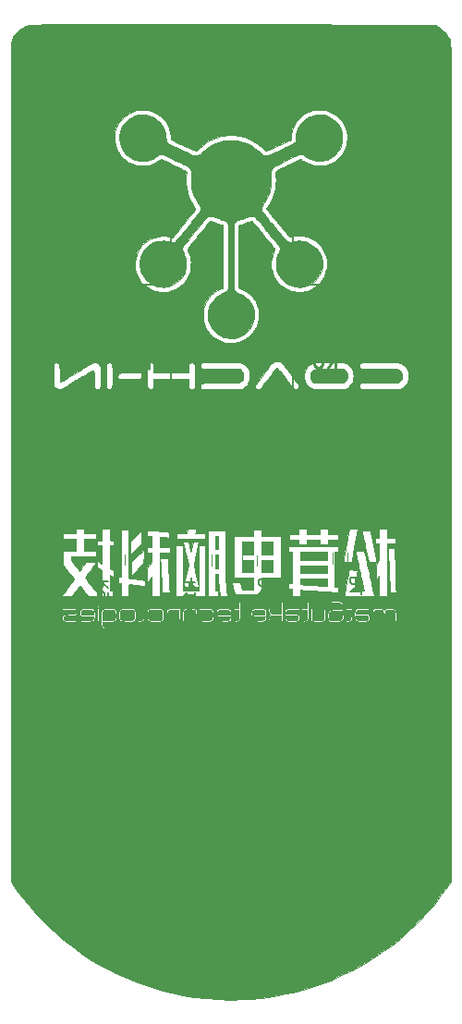
<source format=gbo>
G04 #@! TF.FileFunction,Legend,Bot*
%FSLAX46Y46*%
G04 Gerber Fmt 4.6, Leading zero omitted, Abs format (unit mm)*
G04 Created by KiCad (PCBNEW 4.0.7) date 06/26/18 02:25:57*
%MOMM*%
%LPD*%
G01*
G04 APERTURE LIST*
%ADD10C,0.150000*%
%ADD11C,0.120000*%
%ADD12C,0.200000*%
%ADD13C,0.100000*%
%ADD14C,0.010000*%
%ADD15C,0.254000*%
G04 APERTURE END LIST*
D10*
D11*
X139771000Y-157769000D02*
X139071000Y-157769000D01*
X139071000Y-158969000D02*
X139771000Y-158969000D01*
D12*
X128267000Y-95517200D02*
X134267000Y-95517200D01*
X134267000Y-95517200D02*
X134267000Y-85737200D01*
X134267000Y-85737200D02*
X128267000Y-85737200D01*
X128267000Y-85737200D02*
X128267000Y-95517200D01*
X126017000Y-95512200D02*
X127917000Y-95512200D01*
X128267000Y-107557000D02*
X134267000Y-107557000D01*
X134267000Y-107557000D02*
X134267000Y-97777000D01*
X134267000Y-97777000D02*
X128267000Y-97777000D01*
X128267000Y-97777000D02*
X128267000Y-107557000D01*
X126017000Y-107552000D02*
X127917000Y-107552000D01*
X151412000Y-85737200D02*
X145412000Y-85737200D01*
X145412000Y-85737200D02*
X145412000Y-95517200D01*
X145412000Y-95517200D02*
X151412000Y-95517200D01*
X151412000Y-95517200D02*
X151412000Y-85737200D01*
X153662000Y-85742200D02*
X151762000Y-85742200D01*
X151387000Y-97675000D02*
X145387000Y-97675000D01*
X145387000Y-97675000D02*
X145387000Y-107455000D01*
X145387000Y-107455000D02*
X151387000Y-107455000D01*
X151387000Y-107455000D02*
X151387000Y-97675000D01*
X153637000Y-97680000D02*
X151737000Y-97680000D01*
D11*
X130017000Y-121252000D02*
X130017000Y-120252000D01*
X128657000Y-120252000D02*
X128657000Y-121252000D01*
X136632000Y-120302000D02*
X136632000Y-121302000D01*
X137992000Y-121302000D02*
X137992000Y-120302000D01*
X142082000Y-121328000D02*
X142082000Y-120328000D01*
X140722000Y-120328000D02*
X140722000Y-121328000D01*
X149028000Y-120099000D02*
X149028000Y-121099000D01*
X150388000Y-121099000D02*
X150388000Y-120099000D01*
D13*
X125678000Y-139593000D02*
X128878000Y-139593000D01*
X128878000Y-139593000D02*
X128878000Y-144093000D01*
X128878000Y-144093000D02*
X150878000Y-144093000D01*
X150878000Y-144093000D02*
X150878000Y-139593000D01*
X150878000Y-139593000D02*
X154078000Y-139593000D01*
X154078000Y-132593000D02*
X150878000Y-132593000D01*
X150878000Y-132593000D02*
X150878000Y-128093000D01*
X150878000Y-128093000D02*
X128878000Y-128093000D01*
X128878000Y-128093000D02*
X128878000Y-132593000D01*
X128878000Y-132593000D02*
X125678000Y-132593000D01*
D14*
G36*
X128881823Y-71713496D02*
X128242382Y-71713589D01*
X127639650Y-71713738D01*
X127072539Y-71713946D01*
X126539962Y-71714214D01*
X126040831Y-71714546D01*
X125574057Y-71714942D01*
X125138553Y-71715405D01*
X124733231Y-71715937D01*
X124357004Y-71716539D01*
X124008782Y-71717214D01*
X123687480Y-71717964D01*
X123392008Y-71718791D01*
X123121279Y-71719696D01*
X122874205Y-71720682D01*
X122649699Y-71721750D01*
X122446672Y-71722903D01*
X122264036Y-71724143D01*
X122100705Y-71725471D01*
X121955589Y-71726890D01*
X121827601Y-71728401D01*
X121715654Y-71730007D01*
X121618659Y-71731709D01*
X121535529Y-71733510D01*
X121465176Y-71735411D01*
X121406511Y-71737415D01*
X121358448Y-71739523D01*
X121319898Y-71741738D01*
X121289774Y-71744061D01*
X121266987Y-71746494D01*
X121250450Y-71749040D01*
X121245933Y-71749959D01*
X120937406Y-71842996D01*
X120650468Y-71979813D01*
X120389043Y-72156504D01*
X120157055Y-72369168D01*
X119958427Y-72613898D01*
X119797084Y-72886790D01*
X119676949Y-73183941D01*
X119629372Y-73358446D01*
X119627567Y-73369053D01*
X119625815Y-73385263D01*
X119624116Y-73407825D01*
X119622469Y-73437487D01*
X119620873Y-73474999D01*
X119619327Y-73521111D01*
X119617830Y-73576571D01*
X119616382Y-73642129D01*
X119614983Y-73718534D01*
X119613630Y-73806535D01*
X119612323Y-73906881D01*
X119611062Y-74020322D01*
X119609846Y-74147606D01*
X119608674Y-74289484D01*
X119607545Y-74446703D01*
X119606458Y-74620014D01*
X119605413Y-74810166D01*
X119604408Y-75017907D01*
X119603443Y-75243987D01*
X119602518Y-75489156D01*
X119601631Y-75754162D01*
X119600781Y-76039754D01*
X119599968Y-76346683D01*
X119599191Y-76675696D01*
X119598450Y-77027543D01*
X119597742Y-77402974D01*
X119597069Y-77802738D01*
X119596428Y-78227584D01*
X119595819Y-78678260D01*
X119595241Y-79155517D01*
X119594694Y-79660103D01*
X119594176Y-80192768D01*
X119593687Y-80754261D01*
X119593226Y-81345331D01*
X119592792Y-81966728D01*
X119592385Y-82619200D01*
X119592003Y-83303496D01*
X119591647Y-84020367D01*
X119591314Y-84770560D01*
X119591004Y-85554826D01*
X119590717Y-86373914D01*
X119590452Y-87228572D01*
X119590207Y-88119551D01*
X119589982Y-89047598D01*
X119589777Y-90013464D01*
X119589590Y-91017898D01*
X119589421Y-92061648D01*
X119589269Y-93145465D01*
X119589133Y-94270096D01*
X119589012Y-95436292D01*
X119588905Y-96644802D01*
X119588813Y-97896374D01*
X119588733Y-99191759D01*
X119588665Y-100531705D01*
X119588609Y-101916961D01*
X119588563Y-103348277D01*
X119588527Y-104826402D01*
X119588500Y-106352085D01*
X119588481Y-107926076D01*
X119588469Y-109549122D01*
X119588464Y-111221975D01*
X119588463Y-111896591D01*
X119588463Y-150254874D01*
X119884777Y-150678059D01*
X120295218Y-151246914D01*
X120728215Y-151814548D01*
X121172896Y-152367250D01*
X121618388Y-152891306D01*
X121818098Y-153116209D01*
X122114211Y-153435606D01*
X122443841Y-153774737D01*
X122798125Y-154125238D01*
X123168196Y-154478745D01*
X123545191Y-154826895D01*
X123920244Y-155161322D01*
X124284491Y-155473664D01*
X124538444Y-155682897D01*
X125413071Y-156357489D01*
X126313623Y-156989260D01*
X127238509Y-157577650D01*
X128186136Y-158122099D01*
X129154912Y-158622046D01*
X130143244Y-159076931D01*
X131149541Y-159486193D01*
X132172210Y-159849272D01*
X133209658Y-160165608D01*
X134260294Y-160434640D01*
X135322525Y-160655808D01*
X136394758Y-160828551D01*
X137475402Y-160952309D01*
X138562865Y-161026522D01*
X139655553Y-161050629D01*
X139788964Y-161050115D01*
X139988775Y-161048562D01*
X140181856Y-161046655D01*
X140359512Y-161044509D01*
X140513049Y-161042243D01*
X140633773Y-161039971D01*
X140712988Y-161037812D01*
X140716992Y-161037659D01*
X140801215Y-161033494D01*
X140925020Y-161026268D01*
X141077275Y-161016685D01*
X141246851Y-161005448D01*
X141422618Y-160993264D01*
X141454329Y-160991004D01*
X142551593Y-160887411D01*
X143637746Y-160734960D01*
X144711344Y-160534481D01*
X145770940Y-160286804D01*
X146815092Y-159992760D01*
X147842354Y-159653179D01*
X148851283Y-159268891D01*
X149840432Y-158840726D01*
X150808358Y-158369516D01*
X151753617Y-157856090D01*
X152674763Y-157301278D01*
X153570353Y-156705911D01*
X154438941Y-156070819D01*
X155279083Y-155396832D01*
X156089335Y-154684781D01*
X156868252Y-153935496D01*
X157614389Y-153149808D01*
X158326302Y-152328546D01*
X159002547Y-151472540D01*
X159641678Y-150582622D01*
X159692460Y-150508076D01*
X159887895Y-150220013D01*
X159883853Y-126068723D01*
X154877765Y-126068723D01*
X154877518Y-126204900D01*
X154873194Y-126302183D01*
X154863907Y-126366525D01*
X154848772Y-126403879D01*
X154826901Y-126420197D01*
X154797410Y-126421432D01*
X154795422Y-126421163D01*
X154775452Y-126416673D01*
X154760623Y-126405044D01*
X154749907Y-126379272D01*
X154742276Y-126332355D01*
X154736700Y-126257291D01*
X154732153Y-126147077D01*
X154727606Y-125994711D01*
X154726401Y-125951116D01*
X154721605Y-125786866D01*
X154716839Y-125665547D01*
X154710987Y-125579248D01*
X154702937Y-125520062D01*
X154691572Y-125480079D01*
X154675778Y-125451392D01*
X154654442Y-125426092D01*
X154652049Y-125423538D01*
X154623358Y-125395596D01*
X154592862Y-125376985D01*
X154550140Y-125365813D01*
X154484774Y-125360188D01*
X154386344Y-125358218D01*
X154291155Y-125358001D01*
X154161944Y-125358700D01*
X154072777Y-125361988D01*
X154012856Y-125369651D01*
X153971380Y-125383477D01*
X153937550Y-125405251D01*
X153920562Y-125419303D01*
X153849224Y-125480606D01*
X153836511Y-125946881D01*
X153823799Y-126413156D01*
X153696671Y-126413156D01*
X153683959Y-125934121D01*
X153679135Y-125748804D01*
X153672634Y-125608115D01*
X153659722Y-125505921D01*
X153635662Y-125436092D01*
X153595721Y-125392497D01*
X153535161Y-125369003D01*
X153449249Y-125359480D01*
X153333248Y-125357796D01*
X153239014Y-125358001D01*
X153100813Y-125357875D01*
X152995791Y-125361585D01*
X152919215Y-125375262D01*
X152866348Y-125405038D01*
X152832456Y-125457044D01*
X152812802Y-125537412D01*
X152802652Y-125652272D01*
X152797270Y-125807757D01*
X152794069Y-125934121D01*
X152781356Y-126413156D01*
X152654229Y-126413156D01*
X152654229Y-126059364D01*
X152450233Y-126059364D01*
X152438357Y-126174511D01*
X152404042Y-126257965D01*
X152362781Y-126314311D01*
X152317789Y-126356537D01*
X152261305Y-126386636D01*
X152185568Y-126406604D01*
X152082816Y-126418437D01*
X151945289Y-126424128D01*
X151765225Y-126425674D01*
X151751626Y-126425678D01*
X151587612Y-126425140D01*
X151466049Y-126422998D01*
X151378542Y-126418462D01*
X151316699Y-126410742D01*
X151272126Y-126399047D01*
X151236429Y-126382587D01*
X151225430Y-126376136D01*
X151160911Y-126331638D01*
X151114327Y-126282923D01*
X151082507Y-126220802D01*
X151062283Y-126136085D01*
X151050483Y-126019585D01*
X151043937Y-125862113D01*
X151043587Y-125849060D01*
X151040717Y-125707231D01*
X151041495Y-125605092D01*
X151047012Y-125531550D01*
X151058362Y-125475506D01*
X151076634Y-125425868D01*
X151087541Y-125402385D01*
X151111184Y-125357936D01*
X150861736Y-125357936D01*
X150861736Y-125362376D01*
X150861520Y-125594340D01*
X150860356Y-125781223D01*
X150857469Y-125928799D01*
X150852087Y-126042837D01*
X150843436Y-126129110D01*
X150830741Y-126193388D01*
X150813229Y-126241442D01*
X150790127Y-126279043D01*
X150760661Y-126311964D01*
X150730669Y-126340000D01*
X150684376Y-126378235D01*
X150639047Y-126402386D01*
X150581220Y-126415825D01*
X150497432Y-126421927D01*
X150396034Y-126423861D01*
X150197298Y-126425868D01*
X150205343Y-126355949D01*
X150211692Y-126320853D01*
X150228047Y-126299169D01*
X150265297Y-126286557D01*
X150334331Y-126278679D01*
X150412746Y-126273316D01*
X150512612Y-126265518D01*
X150587081Y-126252143D01*
X150639878Y-126226444D01*
X150674729Y-126181676D01*
X150695360Y-126111093D01*
X150705495Y-126007949D01*
X150706734Y-125955498D01*
X150042273Y-125955498D01*
X150035888Y-126109385D01*
X150000846Y-126227864D01*
X149933506Y-126319798D01*
X149872741Y-126368154D01*
X149840375Y-126388146D01*
X149806470Y-126402901D01*
X149763095Y-126413211D01*
X149702318Y-126419869D01*
X149616207Y-126423669D01*
X149496831Y-126425401D01*
X149336258Y-126425860D01*
X149295198Y-126425868D01*
X148804046Y-126425868D01*
X148717306Y-126349709D01*
X148657370Y-126290509D01*
X148616088Y-126229148D01*
X148590599Y-126155039D01*
X148578046Y-126057593D01*
X148575568Y-125926223D01*
X148577566Y-125832183D01*
X148582752Y-125699496D01*
X148583916Y-125685288D01*
X148395431Y-125685288D01*
X148393971Y-125873365D01*
X148388319Y-126018276D01*
X148376507Y-126127657D01*
X148356567Y-126209144D01*
X148326532Y-126270372D01*
X148284434Y-126318978D01*
X148228306Y-126362598D01*
X148219358Y-126368647D01*
X148188600Y-126387984D01*
X148157255Y-126402372D01*
X148117848Y-126412425D01*
X148062902Y-126418761D01*
X147984942Y-126421996D01*
X147876490Y-126422746D01*
X147730072Y-126421627D01*
X147596435Y-126420005D01*
X147060635Y-126413156D01*
X147053819Y-125809302D01*
X147048827Y-125367077D01*
X146844352Y-125367077D01*
X146844127Y-125593992D01*
X146843351Y-125775701D01*
X146841720Y-125917849D01*
X146838929Y-126026081D01*
X146834672Y-126106041D01*
X146828644Y-126163374D01*
X146820541Y-126203725D01*
X146810058Y-126232739D01*
X146796889Y-126256059D01*
X146796265Y-126257011D01*
X146731400Y-126337990D01*
X146657397Y-126388870D01*
X146561856Y-126414741D01*
X146432374Y-126420697D01*
X146399574Y-126419889D01*
X146298682Y-126415796D01*
X146238262Y-126409377D01*
X146207948Y-126397051D01*
X146197377Y-126375235D01*
X146196171Y-126349592D01*
X146198935Y-126317451D01*
X146214237Y-126297528D01*
X146252596Y-126285739D01*
X146324527Y-126278000D01*
X146392604Y-126273316D01*
X146500949Y-126263567D01*
X146572389Y-126248756D01*
X146620856Y-126225016D01*
X146646858Y-126202745D01*
X146668708Y-126178384D01*
X146684229Y-126150388D01*
X146691283Y-126122803D01*
X146026773Y-126122803D01*
X145989123Y-126240351D01*
X145910795Y-126340604D01*
X145865640Y-126375335D01*
X145833683Y-126393500D01*
X145795868Y-126406713D01*
X145744009Y-126415749D01*
X145669916Y-126421385D01*
X145565403Y-126424399D01*
X145422282Y-126425567D01*
X145334708Y-126425701D01*
X145169478Y-126425288D01*
X145046780Y-126423382D01*
X144958295Y-126419192D01*
X144895709Y-126411930D01*
X144850705Y-126400804D01*
X144814969Y-126385025D01*
X144797124Y-126374617D01*
X144737129Y-126330252D01*
X144693307Y-126276786D01*
X144663302Y-126205970D01*
X144644755Y-126109556D01*
X144635308Y-125979296D01*
X144632604Y-125806943D01*
X144632602Y-125799103D01*
X144633529Y-125653240D01*
X144636972Y-125548328D01*
X144644064Y-125474488D01*
X144644590Y-125472152D01*
X144454529Y-125472152D01*
X144454078Y-125679367D01*
X144452796Y-125871425D01*
X144450791Y-126042143D01*
X144448170Y-126185340D01*
X144445042Y-126294831D01*
X144441514Y-126364436D01*
X144438580Y-126386995D01*
X144402654Y-126418492D01*
X144368661Y-126420856D01*
X144345167Y-126414399D01*
X144329336Y-126397033D01*
X144319303Y-126359800D01*
X144313203Y-126293745D01*
X144309171Y-126189913D01*
X144307500Y-126127120D01*
X144300311Y-125841084D01*
X143883042Y-125841084D01*
X143728038Y-125841387D01*
X143615340Y-125843012D01*
X143536401Y-125847031D01*
X143482678Y-125854514D01*
X143445625Y-125866534D01*
X143416698Y-125884161D01*
X143394436Y-125902358D01*
X143359710Y-125936079D01*
X143337474Y-125973286D01*
X143323939Y-126026870D01*
X143315319Y-126109721D01*
X143310385Y-126188394D01*
X143303681Y-126295535D01*
X143296149Y-126361734D01*
X143284446Y-126396839D01*
X143265231Y-126410697D01*
X143235163Y-126413155D01*
X143234109Y-126413156D01*
X143204662Y-126411478D01*
X143186091Y-126400096D01*
X143175888Y-126369484D01*
X143171547Y-126310118D01*
X143170561Y-126212471D01*
X143170545Y-126171614D01*
X143172068Y-126053390D01*
X143178223Y-125972655D01*
X143191385Y-125916097D01*
X143213933Y-125870404D01*
X143228083Y-125849407D01*
X143250964Y-125817329D01*
X142979815Y-125817329D01*
X142976508Y-125985489D01*
X142964693Y-126112235D01*
X142941454Y-126206695D01*
X142903876Y-126277996D01*
X142849044Y-126335268D01*
X142803756Y-126368638D01*
X142773349Y-126387778D01*
X142742358Y-126402077D01*
X142703420Y-126412129D01*
X142649168Y-126418531D01*
X142572238Y-126421877D01*
X142465267Y-126422763D01*
X142320889Y-126421784D01*
X142168453Y-126419995D01*
X141987733Y-126417488D01*
X141851471Y-126414667D01*
X141753277Y-126410905D01*
X141686757Y-126405576D01*
X141645522Y-126398052D01*
X141623178Y-126387708D01*
X141613335Y-126373917D01*
X141611069Y-126365352D01*
X141619106Y-126315189D01*
X141636162Y-126295821D01*
X141671137Y-126289174D01*
X141748684Y-126283309D01*
X141860528Y-126278562D01*
X141998390Y-126275267D01*
X142153995Y-126273760D01*
X142182493Y-126273705D01*
X142375187Y-126272988D01*
X142523200Y-126269722D01*
X142632704Y-126261738D01*
X142709866Y-126246868D01*
X142760858Y-126222942D01*
X142791848Y-126187792D01*
X142809007Y-126139249D01*
X142818503Y-126075145D01*
X142821101Y-126049227D01*
X142833772Y-125917360D01*
X142225412Y-125917360D01*
X142013116Y-125916507D01*
X141847936Y-125913830D01*
X141726162Y-125909151D01*
X141644084Y-125902295D01*
X141597994Y-125893083D01*
X141586541Y-125886849D01*
X141565422Y-125837706D01*
X141555532Y-125754242D01*
X141556261Y-125651587D01*
X141566996Y-125544873D01*
X141587126Y-125449231D01*
X141606342Y-125397254D01*
X141632412Y-125349271D01*
X140589865Y-125349271D01*
X140589659Y-125583130D01*
X140588538Y-125771854D01*
X140585745Y-125921159D01*
X140580525Y-126036759D01*
X140572121Y-126124370D01*
X140559777Y-126189709D01*
X140542737Y-126238489D01*
X140520245Y-126276427D01*
X140491544Y-126309238D01*
X140458797Y-126340000D01*
X140409875Y-126380135D01*
X140362269Y-126404499D01*
X140301837Y-126416471D01*
X140214439Y-126419427D01*
X140132207Y-126418007D01*
X140035195Y-126414683D01*
X139978325Y-126408291D01*
X139950893Y-126394991D01*
X139942195Y-126370941D01*
X139941516Y-126349592D01*
X139944223Y-126317643D01*
X139959303Y-126297767D01*
X139997200Y-126285970D01*
X140068353Y-126278256D01*
X140140874Y-126273316D01*
X140240818Y-126265505D01*
X140315323Y-126252099D01*
X140368123Y-126226346D01*
X140402956Y-126181493D01*
X140423555Y-126110789D01*
X140433657Y-126007481D01*
X140436997Y-125864817D01*
X140437114Y-125817329D01*
X139776211Y-125817329D01*
X139772905Y-125985489D01*
X139761089Y-126112235D01*
X139737850Y-126206695D01*
X139700272Y-126277996D01*
X139645441Y-126335268D01*
X139600152Y-126368638D01*
X139569745Y-126387778D01*
X139538755Y-126402077D01*
X139499816Y-126412129D01*
X139445564Y-126418531D01*
X139368635Y-126421877D01*
X139261663Y-126422763D01*
X139117285Y-126421784D01*
X138964849Y-126419995D01*
X138784129Y-126417488D01*
X138647868Y-126414667D01*
X138549673Y-126410905D01*
X138483154Y-126405576D01*
X138441918Y-126398052D01*
X138419574Y-126387708D01*
X138409732Y-126373917D01*
X138407466Y-126365352D01*
X138415502Y-126315189D01*
X138432558Y-126295821D01*
X138467497Y-126289198D01*
X138545045Y-126283351D01*
X138656964Y-126278610D01*
X138795014Y-126275306D01*
X138950955Y-126273770D01*
X138982862Y-126273705D01*
X139157105Y-126273429D01*
X139287807Y-126272369D01*
X139382280Y-126269733D01*
X139447834Y-126264727D01*
X139491780Y-126256558D01*
X139521429Y-126244430D01*
X139544092Y-126227552D01*
X139561291Y-126210908D01*
X139604893Y-126151140D01*
X139622279Y-126075328D01*
X139623698Y-126032930D01*
X139623698Y-125917360D01*
X139016601Y-125917360D01*
X138819901Y-125916898D01*
X138668139Y-125915280D01*
X138555410Y-125912158D01*
X138475806Y-125907183D01*
X138423422Y-125900006D01*
X138392353Y-125890280D01*
X138378252Y-125879703D01*
X138358726Y-125826551D01*
X138358217Y-125820752D01*
X138148856Y-125820752D01*
X138147031Y-125985416D01*
X138139916Y-126108281D01*
X138124790Y-126198337D01*
X138098930Y-126264570D01*
X138059617Y-126315969D01*
X138004127Y-126361522D01*
X137980166Y-126377890D01*
X137952639Y-126393706D01*
X137919566Y-126405493D01*
X137873839Y-126413722D01*
X137808348Y-126418862D01*
X137715984Y-126421382D01*
X137589639Y-126421752D01*
X137422203Y-126420441D01*
X137348123Y-126419621D01*
X136788764Y-126413156D01*
X136788764Y-126286029D01*
X137337936Y-126273316D01*
X137537252Y-126267770D01*
X137690352Y-126261257D01*
X137801868Y-126253413D01*
X137876432Y-126243871D01*
X137918674Y-126232267D01*
X137927776Y-126226788D01*
X137973799Y-126166097D01*
X138003571Y-126071318D01*
X138018015Y-125937548D01*
X138018055Y-125759887D01*
X138017687Y-125749543D01*
X138012384Y-125629332D01*
X138005248Y-125548218D01*
X137993484Y-125494456D01*
X137990437Y-125488397D01*
X136623498Y-125488397D01*
X136623498Y-126429405D01*
X136566291Y-126421280D01*
X136546213Y-126416956D01*
X136531262Y-126405895D01*
X136520431Y-126381176D01*
X136512713Y-126335877D01*
X136507104Y-126263077D01*
X136502597Y-126155853D01*
X136498186Y-126007285D01*
X136496371Y-125940251D01*
X136489824Y-125748221D01*
X136481652Y-125603787D01*
X136471571Y-125503714D01*
X136459292Y-125444765D01*
X136451034Y-125428122D01*
X136409408Y-125389837D01*
X136353024Y-125362750D01*
X136274003Y-125345519D01*
X136164466Y-125336801D01*
X136016534Y-125335252D01*
X135916250Y-125336963D01*
X135773923Y-125340780D01*
X135673056Y-125345509D01*
X135604261Y-125352708D01*
X135558153Y-125363930D01*
X135525345Y-125380731D01*
X135496450Y-125404668D01*
X135494037Y-125406927D01*
X135428503Y-125468566D01*
X135428114Y-125915436D01*
X135426797Y-126062851D01*
X135423387Y-126193769D01*
X135418297Y-126299220D01*
X135411939Y-126370233D01*
X135405998Y-126396588D01*
X135365762Y-126421177D01*
X135336468Y-126421685D01*
X135319669Y-126415274D01*
X135307146Y-126398842D01*
X135298126Y-126365526D01*
X135291834Y-126308465D01*
X135287499Y-126220794D01*
X135284347Y-126095651D01*
X135281745Y-125935924D01*
X135280563Y-125814534D01*
X135097973Y-125814534D01*
X135097211Y-125981070D01*
X135095077Y-126130382D01*
X135091795Y-126255028D01*
X135087590Y-126347566D01*
X135082688Y-126400551D01*
X135079950Y-126409991D01*
X135042617Y-126421601D01*
X135010030Y-126420585D01*
X134992830Y-126416139D01*
X134979802Y-126404092D01*
X134970253Y-126377993D01*
X134963492Y-126331396D01*
X134958827Y-126257852D01*
X134955566Y-126150913D01*
X134953018Y-126004130D01*
X134951271Y-125872865D01*
X134944409Y-125332575D01*
X134550004Y-125332575D01*
X134360013Y-125335110D01*
X134214465Y-125343458D01*
X134107167Y-125358731D01*
X134031928Y-125382043D01*
X133982558Y-125414506D01*
X133963289Y-125438039D01*
X133955581Y-125473453D01*
X133947619Y-125551008D01*
X133940005Y-125662004D01*
X133933339Y-125797738D01*
X133928403Y-125942785D01*
X133915690Y-126413156D01*
X133788563Y-126413156D01*
X133788563Y-125925517D01*
X133788789Y-125815658D01*
X133559734Y-125815658D01*
X133557085Y-125985705D01*
X133547368Y-126113701D01*
X133527926Y-126208257D01*
X133496104Y-126277981D01*
X133449248Y-126331482D01*
X133386878Y-126376047D01*
X133355478Y-126392761D01*
X133318701Y-126405264D01*
X133269104Y-126414157D01*
X133199244Y-126420038D01*
X133101679Y-126423507D01*
X132968968Y-126425163D01*
X132793666Y-126425605D01*
X132771546Y-126425606D01*
X132590922Y-126425194D01*
X132453840Y-126423627D01*
X132352996Y-126420328D01*
X132281085Y-126414719D01*
X132230802Y-126406221D01*
X132194841Y-126394258D01*
X132165898Y-126378251D01*
X132164929Y-126377614D01*
X132103094Y-126332199D01*
X132058384Y-126283991D01*
X132028082Y-126224022D01*
X132009470Y-126143321D01*
X131999830Y-126032920D01*
X131996447Y-125883848D01*
X131996238Y-125820752D01*
X131997884Y-125653452D01*
X132004642Y-125528072D01*
X132018979Y-125435748D01*
X132043363Y-125367617D01*
X132050128Y-125357936D01*
X131818093Y-125357936D01*
X131818093Y-125362376D01*
X131817877Y-125594340D01*
X131816712Y-125781223D01*
X131813826Y-125928799D01*
X131808444Y-126042837D01*
X131799792Y-126129110D01*
X131787097Y-126193388D01*
X131769586Y-126241442D01*
X131746483Y-126279043D01*
X131717017Y-126311964D01*
X131687025Y-126340000D01*
X131639310Y-126379228D01*
X131592562Y-126403576D01*
X131532626Y-126416740D01*
X131445346Y-126422419D01*
X131365994Y-126423861D01*
X131263570Y-126422391D01*
X131202044Y-126414066D01*
X131171717Y-126397119D01*
X131166102Y-126387407D01*
X131164813Y-126332268D01*
X131210448Y-126295250D01*
X131303295Y-126276197D01*
X131377417Y-126273316D01*
X131472712Y-126270369D01*
X131534332Y-126258397D01*
X131579266Y-126232701D01*
X131603132Y-126210908D01*
X131665540Y-126148500D01*
X131665540Y-125956207D01*
X131000272Y-125956207D01*
X130993243Y-126085217D01*
X130975455Y-126181676D01*
X130944215Y-126254591D01*
X130896830Y-126312969D01*
X130830607Y-126365818D01*
X130824538Y-126369993D01*
X130794776Y-126389184D01*
X130764532Y-126403529D01*
X130726493Y-126413611D01*
X130673343Y-126420015D01*
X130597771Y-126423324D01*
X130492463Y-126424121D01*
X130350104Y-126422989D01*
X130187121Y-126420844D01*
X130006171Y-126418186D01*
X129868981Y-126415389D01*
X129768466Y-126411637D01*
X129697540Y-126406116D01*
X129649116Y-126398012D01*
X129616110Y-126386508D01*
X129591434Y-126370791D01*
X129568003Y-126350045D01*
X129567519Y-126349592D01*
X129514113Y-126294643D01*
X129476235Y-126239124D01*
X129451290Y-126172998D01*
X129436682Y-126086225D01*
X129429818Y-125968765D01*
X129428103Y-125810580D01*
X129428103Y-125810168D01*
X129429123Y-125745672D01*
X129247228Y-125745672D01*
X129245566Y-125841326D01*
X129242000Y-125987862D01*
X129237697Y-126092630D01*
X129231195Y-126164706D01*
X129221030Y-126213167D01*
X129205741Y-126247090D01*
X129183865Y-126275551D01*
X129173849Y-126286473D01*
X129128557Y-126331974D01*
X129084007Y-126366349D01*
X129032430Y-126391149D01*
X128966061Y-126407926D01*
X128877130Y-126418232D01*
X128757873Y-126423616D01*
X128600521Y-126425631D01*
X128475912Y-126425868D01*
X127978854Y-126425868D01*
X127978854Y-126601896D01*
X127981513Y-126701714D01*
X127992497Y-126768236D01*
X128016312Y-126818871D01*
X128044677Y-126856150D01*
X128110501Y-126934377D01*
X128615855Y-126934377D01*
X128789621Y-126934748D01*
X128919334Y-126936243D01*
X129011791Y-126939435D01*
X129073786Y-126944895D01*
X129112116Y-126953197D01*
X129133575Y-126964912D01*
X129144093Y-126978871D01*
X129159266Y-127013466D01*
X129160909Y-127039783D01*
X129143551Y-127058947D01*
X129101721Y-127072083D01*
X129029949Y-127080313D01*
X128922762Y-127084763D01*
X128774691Y-127086557D01*
X128618727Y-127086834D01*
X128440308Y-127086449D01*
X128305167Y-127084941D01*
X128205733Y-127081670D01*
X128134434Y-127075996D01*
X128083701Y-127067280D01*
X128045962Y-127054881D01*
X128013646Y-127038161D01*
X128008906Y-127035305D01*
X127933038Y-126965972D01*
X127873866Y-126869306D01*
X127858392Y-126831167D01*
X127846560Y-126790944D01*
X127837989Y-126741785D01*
X127832301Y-126676837D01*
X127829116Y-126589249D01*
X127828056Y-126472167D01*
X127828742Y-126318739D01*
X127830793Y-126122113D01*
X127831101Y-126096311D01*
X127833731Y-125895274D01*
X127835187Y-125814534D01*
X127622898Y-125814534D01*
X127622136Y-125981070D01*
X127620002Y-126130382D01*
X127616719Y-126255028D01*
X127612515Y-126347566D01*
X127607613Y-126400551D01*
X127604875Y-126409991D01*
X127567542Y-126421601D01*
X127534955Y-126420585D01*
X127518380Y-126416368D01*
X127505668Y-126404956D01*
X127496211Y-126380170D01*
X127489398Y-126335834D01*
X127484621Y-126265768D01*
X127481269Y-126163796D01*
X127478733Y-126023740D01*
X127476403Y-125839421D01*
X127476241Y-125825510D01*
X127476005Y-125800277D01*
X127266942Y-125800277D01*
X127264802Y-125929080D01*
X127258975Y-126045311D01*
X127250352Y-126136213D01*
X127239823Y-126189028D01*
X127189472Y-126279253D01*
X127118002Y-126357717D01*
X127050826Y-126401612D01*
X127010970Y-126407955D01*
X126928595Y-126413686D01*
X126812035Y-126418485D01*
X126669619Y-126422034D01*
X126509680Y-126424014D01*
X126458886Y-126424257D01*
X126276357Y-126424343D01*
X126138470Y-126423096D01*
X126039025Y-126420104D01*
X125971824Y-126414956D01*
X125930664Y-126407241D01*
X125909348Y-126396548D01*
X125903039Y-126387407D01*
X125905218Y-126337255D01*
X125919663Y-126311130D01*
X125938510Y-126297990D01*
X125974506Y-126288173D01*
X126034053Y-126281240D01*
X126123551Y-126276752D01*
X126249402Y-126274270D01*
X126418006Y-126273352D01*
X126470310Y-126273316D01*
X126645158Y-126273175D01*
X126776438Y-126272230D01*
X126871430Y-126269702D01*
X126937417Y-126264807D01*
X126981681Y-126256766D01*
X127011503Y-126244796D01*
X127034164Y-126228117D01*
X127051981Y-126210908D01*
X127095583Y-126151140D01*
X127112970Y-126075328D01*
X127114389Y-126032930D01*
X127114389Y-125917360D01*
X126507292Y-125917360D01*
X126311150Y-125916917D01*
X126159882Y-125915351D01*
X126047517Y-125912303D01*
X125968083Y-125907414D01*
X125915611Y-125900328D01*
X125884127Y-125890686D01*
X125868400Y-125879049D01*
X125849736Y-125826994D01*
X125842776Y-125741230D01*
X125846254Y-125637219D01*
X125858220Y-125536210D01*
X125643290Y-125536210D01*
X125622943Y-125649447D01*
X125563828Y-125751665D01*
X125468597Y-125832498D01*
X125419246Y-125857254D01*
X125357821Y-125873086D01*
X125258824Y-125883926D01*
X125117794Y-125890098D01*
X124942528Y-125891935D01*
X124779454Y-125893885D01*
X124644574Y-125899431D01*
X124545197Y-125908111D01*
X124488629Y-125919468D01*
X124485772Y-125920658D01*
X124422304Y-125971345D01*
X124385269Y-126043411D01*
X124382612Y-126118060D01*
X124391936Y-126142578D01*
X124416648Y-126183730D01*
X124445576Y-126215226D01*
X124485420Y-126238349D01*
X124542879Y-126254383D01*
X124624655Y-126264613D01*
X124737445Y-126270322D01*
X124887951Y-126272795D01*
X125074098Y-126273316D01*
X125257078Y-126273788D01*
X125395370Y-126275487D01*
X125495129Y-126278834D01*
X125562512Y-126284252D01*
X125603675Y-126292161D01*
X125624773Y-126302985D01*
X125630520Y-126311454D01*
X125635196Y-126368925D01*
X125630520Y-126387730D01*
X125619097Y-126400340D01*
X125591760Y-126409899D01*
X125542483Y-126416803D01*
X125465243Y-126421446D01*
X125354015Y-126424222D01*
X125202773Y-126425525D01*
X125049371Y-126425773D01*
X124863142Y-126425410D01*
X124720599Y-126424024D01*
X124614583Y-126421068D01*
X124537932Y-126415991D01*
X124483484Y-126408247D01*
X124444078Y-126397285D01*
X124412554Y-126382557D01*
X124401606Y-126376136D01*
X124301322Y-126289484D01*
X124243246Y-126184029D01*
X124227555Y-126069587D01*
X124254424Y-125955974D01*
X124324027Y-125853005D01*
X124391272Y-125797096D01*
X124426312Y-125775694D01*
X124463173Y-125760343D01*
X124510663Y-125750040D01*
X124577586Y-125743786D01*
X124672749Y-125740579D01*
X124804960Y-125739417D01*
X124899781Y-125739287D01*
X125059629Y-125738636D01*
X125177308Y-125736201D01*
X125261492Y-125731135D01*
X125320853Y-125722591D01*
X125364066Y-125709720D01*
X125399804Y-125691675D01*
X125402259Y-125690190D01*
X125477369Y-125624991D01*
X125503042Y-125549883D01*
X125482091Y-125466468D01*
X125456411Y-125425695D01*
X125419056Y-125394133D01*
X125363843Y-125370635D01*
X125284590Y-125354053D01*
X125175115Y-125343241D01*
X125029233Y-125337052D01*
X124840763Y-125334339D01*
X124768096Y-125334010D01*
X124592509Y-125332988D01*
X124461370Y-125330732D01*
X124368278Y-125326751D01*
X124306837Y-125320550D01*
X124270646Y-125311637D01*
X124253308Y-125299519D01*
X124250386Y-125294113D01*
X124252566Y-125243962D01*
X124267010Y-125217837D01*
X124286414Y-125204305D01*
X124323356Y-125194339D01*
X124384458Y-125187464D01*
X124476339Y-125183203D01*
X124605622Y-125181081D01*
X124778928Y-125180622D01*
X124784720Y-125180629D01*
X124987389Y-125181868D01*
X125146274Y-125185853D01*
X125268416Y-125193839D01*
X125360860Y-125207080D01*
X125430649Y-125226830D01*
X125484827Y-125254343D01*
X125530436Y-125290874D01*
X125557082Y-125318145D01*
X125622220Y-125422321D01*
X125643290Y-125536210D01*
X125858220Y-125536210D01*
X125858906Y-125530422D01*
X125879467Y-125436300D01*
X125906672Y-125370313D01*
X125910468Y-125364825D01*
X125958101Y-125304694D01*
X126003955Y-125260352D01*
X126056771Y-125229195D01*
X126125289Y-125208617D01*
X126218252Y-125196013D01*
X126344400Y-125188780D01*
X126512474Y-125184311D01*
X126516515Y-125184228D01*
X126675353Y-125181590D01*
X126792936Y-125181661D01*
X126878821Y-125185206D01*
X126942565Y-125192987D01*
X126993728Y-125205767D01*
X127041866Y-125224309D01*
X127047044Y-125226581D01*
X127127494Y-125270501D01*
X127186359Y-125325939D01*
X127226687Y-125400842D01*
X127251523Y-125503158D01*
X127263913Y-125640835D01*
X127266942Y-125800277D01*
X127476005Y-125800277D01*
X127474442Y-125633653D01*
X127474271Y-125486471D01*
X127476044Y-125377806D01*
X127480078Y-125301497D01*
X127486687Y-125251387D01*
X127496189Y-125221315D01*
X127508023Y-125205830D01*
X127548859Y-125186648D01*
X127584759Y-125205448D01*
X127597356Y-125223203D01*
X127606931Y-125256913D01*
X127613866Y-125312685D01*
X127618545Y-125396626D01*
X127621349Y-125514842D01*
X127622662Y-125673442D01*
X127622898Y-125814534D01*
X127835187Y-125814534D01*
X127836556Y-125738677D01*
X127840107Y-125620107D01*
X127844916Y-125533156D01*
X127851513Y-125471412D01*
X127860429Y-125428464D01*
X127872195Y-125397902D01*
X127887342Y-125373315D01*
X127891436Y-125367730D01*
X127937431Y-125308845D01*
X127980605Y-125264902D01*
X128029130Y-125233717D01*
X128091174Y-125213107D01*
X128174908Y-125200889D01*
X128288503Y-125194881D01*
X128440129Y-125192900D01*
X128546434Y-125192735D01*
X128711057Y-125193030D01*
X128833029Y-125194510D01*
X128920546Y-125198063D01*
X128981806Y-125204581D01*
X129025009Y-125214955D01*
X129058350Y-125230074D01*
X129090029Y-125250829D01*
X129091600Y-125251947D01*
X129150272Y-125298535D01*
X129192824Y-125347818D01*
X129221526Y-125408485D01*
X129238647Y-125489224D01*
X129246458Y-125598723D01*
X129247228Y-125745672D01*
X129429123Y-125745672D01*
X129430814Y-125638876D01*
X129440976Y-125509742D01*
X129461626Y-125414265D01*
X129495804Y-125343944D01*
X129546551Y-125290278D01*
X129616905Y-125244766D01*
X129633388Y-125236002D01*
X129674305Y-125215956D01*
X129714141Y-125201262D01*
X129761100Y-125191237D01*
X129823383Y-125185202D01*
X129909194Y-125182477D01*
X130026734Y-125182379D01*
X130184208Y-125184230D01*
X130246281Y-125185151D01*
X130419651Y-125188154D01*
X130549770Y-125191710D01*
X130644236Y-125196616D01*
X130710649Y-125203673D01*
X130756608Y-125213680D01*
X130789711Y-125227435D01*
X130816782Y-125245157D01*
X130882570Y-125298009D01*
X130929659Y-125349203D01*
X130961401Y-125408670D01*
X130981149Y-125486340D01*
X130992255Y-125592145D01*
X130998072Y-125736015D01*
X130999235Y-125785639D01*
X131000272Y-125956207D01*
X131665540Y-125956207D01*
X131665540Y-125362269D01*
X131665849Y-125136915D01*
X131666590Y-125014368D01*
X127620004Y-125014368D01*
X127605524Y-125077454D01*
X127573659Y-125120489D01*
X127546621Y-125129172D01*
X127517652Y-125113515D01*
X127500856Y-125098661D01*
X127472573Y-125047028D01*
X127470083Y-124986950D01*
X127487824Y-124931568D01*
X127520238Y-124894022D01*
X127561767Y-124887453D01*
X127584759Y-124900343D01*
X127614087Y-124949305D01*
X127620004Y-125014368D01*
X131666590Y-125014368D01*
X131666937Y-124957187D01*
X131669048Y-124817863D01*
X131672426Y-124713723D01*
X131677313Y-124639544D01*
X131683954Y-124590105D01*
X131692592Y-124560185D01*
X131703470Y-124544561D01*
X131703678Y-124544387D01*
X131744373Y-124525552D01*
X131779955Y-124544387D01*
X131790873Y-124559810D01*
X131799547Y-124589439D01*
X131806220Y-124638495D01*
X131811136Y-124712201D01*
X131814537Y-124815777D01*
X131816668Y-124954443D01*
X131817772Y-125133423D01*
X131818093Y-125357936D01*
X132050128Y-125357936D01*
X132080262Y-125314819D01*
X132132143Y-125268488D01*
X132154596Y-125251947D01*
X132183998Y-125232290D01*
X132214475Y-125217547D01*
X132253432Y-125207010D01*
X132308276Y-125199975D01*
X132386410Y-125195736D01*
X132495241Y-125193587D01*
X132642173Y-125192824D01*
X132776038Y-125192735D01*
X132955732Y-125193006D01*
X133091857Y-125194244D01*
X133191693Y-125197089D01*
X133262522Y-125202177D01*
X133311622Y-125210148D01*
X133346276Y-125221640D01*
X133373764Y-125237291D01*
X133386248Y-125246244D01*
X133451444Y-125301369D01*
X133498301Y-125360730D01*
X133529689Y-125433746D01*
X133548475Y-125529834D01*
X133557531Y-125658411D01*
X133559734Y-125815658D01*
X133788789Y-125815658D01*
X133788914Y-125755059D01*
X133790452Y-125627718D01*
X133793903Y-125535766D01*
X133799993Y-125471470D01*
X133809449Y-125427101D01*
X133822998Y-125394928D01*
X133840985Y-125367729D01*
X133885339Y-125310792D01*
X133927111Y-125267711D01*
X133974099Y-125236411D01*
X134034101Y-125214812D01*
X134114913Y-125200839D01*
X134224333Y-125192414D01*
X134370158Y-125187460D01*
X134529080Y-125184417D01*
X134719533Y-125182293D01*
X134863597Y-125183266D01*
X134965646Y-125187518D01*
X135030058Y-125195232D01*
X135061210Y-125206589D01*
X135061222Y-125206600D01*
X135073441Y-125225042D01*
X135082734Y-125261422D01*
X135089460Y-125321681D01*
X135093978Y-125411763D01*
X135096648Y-125537608D01*
X135097828Y-125705159D01*
X135097973Y-125814534D01*
X135280563Y-125814534D01*
X135279929Y-125749512D01*
X135281718Y-125606351D01*
X135288802Y-125498877D01*
X135302870Y-125419528D01*
X135325611Y-125360739D01*
X135358713Y-125314947D01*
X135403866Y-125274588D01*
X135434476Y-125251947D01*
X135470473Y-125228841D01*
X135509434Y-125212317D01*
X135560761Y-125201002D01*
X135633855Y-125193528D01*
X135738119Y-125188524D01*
X135882953Y-125184620D01*
X135898874Y-125184263D01*
X136069195Y-125182093D01*
X136197537Y-125184551D01*
X136292603Y-125192152D01*
X136363097Y-125205406D01*
X136388313Y-125213071D01*
X136496371Y-125250351D01*
X136496371Y-124900089D01*
X136497168Y-124757231D01*
X136500136Y-124657365D01*
X136506142Y-124592650D01*
X136516054Y-124555244D01*
X136530737Y-124537306D01*
X136536804Y-124534312D01*
X136584419Y-124528166D01*
X136600367Y-124533092D01*
X136605900Y-124561240D01*
X136610892Y-124635209D01*
X136615223Y-124749970D01*
X136618769Y-124900496D01*
X136621411Y-125081758D01*
X136623024Y-125288728D01*
X136623498Y-125488397D01*
X137990437Y-125488397D01*
X137974296Y-125456302D01*
X137944888Y-125422011D01*
X137938092Y-125415141D01*
X137868290Y-125345288D01*
X137322170Y-125337123D01*
X136776051Y-125328958D01*
X136776051Y-125267687D01*
X136779207Y-125238644D01*
X136792575Y-125216490D01*
X136822006Y-125200445D01*
X136873351Y-125189733D01*
X136952462Y-125183575D01*
X137065187Y-125181192D01*
X137217379Y-125181808D01*
X137402106Y-125184432D01*
X137575384Y-125187558D01*
X137705548Y-125191040D01*
X137800335Y-125195766D01*
X137867477Y-125202623D01*
X137914712Y-125212500D01*
X137949773Y-125226283D01*
X137980395Y-125244860D01*
X137990498Y-125251947D01*
X138048283Y-125298112D01*
X138090210Y-125347604D01*
X138118749Y-125409286D01*
X138136365Y-125492019D01*
X138145528Y-125604667D01*
X138148703Y-125756093D01*
X138148856Y-125820752D01*
X138358217Y-125820752D01*
X138351115Y-125739882D01*
X138354217Y-125635307D01*
X138366831Y-125528439D01*
X138387754Y-125434889D01*
X138415784Y-125370269D01*
X138417672Y-125367644D01*
X138464239Y-125308118D01*
X138508056Y-125263888D01*
X138557443Y-125232686D01*
X138620723Y-125212247D01*
X138706218Y-125200303D01*
X138822250Y-125194588D01*
X138977140Y-125192835D01*
X139059847Y-125192735D01*
X139224517Y-125193249D01*
X139346721Y-125195317D01*
X139434840Y-125199732D01*
X139497255Y-125207284D01*
X139542343Y-125218766D01*
X139578487Y-125234967D01*
X139592457Y-125243031D01*
X139662788Y-125297147D01*
X139713742Y-125366979D01*
X139747855Y-125460456D01*
X139767665Y-125585505D01*
X139775707Y-125750055D01*
X139776211Y-125817329D01*
X140437114Y-125817329D01*
X140437312Y-125737486D01*
X140437312Y-125334417D01*
X140189414Y-125327139D01*
X140075774Y-125323339D01*
X140003570Y-125318218D01*
X139963407Y-125309093D01*
X139945889Y-125293279D01*
X139941619Y-125268090D01*
X139941516Y-125256299D01*
X139943329Y-125227107D01*
X139955033Y-125208250D01*
X139986022Y-125197042D01*
X140045693Y-125190798D01*
X140143442Y-125186834D01*
X140189414Y-125185458D01*
X140437312Y-125178181D01*
X140437312Y-124877110D01*
X140439720Y-124728391D01*
X140448161Y-124624713D01*
X140464461Y-124560439D01*
X140490446Y-124529934D01*
X140527943Y-124527561D01*
X140548504Y-124533956D01*
X140560112Y-124542687D01*
X140569348Y-124562476D01*
X140576477Y-124598552D01*
X140581763Y-124656141D01*
X140585472Y-124740471D01*
X140587869Y-124856770D01*
X140589219Y-125010263D01*
X140589788Y-125206180D01*
X140589865Y-125349271D01*
X141632412Y-125349271D01*
X141642959Y-125329861D01*
X141683755Y-125279020D01*
X141736148Y-125242438D01*
X141807558Y-125217822D01*
X141905404Y-125202877D01*
X142037104Y-125195311D01*
X142210077Y-125192831D01*
X142267943Y-125192735D01*
X142431757Y-125193260D01*
X142553163Y-125195369D01*
X142640600Y-125199867D01*
X142702505Y-125207556D01*
X142747315Y-125219241D01*
X142783469Y-125235724D01*
X142796060Y-125243031D01*
X142866391Y-125297147D01*
X142917345Y-125366979D01*
X142951459Y-125460456D01*
X142971268Y-125585505D01*
X142979311Y-125750055D01*
X142979815Y-125817329D01*
X143250964Y-125817329D01*
X143285621Y-125768742D01*
X143221727Y-125648573D01*
X143184089Y-125556349D01*
X143162466Y-125458545D01*
X143155849Y-125364026D01*
X143163226Y-125281653D01*
X143183586Y-125220290D01*
X143215921Y-125188799D01*
X143259218Y-125196043D01*
X143272247Y-125205448D01*
X143298441Y-125254680D01*
X143309775Y-125348429D01*
X143310385Y-125385121D01*
X143315086Y-125481138D01*
X143332890Y-125546719D01*
X143369344Y-125601715D01*
X143371702Y-125604481D01*
X143433019Y-125675818D01*
X144289264Y-125675818D01*
X144296100Y-125112639D01*
X144298900Y-124924255D01*
X144302428Y-124780869D01*
X144307128Y-124676628D01*
X144313444Y-124605679D01*
X144321819Y-124562170D01*
X144332697Y-124540248D01*
X144339859Y-124535291D01*
X144385725Y-124539879D01*
X144415655Y-124559996D01*
X144426249Y-124576454D01*
X144434773Y-124605780D01*
X144441441Y-124653000D01*
X144446469Y-124723139D01*
X144450070Y-124821222D01*
X144452458Y-124952276D01*
X144453848Y-125121327D01*
X144454453Y-125333398D01*
X144454529Y-125472152D01*
X144644590Y-125472152D01*
X144655935Y-125421839D01*
X144673718Y-125380501D01*
X144682239Y-125365738D01*
X144716823Y-125312533D01*
X144752200Y-125271474D01*
X144795276Y-125240870D01*
X144852956Y-125219030D01*
X144932146Y-125204260D01*
X145039751Y-125194870D01*
X145182676Y-125189166D01*
X145367827Y-125185458D01*
X145421298Y-125184647D01*
X145605636Y-125182372D01*
X145745608Y-125181918D01*
X145847675Y-125183637D01*
X145918300Y-125187876D01*
X145963946Y-125194985D01*
X145991076Y-125205312D01*
X146003774Y-125216105D01*
X146024486Y-125266214D01*
X146021835Y-125294113D01*
X146010167Y-125307280D01*
X145982458Y-125317137D01*
X145932421Y-125324132D01*
X145853765Y-125328715D01*
X145740200Y-125331337D01*
X145585439Y-125332447D01*
X145483794Y-125332575D01*
X145294749Y-125333368D01*
X145149959Y-125336022D01*
X145042853Y-125340949D01*
X144966855Y-125348562D01*
X144915393Y-125359273D01*
X144888255Y-125369941D01*
X144822201Y-125429736D01*
X144776457Y-125521778D01*
X144759634Y-125627334D01*
X144759634Y-125685677D01*
X145291579Y-125693460D01*
X145468906Y-125696207D01*
X145602635Y-125699124D01*
X145700017Y-125703072D01*
X145768298Y-125708915D01*
X145814730Y-125717515D01*
X145846559Y-125729733D01*
X145871036Y-125746431D01*
X145891493Y-125764807D01*
X145978375Y-125875190D01*
X146023330Y-125997802D01*
X146026773Y-126122803D01*
X146691283Y-126122803D01*
X146694501Y-126110221D01*
X146700601Y-126049348D01*
X146703608Y-125959232D01*
X146704601Y-125831338D01*
X146704679Y-125745088D01*
X146704679Y-125345288D01*
X146455625Y-125337997D01*
X146333316Y-125332547D01*
X146253850Y-125323865D01*
X146209253Y-125310594D01*
X146192170Y-125293179D01*
X146186562Y-125245413D01*
X146215316Y-125212031D01*
X146282858Y-125191287D01*
X146393614Y-125181435D01*
X146478964Y-125180023D01*
X146717392Y-125180023D01*
X146717392Y-124864324D01*
X146719040Y-124719842D01*
X146724325Y-124620831D01*
X146733761Y-124562008D01*
X146747863Y-124538090D01*
X146749174Y-124537538D01*
X146774808Y-124530266D01*
X146795383Y-124531443D01*
X146811452Y-124545900D01*
X146823571Y-124578465D01*
X146832293Y-124633966D01*
X146838171Y-124717232D01*
X146841761Y-124833092D01*
X146843616Y-124986375D01*
X146844290Y-125181909D01*
X146844352Y-125367077D01*
X147048827Y-125367077D01*
X147047002Y-125205448D01*
X147175050Y-125205448D01*
X147175050Y-126273316D01*
X148111270Y-126273316D01*
X148177094Y-126195089D01*
X148200892Y-126165407D01*
X148218128Y-126136010D01*
X148229859Y-126098565D01*
X148237145Y-126044742D01*
X148241045Y-125966207D01*
X148242615Y-125854629D01*
X148242917Y-125701676D01*
X148242918Y-125676981D01*
X148243654Y-125511447D01*
X148246238Y-125389761D01*
X148251237Y-125304932D01*
X148259215Y-125249974D01*
X148270737Y-125217898D01*
X148281056Y-125205448D01*
X148321750Y-125186613D01*
X148357332Y-125205448D01*
X148371505Y-125225598D01*
X148381813Y-125263630D01*
X148388805Y-125326469D01*
X148393033Y-125421041D01*
X148395045Y-125554271D01*
X148395431Y-125685288D01*
X148583916Y-125685288D01*
X148590359Y-125606707D01*
X148602226Y-125542868D01*
X148620195Y-125497029D01*
X148638819Y-125467827D01*
X148679931Y-125417212D01*
X148724233Y-125378418D01*
X148778868Y-125349898D01*
X148850981Y-125330104D01*
X148947717Y-125317490D01*
X149076219Y-125310509D01*
X149243633Y-125307613D01*
X149380705Y-125307189D01*
X149895570Y-125307150D01*
X149895570Y-125115642D01*
X149886504Y-124967063D01*
X149860829Y-124846434D01*
X149820834Y-124762085D01*
X149790107Y-124731825D01*
X149755515Y-124724784D01*
X149677940Y-124717488D01*
X149565245Y-124710398D01*
X149425292Y-124703976D01*
X149265944Y-124698685D01*
X149196371Y-124696940D01*
X148637012Y-124684227D01*
X148637012Y-124557100D01*
X149203048Y-124550256D01*
X149405261Y-124548408D01*
X149563310Y-124549251D01*
X149683864Y-124554146D01*
X149773594Y-124564455D01*
X149839168Y-124581542D01*
X149887256Y-124606767D01*
X149924528Y-124641494D01*
X149957653Y-124687084D01*
X149970167Y-124706935D01*
X149992654Y-124747921D01*
X150007529Y-124791604D01*
X150016003Y-124848662D01*
X150019287Y-124929774D01*
X150018594Y-125045619D01*
X150017116Y-125120715D01*
X150009985Y-125446990D01*
X149429304Y-125459702D01*
X148848624Y-125472415D01*
X148787312Y-125543753D01*
X148759611Y-125580042D01*
X148741767Y-125619177D01*
X148731643Y-125672945D01*
X148727102Y-125753132D01*
X148726004Y-125871524D01*
X148726001Y-125881795D01*
X148726816Y-126002516D01*
X148730703Y-126083787D01*
X148739821Y-126136998D01*
X148756330Y-126173544D01*
X148782391Y-126204815D01*
X148788409Y-126210908D01*
X148812162Y-126233164D01*
X148837509Y-126249379D01*
X148872370Y-126260510D01*
X148924662Y-126267512D01*
X149002303Y-126271343D01*
X149113211Y-126272957D01*
X149265305Y-126273312D01*
X149305198Y-126273316D01*
X149759579Y-126273316D01*
X149821218Y-126207793D01*
X149856463Y-126160343D01*
X149878297Y-126100094D01*
X149891399Y-126011444D01*
X149895570Y-125959895D01*
X149903221Y-125865475D01*
X149912764Y-125810936D01*
X149928757Y-125785375D01*
X149955761Y-125777894D01*
X149971847Y-125777520D01*
X150005180Y-125780435D01*
X150024818Y-125796554D01*
X150035137Y-125836942D01*
X150040517Y-125912661D01*
X150042273Y-125955498D01*
X150706734Y-125955498D01*
X150708861Y-125865499D01*
X150709184Y-125736565D01*
X150709184Y-125332575D01*
X150197298Y-125332575D01*
X150213388Y-125192735D01*
X150709184Y-125178181D01*
X150709184Y-124877110D01*
X150710596Y-124740528D01*
X150715465Y-124646467D01*
X150724737Y-124586657D01*
X150739361Y-124552831D01*
X150747322Y-124544387D01*
X150788017Y-124525552D01*
X150823598Y-124544387D01*
X150834517Y-124559810D01*
X150843191Y-124589439D01*
X150849864Y-124638495D01*
X150854779Y-124712201D01*
X150858181Y-124815777D01*
X150860312Y-124954443D01*
X150861416Y-125133423D01*
X150861736Y-125357936D01*
X151111184Y-125357936D01*
X151122185Y-125337255D01*
X151159761Y-125287118D01*
X151207219Y-125249883D01*
X151271513Y-125223459D01*
X151359596Y-125205755D01*
X151478418Y-125194679D01*
X151634932Y-125188139D01*
X151812057Y-125184432D01*
X152008294Y-125181735D01*
X152159345Y-125181378D01*
X152270852Y-125184078D01*
X152348455Y-125190553D01*
X152397794Y-125201521D01*
X152424509Y-125217702D01*
X152434240Y-125239812D01*
X152433407Y-125263554D01*
X152429470Y-125281982D01*
X152419345Y-125296048D01*
X152396663Y-125306531D01*
X152355051Y-125314212D01*
X152288139Y-125319873D01*
X152189555Y-125324293D01*
X152052930Y-125328253D01*
X151871890Y-125332535D01*
X151870143Y-125332575D01*
X151314885Y-125345288D01*
X151253576Y-125416626D01*
X151202504Y-125509018D01*
X151192267Y-125588247D01*
X151192267Y-125688531D01*
X151689325Y-125688531D01*
X151879276Y-125689344D01*
X152025743Y-125692884D01*
X152136082Y-125700800D01*
X152217647Y-125714744D01*
X152277795Y-125736367D01*
X152323881Y-125767318D01*
X152363260Y-125809248D01*
X152390706Y-125845920D01*
X152434119Y-125942737D01*
X152450233Y-126059364D01*
X152654229Y-126059364D01*
X152654229Y-125925517D01*
X152654580Y-125755059D01*
X152656118Y-125627718D01*
X152659568Y-125535766D01*
X152665658Y-125471470D01*
X152675115Y-125427101D01*
X152688663Y-125394928D01*
X152706651Y-125367729D01*
X152760473Y-125300689D01*
X152812181Y-125253284D01*
X152871946Y-125222152D01*
X152949940Y-125203932D01*
X153056335Y-125195263D01*
X153201303Y-125192784D01*
X153236270Y-125192735D01*
X153374413Y-125193278D01*
X153472389Y-125195988D01*
X153540880Y-125202486D01*
X153590567Y-125214397D01*
X153632130Y-125233341D01*
X153673552Y-125259155D01*
X153773991Y-125325575D01*
X153860119Y-125259155D01*
X153897499Y-125232175D01*
X153934082Y-125213703D01*
X153980119Y-125202131D01*
X154045859Y-125195851D01*
X154141554Y-125193255D01*
X154277454Y-125192736D01*
X154283609Y-125192735D01*
X154423490Y-125193477D01*
X154522485Y-125196571D01*
X154590546Y-125203318D01*
X154637629Y-125215021D01*
X154673686Y-125232981D01*
X154692755Y-125246244D01*
X154752287Y-125295545D01*
X154796743Y-125347855D01*
X154828495Y-125411538D01*
X154849919Y-125494958D01*
X154863388Y-125606481D01*
X154871276Y-125754470D01*
X154874821Y-125887701D01*
X154877765Y-126068723D01*
X159883853Y-126068723D01*
X159883463Y-123732891D01*
X154860709Y-123732891D01*
X154860303Y-123737130D01*
X154832405Y-123745023D01*
X154764744Y-123751324D01*
X154668404Y-123755261D01*
X154586213Y-123756199D01*
X154321899Y-123756199D01*
X154309606Y-123673566D01*
X154306425Y-123634696D01*
X154301251Y-123549375D01*
X154294296Y-123421958D01*
X154285777Y-123256797D01*
X154275906Y-123058245D01*
X154264899Y-122830656D01*
X154252970Y-122578381D01*
X154240333Y-122305775D01*
X154227203Y-122017190D01*
X154219106Y-121836579D01*
X154205628Y-121536181D01*
X154192434Y-121245888D01*
X154179754Y-120970474D01*
X154167813Y-120714711D01*
X154156841Y-120483373D01*
X154147063Y-120281232D01*
X154138708Y-120113063D01*
X154132004Y-119983637D01*
X154127176Y-119897727D01*
X154125467Y-119871604D01*
X154110033Y-119660982D01*
X154688263Y-119675418D01*
X154779171Y-121696739D01*
X154793254Y-122012782D01*
X154806429Y-122314134D01*
X154818542Y-122596934D01*
X154829440Y-122857324D01*
X154838969Y-123091443D01*
X154846975Y-123295432D01*
X154853306Y-123465431D01*
X154857808Y-123597580D01*
X154860327Y-123688020D01*
X154860709Y-123732891D01*
X159883463Y-123732891D01*
X159882629Y-118747390D01*
X154802677Y-118747390D01*
X154802677Y-119255898D01*
X154039915Y-119255898D01*
X154039915Y-124061304D01*
X153328629Y-124061304D01*
X153328381Y-124026505D01*
X152861202Y-124026505D01*
X152854159Y-124034684D01*
X152835548Y-124041474D01*
X152801443Y-124047005D01*
X152747916Y-124051405D01*
X152671037Y-124054801D01*
X152566879Y-124057323D01*
X152431515Y-124059098D01*
X152261016Y-124060256D01*
X152051455Y-124060924D01*
X151798903Y-124061230D01*
X151499432Y-124061304D01*
X151499085Y-124061304D01*
X151151724Y-124060832D01*
X150855081Y-124059413D01*
X150609035Y-124057046D01*
X150413462Y-124053728D01*
X150268239Y-124049458D01*
X150173244Y-124044231D01*
X150128354Y-124038047D01*
X150124399Y-124035319D01*
X150128686Y-124005115D01*
X150140837Y-123931399D01*
X150159788Y-123820165D01*
X150184475Y-123677408D01*
X150213833Y-123509121D01*
X150246798Y-123321298D01*
X150282306Y-123119934D01*
X150319292Y-122911021D01*
X150356691Y-122700553D01*
X150393441Y-122494526D01*
X150428475Y-122298932D01*
X150460730Y-122119765D01*
X150489142Y-121963019D01*
X150512646Y-121834688D01*
X150530178Y-121740766D01*
X150540673Y-121687246D01*
X150543174Y-121676989D01*
X150569428Y-121674977D01*
X150637522Y-121674120D01*
X150738459Y-121674417D01*
X150863241Y-121675870D01*
X150929609Y-121676989D01*
X151309699Y-121684027D01*
X151162796Y-122573916D01*
X151128593Y-122782549D01*
X151097167Y-122977017D01*
X151069472Y-123151190D01*
X151046466Y-123298940D01*
X151029104Y-123414138D01*
X151018342Y-123490654D01*
X151015092Y-123521014D01*
X151015986Y-123541581D01*
X151024004Y-123556513D01*
X151046152Y-123566711D01*
X151089434Y-123573079D01*
X151160856Y-123576518D01*
X151267424Y-123577930D01*
X151416142Y-123578219D01*
X151459234Y-123578221D01*
X151619616Y-123577901D01*
X151736114Y-123576450D01*
X151815692Y-123573126D01*
X151865314Y-123567191D01*
X151891946Y-123557905D01*
X151902551Y-123544527D01*
X151904179Y-123530964D01*
X151898900Y-123498804D01*
X151883640Y-123421060D01*
X151859265Y-123301830D01*
X151826641Y-123145210D01*
X151786634Y-122955296D01*
X151740109Y-122736187D01*
X151687933Y-122491979D01*
X151630970Y-122226768D01*
X151570088Y-121944652D01*
X151522798Y-121726383D01*
X151459689Y-121435408D01*
X151399841Y-121159112D01*
X151344115Y-120901490D01*
X151293372Y-120666536D01*
X151248470Y-120458246D01*
X151210272Y-120280615D01*
X151179637Y-120137639D01*
X151157427Y-120033312D01*
X151144501Y-119971629D01*
X151141416Y-119955722D01*
X151165423Y-119951219D01*
X151231769Y-119947365D01*
X151331946Y-119944440D01*
X151457443Y-119942722D01*
X151548223Y-119942385D01*
X151685579Y-119943100D01*
X151803126Y-119945077D01*
X151892353Y-119948061D01*
X151944751Y-119951800D01*
X151955030Y-119954504D01*
X151960418Y-119980951D01*
X151975911Y-120052513D01*
X152000506Y-120164683D01*
X152033196Y-120312955D01*
X152072979Y-120492821D01*
X152118848Y-120699774D01*
X152169800Y-120929308D01*
X152224829Y-121176915D01*
X152282931Y-121438089D01*
X152343101Y-121708323D01*
X152404334Y-121983108D01*
X152465626Y-122257940D01*
X152525973Y-122528310D01*
X152584368Y-122789712D01*
X152639808Y-123037639D01*
X152691288Y-123267583D01*
X152737803Y-123475038D01*
X152778349Y-123655497D01*
X152811920Y-123804453D01*
X152837513Y-123917399D01*
X152854122Y-123989827D01*
X152860606Y-124016809D01*
X152861202Y-124026505D01*
X153328381Y-124026505D01*
X153321960Y-123126919D01*
X153315290Y-122192535D01*
X153162737Y-122381217D01*
X153010185Y-122569900D01*
X152996633Y-121176420D01*
X153162363Y-120934427D01*
X153179075Y-120910024D01*
X153073748Y-120910024D01*
X153049538Y-120918989D01*
X152981735Y-120926249D01*
X152877584Y-120931345D01*
X152744327Y-120933816D01*
X152697034Y-120933977D01*
X152320319Y-120933977D01*
X152032578Y-119529222D01*
X151979299Y-119268921D01*
X151929115Y-119023376D01*
X151882950Y-118797136D01*
X151841731Y-118594749D01*
X151806380Y-118420762D01*
X151777822Y-118279723D01*
X151756981Y-118176181D01*
X151744783Y-118114681D01*
X151741876Y-118099042D01*
X151765160Y-118088288D01*
X151834427Y-118079080D01*
X151944824Y-118071844D01*
X152091495Y-118067004D01*
X152112013Y-118066591D01*
X152257761Y-118064348D01*
X152360526Y-118064530D01*
X152428147Y-118067912D01*
X152468466Y-118075267D01*
X152489323Y-118087368D01*
X152498480Y-118104729D01*
X152506474Y-118139185D01*
X152523304Y-118217262D01*
X152547842Y-118333461D01*
X152578960Y-118482279D01*
X152615529Y-118658216D01*
X152656422Y-118855769D01*
X152700511Y-119069439D01*
X152746667Y-119293724D01*
X152793762Y-119523122D01*
X152840668Y-119752132D01*
X152886257Y-119975253D01*
X152929402Y-120186984D01*
X152968973Y-120381824D01*
X153003843Y-120554271D01*
X153032883Y-120698824D01*
X153054966Y-120809982D01*
X153068963Y-120882243D01*
X153073748Y-120910024D01*
X153179075Y-120910024D01*
X153328092Y-120692435D01*
X153328048Y-119974167D01*
X153328003Y-119255898D01*
X152946621Y-119255898D01*
X152946621Y-118747390D01*
X153328003Y-118747390D01*
X153328003Y-117944225D01*
X151319394Y-117944225D01*
X151315099Y-117972683D01*
X151302848Y-118045814D01*
X151283592Y-118158226D01*
X151258279Y-118304527D01*
X151227862Y-118479327D01*
X151193290Y-118677232D01*
X151155514Y-118892851D01*
X151115483Y-119120793D01*
X151074149Y-119355666D01*
X151032462Y-119592077D01*
X150991372Y-119824635D01*
X150951829Y-120047949D01*
X150914783Y-120256626D01*
X150881186Y-120445275D01*
X150851987Y-120608504D01*
X150828137Y-120740922D01*
X150810586Y-120837135D01*
X150800284Y-120891754D01*
X150798025Y-120902195D01*
X150778360Y-120915610D01*
X150726574Y-120925026D01*
X150637367Y-120930886D01*
X150505441Y-120933632D01*
X150417590Y-120933977D01*
X150272991Y-120933473D01*
X150171682Y-120931356D01*
X150106106Y-120926715D01*
X150068706Y-120918640D01*
X150051926Y-120906221D01*
X150048201Y-120889482D01*
X150052519Y-120856867D01*
X150064919Y-120778774D01*
X150084618Y-120659799D01*
X150110832Y-120504537D01*
X150142776Y-120317581D01*
X150179666Y-120103528D01*
X150220717Y-119866971D01*
X150265145Y-119612506D01*
X150278645Y-119535578D01*
X149592307Y-119535578D01*
X149585030Y-119783476D01*
X149577752Y-120031374D01*
X149418844Y-120038944D01*
X149259935Y-120046513D01*
X149259935Y-123247690D01*
X149384982Y-123247690D01*
X149476035Y-123249122D01*
X149535211Y-123259425D01*
X149569379Y-123287616D01*
X149585407Y-123342708D01*
X149590164Y-123433715D01*
X149590465Y-123517377D01*
X149588723Y-123634574D01*
X149582783Y-123708462D01*
X149571572Y-123746487D01*
X149556076Y-123756199D01*
X149525460Y-123754544D01*
X149448351Y-123749764D01*
X149328992Y-123742137D01*
X149171627Y-123731941D01*
X148980500Y-123719453D01*
X148759854Y-123704952D01*
X148513934Y-123688714D01*
X148246983Y-123671018D01*
X147963245Y-123652142D01*
X147808078Y-123641791D01*
X147518107Y-123622438D01*
X147243384Y-123604114D01*
X146988063Y-123587095D01*
X146756297Y-123571659D01*
X146552239Y-123558080D01*
X146380042Y-123546636D01*
X146243859Y-123537603D01*
X146147842Y-123531257D01*
X146096146Y-123527874D01*
X146088113Y-123527377D01*
X146085503Y-123551048D01*
X146083413Y-123615065D01*
X146082092Y-123708924D01*
X146081756Y-123794337D01*
X146081756Y-124061304D01*
X145344419Y-124061304D01*
X139391673Y-124061304D01*
X138694493Y-124061304D01*
X138624474Y-123304897D01*
X138606315Y-123100382D01*
X138589956Y-122900086D01*
X138576029Y-122713052D01*
X138565166Y-122548322D01*
X138557999Y-122414936D01*
X138555161Y-122321936D01*
X138555142Y-122313306D01*
X138555831Y-122078121D01*
X138301576Y-122078121D01*
X138301576Y-123578221D01*
X138530405Y-123578221D01*
X138530405Y-124061304D01*
X137615090Y-124061304D01*
X137615090Y-119433876D01*
X137411686Y-119433876D01*
X137411686Y-124061304D01*
X134691166Y-124061304D01*
X134691166Y-123730773D01*
X134124342Y-123730773D01*
X133772118Y-123730773D01*
X133644908Y-123729610D01*
X133538142Y-123726417D01*
X133460966Y-123721639D01*
X133422523Y-123715721D01*
X133419895Y-123713629D01*
X133418512Y-123679126D01*
X133414569Y-123599462D01*
X133408378Y-123480247D01*
X133400247Y-123327089D01*
X133390488Y-123145598D01*
X133379409Y-122941382D01*
X133367323Y-122720052D01*
X133354538Y-122487214D01*
X133341364Y-122248480D01*
X133328113Y-122009458D01*
X133315093Y-121775757D01*
X133302616Y-121552986D01*
X133290990Y-121346755D01*
X133280528Y-121162671D01*
X133271538Y-121006345D01*
X133264331Y-120883386D01*
X133259216Y-120799403D01*
X133256707Y-120762355D01*
X133243830Y-120603446D01*
X133598829Y-120603446D01*
X133740383Y-120604017D01*
X133838754Y-120606353D01*
X133901604Y-120611390D01*
X133936593Y-120620063D01*
X133951383Y-120633307D01*
X133953829Y-120646789D01*
X133955189Y-120682193D01*
X133959069Y-120762756D01*
X133965162Y-120882865D01*
X133973165Y-121036907D01*
X133982772Y-121219269D01*
X133993678Y-121424337D01*
X134005580Y-121646499D01*
X134018171Y-121880142D01*
X134031147Y-122119651D01*
X134044204Y-122359415D01*
X134057037Y-122593820D01*
X134069340Y-122817253D01*
X134080810Y-123024100D01*
X134091141Y-123208749D01*
X134100029Y-123365586D01*
X134107168Y-123488999D01*
X134112255Y-123573374D01*
X134114720Y-123610003D01*
X134124342Y-123730773D01*
X134691166Y-123730773D01*
X134691166Y-119561004D01*
X134131807Y-119561004D01*
X134131807Y-120069512D01*
X133191066Y-120069512D01*
X133191066Y-124061304D01*
X132454379Y-124061304D01*
X132447697Y-123167836D01*
X132445732Y-122904931D01*
X131843518Y-122904931D01*
X131841721Y-123032980D01*
X131835866Y-123116115D01*
X131825258Y-123160162D01*
X131811736Y-123171223D01*
X131778839Y-123167888D01*
X131702586Y-123158595D01*
X131590003Y-123144248D01*
X131448121Y-123125755D01*
X131283967Y-123104021D01*
X131121482Y-123082234D01*
X130942181Y-123058291D01*
X130777837Y-123036792D01*
X130635687Y-123018651D01*
X130522972Y-123004776D01*
X130446932Y-122996081D01*
X130415926Y-122993436D01*
X130400245Y-122996179D01*
X130388486Y-123008652D01*
X130380089Y-123037221D01*
X130374491Y-123088252D01*
X130371132Y-123168112D01*
X130369450Y-123283166D01*
X130368884Y-123439781D01*
X130368844Y-123527370D01*
X130368844Y-124061304D01*
X129656932Y-124061304D01*
X129656932Y-122895613D01*
X129523448Y-122874412D01*
X129389965Y-122853211D01*
X129382748Y-122580080D01*
X129379551Y-122456433D01*
X129381217Y-122375848D01*
X129392922Y-122330535D01*
X129419842Y-122312706D01*
X129467151Y-122314572D01*
X129540026Y-122328345D01*
X129548874Y-122330068D01*
X129656932Y-122350972D01*
X129656932Y-118978447D01*
X128995871Y-118978447D01*
X128995871Y-119457074D01*
X128811536Y-119464544D01*
X128627202Y-119472015D01*
X128620565Y-120502253D01*
X128613929Y-121532491D01*
X128804900Y-121645722D01*
X128995871Y-121758954D01*
X128995871Y-122359589D01*
X128938663Y-122329507D01*
X128882402Y-122296838D01*
X128808551Y-122250251D01*
X128779754Y-122231237D01*
X128712716Y-122186842D01*
X128660344Y-122153123D01*
X128646271Y-122144511D01*
X128636631Y-122148761D01*
X128629030Y-122177003D01*
X128623266Y-122233695D01*
X128619133Y-122323297D01*
X128616429Y-122450268D01*
X128614949Y-122619067D01*
X128614489Y-122834155D01*
X128614489Y-123552795D01*
X128894169Y-123552795D01*
X128894169Y-123790099D01*
X128892460Y-123895352D01*
X128887875Y-123980589D01*
X128881230Y-124033584D01*
X128877219Y-124044354D01*
X128847649Y-124049608D01*
X128775331Y-124054199D01*
X128668366Y-124057858D01*
X128534855Y-124060314D01*
X128382899Y-124061297D01*
X128368710Y-124061304D01*
X127877152Y-124061304D01*
X127877147Y-124040284D01*
X127673748Y-124040284D01*
X127649606Y-124046708D01*
X127582283Y-124051704D01*
X127479437Y-124055042D01*
X127348722Y-124056489D01*
X127197796Y-124055815D01*
X127171596Y-124055485D01*
X126669444Y-124048591D01*
X126318392Y-123629072D01*
X126211892Y-123501518D01*
X126114257Y-123384048D01*
X126031016Y-123283357D01*
X125967699Y-123206142D01*
X125929837Y-123159100D01*
X125924135Y-123151693D01*
X125909763Y-123134240D01*
X125895003Y-123126301D01*
X125875891Y-123132240D01*
X125848465Y-123156419D01*
X125808764Y-123203204D01*
X125752824Y-123276956D01*
X125676684Y-123382040D01*
X125576380Y-123522819D01*
X125537850Y-123577080D01*
X125194770Y-124060326D01*
X124715323Y-124060815D01*
X124544439Y-124060403D01*
X124418575Y-124058486D01*
X124331911Y-124054643D01*
X124278627Y-124048449D01*
X124252904Y-124039483D01*
X124248921Y-124027322D01*
X124249059Y-124026949D01*
X124266742Y-123999118D01*
X124311159Y-123935272D01*
X124378806Y-123840280D01*
X124466177Y-123719009D01*
X124569766Y-123576326D01*
X124686067Y-123417099D01*
X124800195Y-123261656D01*
X124924924Y-123091789D01*
X125040068Y-122934220D01*
X125142137Y-122793783D01*
X125227642Y-122675313D01*
X125293092Y-122583642D01*
X125334998Y-122523604D01*
X125349744Y-122500498D01*
X125336799Y-122474354D01*
X125294662Y-122414395D01*
X125227148Y-122325489D01*
X125138070Y-122212508D01*
X125031239Y-122080319D01*
X124910470Y-121933792D01*
X124839466Y-121848831D01*
X124317592Y-121227385D01*
X124317592Y-119942385D01*
X125512587Y-119942385D01*
X125512587Y-118849092D01*
X124315751Y-118849092D01*
X124330305Y-118353296D01*
X125512587Y-118339646D01*
X125512587Y-117933776D01*
X126249925Y-117933776D01*
X126249925Y-118340583D01*
X127343218Y-118340583D01*
X127343218Y-118849092D01*
X126248913Y-118849092D01*
X126262637Y-119929672D01*
X126815640Y-119936524D01*
X127368643Y-119943377D01*
X127368643Y-120450893D01*
X125054930Y-120450893D01*
X125054930Y-120779319D01*
X125451081Y-121276167D01*
X125560327Y-121412266D01*
X125659553Y-121534136D01*
X125744282Y-121636420D01*
X125810037Y-121713760D01*
X125852341Y-121760800D01*
X125866274Y-121773016D01*
X125885812Y-121752925D01*
X125928699Y-121697043D01*
X125990177Y-121611957D01*
X126065486Y-121504252D01*
X126149869Y-121380515D01*
X126150253Y-121379945D01*
X126415190Y-120986875D01*
X126866491Y-120985851D01*
X127011611Y-120986318D01*
X127137352Y-120988243D01*
X127235635Y-120991378D01*
X127298381Y-120995472D01*
X127317793Y-120999750D01*
X127303963Y-121023612D01*
X127264756Y-121084271D01*
X127203590Y-121176615D01*
X127123886Y-121295529D01*
X127029063Y-121435900D01*
X126922540Y-121592616D01*
X126860249Y-121683860D01*
X126747960Y-121848569D01*
X126644802Y-122000806D01*
X126554332Y-122135246D01*
X126480112Y-122246562D01*
X126425701Y-122329430D01*
X126394658Y-122378524D01*
X126388909Y-122389001D01*
X126401310Y-122417539D01*
X126444489Y-122482197D01*
X126516381Y-122580273D01*
X126614922Y-122709063D01*
X126738051Y-122865863D01*
X126883701Y-123047971D01*
X127024430Y-123221572D01*
X127165584Y-123395276D01*
X127296169Y-123556996D01*
X127412786Y-123702444D01*
X127512032Y-123827331D01*
X127590506Y-123927368D01*
X127644806Y-123998266D01*
X127671530Y-124035735D01*
X127673748Y-124040284D01*
X127877147Y-124040284D01*
X127876823Y-122885378D01*
X127876495Y-121709452D01*
X127686133Y-121585600D01*
X127495771Y-121461747D01*
X127495771Y-121172436D01*
X127496928Y-121057975D01*
X127500073Y-120964904D01*
X127504714Y-120903313D01*
X127509878Y-120883126D01*
X127536527Y-120896282D01*
X127592987Y-120930812D01*
X127667153Y-120979302D01*
X127668787Y-120980400D01*
X127746782Y-121032416D01*
X127810518Y-121074243D01*
X127845370Y-121096315D01*
X127854389Y-121091875D01*
X127861636Y-121064085D01*
X127867274Y-121008764D01*
X127871469Y-120921732D01*
X127874384Y-120798809D01*
X127876183Y-120635814D01*
X127877031Y-120428567D01*
X127877152Y-120287129D01*
X127877152Y-119459302D01*
X127495771Y-119459302D01*
X127495771Y-118976219D01*
X127877152Y-118976219D01*
X127877152Y-117933776D01*
X128613436Y-117933776D01*
X128627202Y-118963506D01*
X128811536Y-118970976D01*
X128995871Y-118978447D01*
X129656932Y-118978447D01*
X129656932Y-117984627D01*
X130368844Y-117984627D01*
X130368844Y-122428417D01*
X130451476Y-122443009D01*
X130499803Y-122450384D01*
X130590292Y-122463114D01*
X130714670Y-122480076D01*
X130864663Y-122500150D01*
X131031996Y-122522213D01*
X131131606Y-122535203D01*
X131303248Y-122557717D01*
X131460522Y-122578765D01*
X131595576Y-122597264D01*
X131700561Y-122612128D01*
X131767625Y-122622274D01*
X131786311Y-122625626D01*
X131811832Y-122633991D01*
X131828361Y-122651677D01*
X131837846Y-122688191D01*
X131842232Y-122753040D01*
X131843469Y-122855733D01*
X131843518Y-122904931D01*
X132445732Y-122904931D01*
X132441016Y-122274369D01*
X132250325Y-122524069D01*
X132174035Y-122623916D01*
X132106875Y-122711722D01*
X132056058Y-122778060D01*
X132028800Y-122813504D01*
X132028661Y-122813682D01*
X132018933Y-122816675D01*
X132011320Y-122794680D01*
X132005588Y-122743232D01*
X132001506Y-122657865D01*
X131998842Y-122534113D01*
X131997363Y-122367510D01*
X131996879Y-122202615D01*
X131996071Y-121551634D01*
X132224900Y-121270040D01*
X132453728Y-120988447D01*
X132453728Y-120120363D01*
X131996071Y-120120363D01*
X131996071Y-119828404D01*
X131741817Y-119828404D01*
X131741114Y-120438397D01*
X131740411Y-121048391D01*
X131201012Y-121614107D01*
X131066620Y-121754422D01*
X130943211Y-121882060D01*
X130835197Y-121992552D01*
X130746992Y-122081428D01*
X130683007Y-122144222D01*
X130647655Y-122176464D01*
X130642355Y-122179822D01*
X130637015Y-122155549D01*
X130632244Y-122087338D01*
X130628257Y-121982098D01*
X130625270Y-121846742D01*
X130623499Y-121688181D01*
X130623098Y-121563039D01*
X130623098Y-120946256D01*
X131182457Y-120387330D01*
X131741817Y-119828404D01*
X131996071Y-119828404D01*
X131996071Y-119611854D01*
X132453728Y-119611854D01*
X132453728Y-119276901D01*
X131563839Y-119276901D01*
X131048974Y-119804058D01*
X130534109Y-120331214D01*
X130527297Y-119715836D01*
X130526175Y-119542642D01*
X130526666Y-119385466D01*
X130528627Y-119251748D01*
X130531910Y-119148926D01*
X130536371Y-119084440D01*
X130540010Y-119066271D01*
X130562800Y-119040128D01*
X130617260Y-118983599D01*
X130698469Y-118901609D01*
X130801506Y-118799084D01*
X130921450Y-118680949D01*
X131053382Y-118552130D01*
X131061686Y-118544056D01*
X131563839Y-118056029D01*
X131563839Y-119276901D01*
X132453728Y-119276901D01*
X132453728Y-118601920D01*
X132320245Y-118585887D01*
X132224931Y-118576340D01*
X132136047Y-118570482D01*
X132104129Y-118569633D01*
X132021496Y-118569412D01*
X132021496Y-118302445D01*
X132021972Y-118183611D01*
X132024690Y-118106577D01*
X132031591Y-118062296D01*
X132044614Y-118041716D01*
X132065698Y-118035791D01*
X132078703Y-118035494D01*
X132116714Y-118037587D01*
X132199219Y-118043530D01*
X132320044Y-118052832D01*
X132473019Y-118065005D01*
X132651972Y-118079556D01*
X132850731Y-118095996D01*
X133038513Y-118111754D01*
X133248998Y-118129432D01*
X133444563Y-118145661D01*
X133619147Y-118159953D01*
X133766687Y-118171820D01*
X133881123Y-118180775D01*
X133956393Y-118186328D01*
X133985610Y-118188014D01*
X134005474Y-118193076D01*
X134018416Y-118214075D01*
X134025877Y-118259759D01*
X134029294Y-118338877D01*
X134030105Y-118458649D01*
X134030105Y-118729267D01*
X133858483Y-118713590D01*
X133752287Y-118704502D01*
X133618975Y-118693957D01*
X133482174Y-118683803D01*
X133438964Y-118680761D01*
X133191066Y-118663608D01*
X133191066Y-119561004D01*
X134131807Y-119561004D01*
X134691166Y-119561004D01*
X134691166Y-119433876D01*
X135326503Y-119433876D01*
X135333008Y-121499692D01*
X135339514Y-123565508D01*
X136057783Y-123572260D01*
X136776051Y-123579013D01*
X136776051Y-123222265D01*
X136250288Y-123222265D01*
X136165841Y-122815458D01*
X136136700Y-122679349D01*
X136110011Y-122562588D01*
X136087800Y-122473440D01*
X136072094Y-122420169D01*
X136066092Y-122408651D01*
X136055707Y-122432129D01*
X136036826Y-122497035D01*
X136011614Y-122595075D01*
X135982236Y-122717958D01*
X135961514Y-122809102D01*
X135872237Y-123209552D01*
X135612232Y-123216798D01*
X135504224Y-123219038D01*
X135418144Y-123219358D01*
X135364626Y-123217809D01*
X135352227Y-123215576D01*
X135357572Y-123189755D01*
X135372832Y-123119553D01*
X135396849Y-123010220D01*
X135428463Y-122867005D01*
X135466514Y-122695157D01*
X135509842Y-122499926D01*
X135557288Y-122286560D01*
X135578596Y-122190864D01*
X135804966Y-121174621D01*
X135594517Y-120221616D01*
X135546796Y-120005475D01*
X135501929Y-119802197D01*
X135461241Y-119617786D01*
X135426056Y-119458243D01*
X135397698Y-119329573D01*
X135377489Y-119237776D01*
X135366754Y-119188857D01*
X135366128Y-119185979D01*
X135348187Y-119103346D01*
X135832920Y-119103346D01*
X135855580Y-119185979D01*
X135869168Y-119239877D01*
X135891198Y-119332158D01*
X135919030Y-119451573D01*
X135950028Y-119586874D01*
X135962853Y-119643497D01*
X135992707Y-119772683D01*
X136019165Y-119881403D01*
X136040104Y-119961374D01*
X136053400Y-120004315D01*
X136056610Y-120009240D01*
X136064710Y-119982645D01*
X136081572Y-119914441D01*
X136105298Y-119812741D01*
X136133992Y-119685658D01*
X136162107Y-119558077D01*
X136258459Y-119116059D01*
X136517255Y-119108813D01*
X136624982Y-119107045D01*
X136710760Y-119108012D01*
X136763934Y-119111449D01*
X136776051Y-119115235D01*
X136770710Y-119142188D01*
X136755453Y-119213540D01*
X136731427Y-119324059D01*
X136699780Y-119468511D01*
X136661662Y-119641665D01*
X136618218Y-119838286D01*
X136570599Y-120053143D01*
X136545770Y-120164923D01*
X136315490Y-121200944D01*
X136539414Y-122192535D01*
X136763338Y-123184127D01*
X136769858Y-121309002D01*
X136776379Y-119433876D01*
X137411686Y-119433876D01*
X137615090Y-119433876D01*
X137615090Y-118366009D01*
X137411686Y-118366009D01*
X137411686Y-118874517D01*
X134716591Y-118874517D01*
X134716591Y-118367131D01*
X135192824Y-118360213D01*
X135669058Y-118353296D01*
X135792974Y-117933776D01*
X136592672Y-117933776D01*
X136531809Y-118125436D01*
X136503063Y-118218877D01*
X136481636Y-118294085D01*
X136471339Y-118337532D01*
X136470946Y-118341552D01*
X136495506Y-118350269D01*
X136565766Y-118357327D01*
X136676593Y-118362459D01*
X136822855Y-118365398D01*
X136941316Y-118366009D01*
X137411686Y-118366009D01*
X137615090Y-118366009D01*
X137615090Y-118060903D01*
X139242317Y-118060903D01*
X139242317Y-120272556D01*
X139242354Y-120660661D01*
X139242525Y-121002122D01*
X139242921Y-121301144D01*
X139243635Y-121561933D01*
X139244756Y-121788697D01*
X139246376Y-121985641D01*
X139248587Y-122156971D01*
X139251480Y-122306895D01*
X139255145Y-122439616D01*
X139259675Y-122559343D01*
X139265159Y-122670282D01*
X139271691Y-122776637D01*
X139279360Y-122882617D01*
X139288258Y-122992426D01*
X139298477Y-123110272D01*
X139305597Y-123190124D01*
X139322628Y-123378546D01*
X139338756Y-123554035D01*
X139353274Y-123709127D01*
X139365476Y-123836359D01*
X139374654Y-123928266D01*
X139380101Y-123977386D01*
X139380275Y-123978671D01*
X139391673Y-124061304D01*
X145344419Y-124061304D01*
X145344419Y-123756683D01*
X145344493Y-123623314D01*
X145340674Y-123532296D01*
X145326905Y-123475173D01*
X145297129Y-123443492D01*
X145245286Y-123428797D01*
X145165319Y-123422636D01*
X145102878Y-123419600D01*
X144975750Y-123412956D01*
X144968471Y-123149271D01*
X144961191Y-122885587D01*
X145152805Y-122903543D01*
X145344419Y-122921498D01*
X145344419Y-120046513D01*
X145185510Y-120038944D01*
X145026601Y-120031374D01*
X145012047Y-119535578D01*
X149592307Y-119535578D01*
X150278645Y-119535578D01*
X150302455Y-119399910D01*
X150348898Y-119135691D01*
X150392602Y-118886710D01*
X150432789Y-118657421D01*
X150468681Y-118452281D01*
X150479303Y-118391434D01*
X149590465Y-118391434D01*
X149590465Y-118899943D01*
X148624299Y-118899943D01*
X148624299Y-119332175D01*
X147861536Y-119332175D01*
X147861536Y-118899943D01*
X146691967Y-118899943D01*
X146691967Y-119332175D01*
X145929204Y-119332175D01*
X145929204Y-118899943D01*
X145039314Y-118899943D01*
X145039314Y-118620263D01*
X144301977Y-118620263D01*
X144301977Y-122407992D01*
X143418443Y-122414678D01*
X142534910Y-122421364D01*
X142528180Y-123190483D01*
X142521451Y-123959602D01*
X140083316Y-123959602D01*
X140057841Y-123864257D01*
X140041142Y-123798726D01*
X140014543Y-123690524D01*
X139979693Y-123546505D01*
X139938241Y-123373520D01*
X139891836Y-123178420D01*
X139842126Y-122968059D01*
X139840618Y-122961654D01*
X139806186Y-122815458D01*
X140602773Y-122815458D01*
X140691566Y-123145989D01*
X140780360Y-123476519D01*
X141759434Y-123476519D01*
X141759434Y-122408651D01*
X139979654Y-122408651D01*
X139979654Y-118620263D01*
X141759434Y-118620263D01*
X141759434Y-118010053D01*
X142522197Y-118010053D01*
X142522197Y-118620263D01*
X144301977Y-118620263D01*
X145039314Y-118620263D01*
X145039314Y-118391434D01*
X145929204Y-118391434D01*
X145929204Y-117933776D01*
X146691967Y-117933776D01*
X146691967Y-118391434D01*
X147861536Y-118391434D01*
X147861536Y-117933776D01*
X148624299Y-117933776D01*
X148624299Y-118391434D01*
X149590465Y-118391434D01*
X150479303Y-118391434D01*
X150499500Y-118275746D01*
X150524469Y-118132272D01*
X150542808Y-118026313D01*
X150553740Y-117962327D01*
X150556631Y-117944305D01*
X150580592Y-117940641D01*
X150646613Y-117937531D01*
X150745906Y-117935219D01*
X150869683Y-117933947D01*
X150938013Y-117933776D01*
X151070737Y-117934433D01*
X151183371Y-117936242D01*
X151267129Y-117938962D01*
X151313220Y-117942353D01*
X151319394Y-117944225D01*
X153328003Y-117944225D01*
X153328003Y-117933776D01*
X154039915Y-117933776D01*
X154039915Y-118747390D01*
X154802677Y-118747390D01*
X159882629Y-118747390D01*
X159881473Y-111848717D01*
X159881190Y-110162176D01*
X159880911Y-108525728D01*
X159880638Y-106938615D01*
X159880367Y-105400080D01*
X159880099Y-103909364D01*
X159880086Y-103835526D01*
X155995303Y-103835526D01*
X155994183Y-104008393D01*
X155979569Y-104172901D01*
X155957586Y-104287841D01*
X155878018Y-104513060D01*
X155764199Y-104716081D01*
X155622221Y-104887387D01*
X155515492Y-104978859D01*
X155474333Y-105009404D01*
X155437389Y-105035860D01*
X155400873Y-105058525D01*
X155360998Y-105077696D01*
X155313977Y-105093670D01*
X155256023Y-105106742D01*
X155183349Y-105117210D01*
X155092168Y-105125371D01*
X154978694Y-105131521D01*
X154839139Y-105135957D01*
X154669716Y-105138976D01*
X154466639Y-105140875D01*
X154226120Y-105141950D01*
X153944373Y-105142498D01*
X153617610Y-105142815D01*
X153420806Y-105142996D01*
X151644840Y-105144787D01*
X151558393Y-105058341D01*
X151504306Y-104996746D01*
X151478922Y-104938825D01*
X151472020Y-104859335D01*
X151471947Y-104844859D01*
X151476275Y-104762967D01*
X151496087Y-104708184D01*
X151541627Y-104657041D01*
X151561820Y-104638913D01*
X151651694Y-104560003D01*
X153279490Y-104560003D01*
X153667773Y-104559577D01*
X154005886Y-104558292D01*
X154294502Y-104556139D01*
X154534296Y-104553104D01*
X154725940Y-104549179D01*
X154870108Y-104544351D01*
X154967475Y-104538610D01*
X155018713Y-104531945D01*
X155018759Y-104531933D01*
X155160469Y-104471738D01*
X155275545Y-104373244D01*
X155360769Y-104243293D01*
X155412923Y-104088724D01*
X155428790Y-103916380D01*
X155426425Y-103898042D01*
X150971179Y-103898042D01*
X150949379Y-104165052D01*
X150882383Y-104413207D01*
X150771933Y-104638736D01*
X150619773Y-104837863D01*
X150475977Y-104970277D01*
X150430807Y-105005800D01*
X150389078Y-105036122D01*
X150346559Y-105061638D01*
X150299021Y-105082741D01*
X150242232Y-105099826D01*
X150171963Y-105113287D01*
X150083984Y-105123517D01*
X149974063Y-105130911D01*
X149837972Y-105135863D01*
X149671480Y-105138767D01*
X149470356Y-105140016D01*
X149230371Y-105140005D01*
X148947294Y-105139128D01*
X148675150Y-105138018D01*
X147238613Y-105132075D01*
X147089838Y-105059023D01*
X146900472Y-104939065D01*
X146863555Y-104903009D01*
X145948711Y-104903009D01*
X145912462Y-105001524D01*
X145841082Y-105080482D01*
X145739588Y-105130630D01*
X145646597Y-105143769D01*
X145554959Y-105128051D01*
X145491448Y-105095049D01*
X145463317Y-105064824D01*
X145408132Y-104998245D01*
X145329299Y-104899674D01*
X145230225Y-104773472D01*
X145114317Y-104624003D01*
X144984984Y-104455628D01*
X144845631Y-104272709D01*
X144736983Y-104129120D01*
X144557827Y-103892581D01*
X144406550Y-103694954D01*
X144281271Y-103533919D01*
X144180111Y-103407155D01*
X144101188Y-103312341D01*
X144042622Y-103247156D01*
X144002532Y-103209280D01*
X143981518Y-103196808D01*
X143926005Y-103195764D01*
X143868998Y-103227791D01*
X143839325Y-103253778D01*
X143807689Y-103289358D01*
X143749250Y-103361067D01*
X143667601Y-103464270D01*
X143566340Y-103594335D01*
X143449062Y-103746626D01*
X143319363Y-103916510D01*
X143180839Y-104099352D01*
X143101979Y-104204042D01*
X142961309Y-104390201D01*
X142828340Y-104564305D01*
X142706509Y-104721988D01*
X142599253Y-104858887D01*
X142510007Y-104970637D01*
X142442207Y-105052875D01*
X142399289Y-105101236D01*
X142387051Y-105112100D01*
X142292965Y-105140028D01*
X142183790Y-105137100D01*
X142092131Y-105107769D01*
X142018603Y-105044561D01*
X141966318Y-104952215D01*
X141944956Y-104851116D01*
X141948536Y-104805429D01*
X141968099Y-104764896D01*
X142017582Y-104686355D01*
X142095547Y-104571831D01*
X142200559Y-104423349D01*
X142331180Y-104242932D01*
X142485974Y-104032607D01*
X142505557Y-104006330D01*
X141451340Y-104006330D01*
X141418849Y-104244040D01*
X141349757Y-104470045D01*
X141245632Y-104676919D01*
X141108040Y-104857238D01*
X140955828Y-104991448D01*
X140916462Y-105019694D01*
X140880034Y-105044150D01*
X140842757Y-105065093D01*
X140800838Y-105082799D01*
X140750490Y-105097544D01*
X140687921Y-105109606D01*
X140609343Y-105119261D01*
X140510965Y-105126785D01*
X140388998Y-105132454D01*
X140239651Y-105136546D01*
X140059136Y-105139337D01*
X139843662Y-105141103D01*
X139589440Y-105142121D01*
X139292679Y-105142667D01*
X138949591Y-105143018D01*
X138877571Y-105143087D01*
X138534304Y-105143337D01*
X138238242Y-105143318D01*
X137985742Y-105142949D01*
X137773159Y-105142148D01*
X137596848Y-105140834D01*
X137453164Y-105138925D01*
X137338464Y-105136339D01*
X137249102Y-105132995D01*
X137181433Y-105128812D01*
X137131814Y-105123709D01*
X137096600Y-105117603D01*
X137072146Y-105110413D01*
X137055289Y-105102344D01*
X136972939Y-105026456D01*
X136926490Y-104924913D01*
X136919301Y-104811134D01*
X136954401Y-104699147D01*
X136969091Y-104671843D01*
X136984265Y-104648365D01*
X137003641Y-104628425D01*
X137030940Y-104611734D01*
X137069880Y-104598004D01*
X137124181Y-104586945D01*
X137197562Y-104578268D01*
X137293742Y-104571686D01*
X137416441Y-104566909D01*
X137569377Y-104563649D01*
X137756271Y-104561616D01*
X137980842Y-104560523D01*
X138246808Y-104560080D01*
X138557889Y-104559998D01*
X138746712Y-104560003D01*
X139116356Y-104559658D01*
X139437199Y-104558601D01*
X139711285Y-104556797D01*
X139940658Y-104554211D01*
X140127365Y-104550808D01*
X140273449Y-104546552D01*
X140380956Y-104541409D01*
X140451929Y-104535344D01*
X140481832Y-104530318D01*
X140603773Y-104476290D01*
X140714976Y-104385001D01*
X140801639Y-104269948D01*
X140841502Y-104178621D01*
X140875475Y-103999709D01*
X140872636Y-103822498D01*
X140844622Y-103697535D01*
X136420096Y-103697535D01*
X136420095Y-103919854D01*
X136420095Y-104971894D01*
X136333648Y-105058341D01*
X136266865Y-105115256D01*
X136203335Y-105140318D01*
X136142063Y-105144787D01*
X136057556Y-105134500D01*
X135983675Y-105109127D01*
X135972956Y-105102874D01*
X135922146Y-105063114D01*
X135885326Y-105014924D01*
X135860364Y-104949918D01*
X135845128Y-104859711D01*
X135837489Y-104735918D01*
X135835314Y-104570154D01*
X135835310Y-104561265D01*
X135835310Y-104204047D01*
X132657132Y-104204047D01*
X132657132Y-104548106D01*
X132654530Y-104723399D01*
X132646444Y-104853136D01*
X132632449Y-104942360D01*
X132620997Y-104978650D01*
X132560049Y-105065994D01*
X132471796Y-105120582D01*
X132368395Y-105141726D01*
X132262005Y-105128739D01*
X132164784Y-105080935D01*
X132095683Y-105008342D01*
X132085033Y-104967122D01*
X132075623Y-104881876D01*
X132067495Y-104759416D01*
X132060692Y-104606553D01*
X132055255Y-104430098D01*
X132051227Y-104236862D01*
X132048649Y-104033656D01*
X132048024Y-103914598D01*
X131563839Y-103914598D01*
X131557384Y-103996205D01*
X131530668Y-104056808D01*
X131477392Y-104117600D01*
X131390946Y-104204047D01*
X129524719Y-104204047D01*
X129438273Y-104117600D01*
X129369615Y-104018249D01*
X129350925Y-103910892D01*
X128868743Y-103910892D01*
X128868047Y-104211043D01*
X128865946Y-104460911D01*
X128862428Y-104661043D01*
X128857478Y-104811989D01*
X128851081Y-104914297D01*
X128843224Y-104968516D01*
X128840923Y-104974837D01*
X128765929Y-105071849D01*
X128662027Y-105130060D01*
X128567452Y-105144661D01*
X128488300Y-105137557D01*
X128427276Y-105108699D01*
X128370405Y-105058341D01*
X128283959Y-104971894D01*
X128283959Y-103919854D01*
X128283967Y-103782804D01*
X127799470Y-103782804D01*
X127799175Y-103974933D01*
X127797287Y-104169906D01*
X127793887Y-104360512D01*
X127789059Y-104539542D01*
X127782886Y-104699785D01*
X127775449Y-104834030D01*
X127766832Y-104935069D01*
X127757118Y-104995691D01*
X127752455Y-105007797D01*
X127669362Y-105090217D01*
X127562199Y-105135061D01*
X127444397Y-105139098D01*
X127342709Y-105106386D01*
X127305012Y-105085338D01*
X127274767Y-105061646D01*
X127251043Y-105029739D01*
X127232906Y-104984049D01*
X127219422Y-104919007D01*
X127209660Y-104829042D01*
X127202684Y-104708586D01*
X127197564Y-104552069D01*
X127193364Y-104353923D01*
X127190665Y-104198912D01*
X127186075Y-103963509D01*
X127180925Y-103775227D01*
X127175003Y-103630337D01*
X127168100Y-103525112D01*
X127160004Y-103455822D01*
X127150504Y-103418740D01*
X127146183Y-103412008D01*
X127135416Y-103403454D01*
X127121227Y-103399054D01*
X127100565Y-103400524D01*
X127070373Y-103409578D01*
X127027598Y-103427933D01*
X126969187Y-103457303D01*
X126892084Y-103499403D01*
X126793236Y-103555949D01*
X126669589Y-103628656D01*
X126518088Y-103719239D01*
X126335679Y-103829413D01*
X126119309Y-103960893D01*
X125865922Y-104115394D01*
X125572466Y-104294632D01*
X125548950Y-104309002D01*
X125273790Y-104477064D01*
X125038435Y-104620522D01*
X124839338Y-104741351D01*
X124672953Y-104841529D01*
X124535735Y-104923031D01*
X124424137Y-104987834D01*
X124334613Y-105037915D01*
X124263618Y-105075250D01*
X124207606Y-105101816D01*
X124163030Y-105119589D01*
X124126344Y-105130546D01*
X124094003Y-105136664D01*
X124062461Y-105139918D01*
X124057594Y-105140280D01*
X123885255Y-105129908D01*
X123732818Y-105074894D01*
X123605794Y-104978552D01*
X123509694Y-104844196D01*
X123488085Y-104797854D01*
X123477554Y-104746791D01*
X123468711Y-104652908D01*
X123461547Y-104523468D01*
X123456055Y-104365740D01*
X123452228Y-104186989D01*
X123450058Y-103994480D01*
X123449538Y-103795481D01*
X123450658Y-103597257D01*
X123453413Y-103407074D01*
X123457795Y-103232198D01*
X123463795Y-103079895D01*
X123471407Y-102957432D01*
X123480622Y-102872075D01*
X123490146Y-102833240D01*
X123558556Y-102750943D01*
X123652742Y-102702753D01*
X123759542Y-102690073D01*
X123865793Y-102714307D01*
X123958332Y-102776856D01*
X123963977Y-102782728D01*
X124033893Y-102857574D01*
X124043396Y-103600730D01*
X124046508Y-103791927D01*
X124050645Y-103967948D01*
X124055547Y-104121986D01*
X124060952Y-104247232D01*
X124066601Y-104336877D01*
X124072232Y-104384114D01*
X124073551Y-104388381D01*
X124082547Y-104406704D01*
X124093098Y-104420861D01*
X124108220Y-104429242D01*
X124130926Y-104430233D01*
X124164233Y-104422226D01*
X124211153Y-104403607D01*
X124274702Y-104372765D01*
X124357894Y-104328090D01*
X124463744Y-104267970D01*
X124595267Y-104190793D01*
X124755476Y-104094949D01*
X124947387Y-103978825D01*
X125174013Y-103840811D01*
X125438371Y-103679295D01*
X125703240Y-103517278D01*
X125988459Y-103342924D01*
X126233946Y-103193445D01*
X126443301Y-103067100D01*
X126620120Y-102962150D01*
X126768002Y-102876854D01*
X126890546Y-102809472D01*
X126991350Y-102758265D01*
X127074011Y-102721491D01*
X127142128Y-102697411D01*
X127199299Y-102684284D01*
X127249123Y-102680370D01*
X127295197Y-102683930D01*
X127341120Y-102693223D01*
X127383657Y-102704591D01*
X127521778Y-102767481D01*
X127640726Y-102867776D01*
X127729558Y-102993917D01*
X127774142Y-103117164D01*
X127783057Y-103186924D01*
X127789964Y-103295578D01*
X127794947Y-103435916D01*
X127798088Y-103600728D01*
X127799470Y-103782804D01*
X128283967Y-103782804D01*
X128283975Y-103651809D01*
X128284423Y-103429906D01*
X128285901Y-103249435D01*
X128289007Y-103105687D01*
X128294339Y-102993953D01*
X128302495Y-102909524D01*
X128314074Y-102847691D01*
X128329672Y-102803744D01*
X128349889Y-102772975D01*
X128375323Y-102750674D01*
X128406571Y-102732133D01*
X128436792Y-102716514D01*
X128535177Y-102682591D01*
X128631427Y-102690277D01*
X128700753Y-102717070D01*
X128740981Y-102736788D01*
X128774213Y-102757400D01*
X128801116Y-102783654D01*
X128822359Y-102820301D01*
X128838611Y-102872091D01*
X128850540Y-102943775D01*
X128858814Y-103040103D01*
X128864102Y-103165824D01*
X128867072Y-103325689D01*
X128868393Y-103524448D01*
X128868733Y-103766851D01*
X128868743Y-103910892D01*
X129350925Y-103910892D01*
X129350473Y-103908297D01*
X129381152Y-103789952D01*
X129390395Y-103770982D01*
X129411497Y-103732603D01*
X129434585Y-103701222D01*
X129464644Y-103676180D01*
X129506655Y-103656820D01*
X129565602Y-103642484D01*
X129646467Y-103632515D01*
X129754234Y-103626254D01*
X129893884Y-103623045D01*
X130070401Y-103622228D01*
X130288767Y-103623148D01*
X130498587Y-103624704D01*
X131415507Y-103631975D01*
X131489673Y-103715008D01*
X131540854Y-103786193D01*
X131561566Y-103862214D01*
X131563839Y-103914598D01*
X132048024Y-103914598D01*
X132047565Y-103827293D01*
X132048017Y-103624582D01*
X132050046Y-103432336D01*
X132053695Y-103257364D01*
X132059006Y-103106480D01*
X132066022Y-102986493D01*
X132074785Y-102904215D01*
X132082429Y-102871586D01*
X132148076Y-102771889D01*
X132239260Y-102709546D01*
X132344836Y-102686700D01*
X132453656Y-102705490D01*
X132554574Y-102768059D01*
X132565769Y-102778755D01*
X132644419Y-102857335D01*
X132652607Y-103238298D01*
X132660795Y-103619262D01*
X135835310Y-103619262D01*
X135835310Y-103260872D01*
X135837450Y-103091655D01*
X135845525Y-102965131D01*
X135862020Y-102873261D01*
X135889417Y-102808004D01*
X135930201Y-102761321D01*
X135986856Y-102725172D01*
X136003301Y-102717070D01*
X136108197Y-102682719D01*
X136203020Y-102690002D01*
X136267261Y-102716514D01*
X136303697Y-102735477D01*
X136333830Y-102754357D01*
X136358259Y-102777862D01*
X136377581Y-102810703D01*
X136392395Y-102857588D01*
X136403298Y-102923226D01*
X136410890Y-103012326D01*
X136415767Y-103129598D01*
X136418529Y-103279751D01*
X136419772Y-103467493D01*
X136420096Y-103697535D01*
X140844622Y-103697535D01*
X140835488Y-103656795D01*
X140766534Y-103512406D01*
X140668278Y-103399137D01*
X140636290Y-103374635D01*
X140530703Y-103301444D01*
X138823851Y-103288731D01*
X138477006Y-103286220D01*
X138177405Y-103283971D01*
X137921445Y-103281604D01*
X137705524Y-103278738D01*
X137526038Y-103274994D01*
X137379385Y-103269993D01*
X137261962Y-103263354D01*
X137170167Y-103254698D01*
X137100395Y-103243645D01*
X137049046Y-103229814D01*
X137012515Y-103212827D01*
X136987201Y-103192303D01*
X136969500Y-103167862D01*
X136955809Y-103139126D01*
X136942526Y-103105713D01*
X136935998Y-103089707D01*
X136914503Y-102977941D01*
X136939507Y-102868908D01*
X137007331Y-102773603D01*
X137054362Y-102735730D01*
X137141982Y-102676866D01*
X138885562Y-102684050D01*
X140629141Y-102691234D01*
X140797872Y-102774317D01*
X140957674Y-102875418D01*
X141109391Y-103012355D01*
X141238605Y-103170507D01*
X141313530Y-103297207D01*
X141400248Y-103525489D01*
X141445662Y-103764338D01*
X141451340Y-104006330D01*
X142505557Y-104006330D01*
X142663505Y-103794398D01*
X142707308Y-103736003D01*
X142878878Y-103507816D01*
X143023134Y-103316796D01*
X143143090Y-103159296D01*
X143241763Y-103031668D01*
X143322166Y-102930264D01*
X143387317Y-102851437D01*
X143440231Y-102791538D01*
X143483922Y-102746920D01*
X143521406Y-102713936D01*
X143555699Y-102688936D01*
X143589817Y-102668275D01*
X143590065Y-102668135D01*
X143665723Y-102628566D01*
X143730813Y-102605042D01*
X143803686Y-102593528D01*
X143902692Y-102589991D01*
X143946021Y-102589889D01*
X144062675Y-102592545D01*
X144146875Y-102602456D01*
X144216883Y-102623222D01*
X144289264Y-102657538D01*
X144378625Y-102713072D01*
X144462465Y-102778375D01*
X144495082Y-102809734D01*
X144523729Y-102844638D01*
X144578652Y-102915205D01*
X144655930Y-103016185D01*
X144751640Y-103142328D01*
X144861860Y-103288387D01*
X144982667Y-103449110D01*
X145110139Y-103619248D01*
X145240353Y-103793553D01*
X145369388Y-103966774D01*
X145493321Y-104133661D01*
X145608229Y-104288966D01*
X145710190Y-104427439D01*
X145795283Y-104543830D01*
X145859583Y-104632889D01*
X145895743Y-104684321D01*
X145944810Y-104794190D01*
X145948711Y-104903009D01*
X146863555Y-104903009D01*
X146741872Y-104784168D01*
X146615296Y-104600803D01*
X146521998Y-104395441D01*
X146463232Y-104174554D01*
X146440256Y-103944614D01*
X146454323Y-103712091D01*
X146506689Y-103483457D01*
X146598609Y-103265184D01*
X146708485Y-103093019D01*
X146863003Y-102922594D01*
X147033376Y-102799391D01*
X147196797Y-102729070D01*
X147235003Y-102717833D01*
X147274760Y-102708392D01*
X147320654Y-102700591D01*
X147377269Y-102694276D01*
X147449193Y-102689290D01*
X147541009Y-102685478D01*
X147657305Y-102682683D01*
X147802666Y-102680750D01*
X147981676Y-102679524D01*
X148198923Y-102678848D01*
X148458992Y-102678567D01*
X148685199Y-102678521D01*
X148990116Y-102678734D01*
X149248500Y-102679446D01*
X149464669Y-102680771D01*
X149642940Y-102682821D01*
X149787629Y-102685710D01*
X149903054Y-102689549D01*
X149993531Y-102694451D01*
X150063378Y-102700529D01*
X150116911Y-102707896D01*
X150158448Y-102716665D01*
X150159764Y-102717005D01*
X150352525Y-102792628D01*
X150526759Y-102910862D01*
X150678209Y-103065514D01*
X150802619Y-103250389D01*
X150895734Y-103459292D01*
X150953296Y-103686027D01*
X150971179Y-103898042D01*
X155426425Y-103898042D01*
X155405150Y-103733100D01*
X155401507Y-103718371D01*
X155346122Y-103561725D01*
X155268027Y-103445204D01*
X155161504Y-103361001D01*
X155125872Y-103342185D01*
X155102737Y-103331476D01*
X155078314Y-103322301D01*
X155048702Y-103314543D01*
X155010002Y-103308083D01*
X154958316Y-103302801D01*
X154889744Y-103298580D01*
X154800386Y-103295300D01*
X154686345Y-103292843D01*
X154543721Y-103291090D01*
X154368614Y-103289923D01*
X154157126Y-103289222D01*
X153905357Y-103288869D01*
X153609408Y-103288745D01*
X153370010Y-103288731D01*
X153027867Y-103288691D01*
X152732871Y-103288398D01*
X152481317Y-103287592D01*
X152269500Y-103286014D01*
X152093715Y-103283404D01*
X151950259Y-103279502D01*
X151835426Y-103274049D01*
X151745512Y-103266785D01*
X151676812Y-103257452D01*
X151625622Y-103245788D01*
X151588237Y-103231535D01*
X151560952Y-103214432D01*
X151540064Y-103194221D01*
X151521867Y-103170642D01*
X151513408Y-103158633D01*
X151483383Y-103082457D01*
X151473141Y-102983374D01*
X151482801Y-102884751D01*
X151511628Y-102811160D01*
X151529678Y-102785478D01*
X151547707Y-102763344D01*
X151569413Y-102744495D01*
X151598494Y-102728665D01*
X151638648Y-102715593D01*
X151693571Y-102705015D01*
X151766962Y-102696666D01*
X151862519Y-102690283D01*
X151983938Y-102685603D01*
X152134918Y-102682362D01*
X152319156Y-102680297D01*
X152540350Y-102679143D01*
X152802197Y-102678638D01*
X153108395Y-102678518D01*
X153372249Y-102678521D01*
X153722957Y-102678595D01*
X154026688Y-102678994D01*
X154287316Y-102679981D01*
X154508715Y-102681820D01*
X154694757Y-102684776D01*
X154849318Y-102689113D01*
X154976271Y-102695095D01*
X155079489Y-102702987D01*
X155162847Y-102713051D01*
X155230218Y-102725553D01*
X155285476Y-102740757D01*
X155332495Y-102758926D01*
X155375148Y-102780325D01*
X155417310Y-102805219D01*
X155440158Y-102819526D01*
X155606701Y-102952339D01*
X155753399Y-103124277D01*
X155872985Y-103325196D01*
X155957109Y-103541244D01*
X155982941Y-103673432D01*
X155995303Y-103835526D01*
X159880086Y-103835526D01*
X159879832Y-102465709D01*
X159879565Y-101068358D01*
X159879297Y-99716553D01*
X159879027Y-98409536D01*
X159878754Y-97146548D01*
X159878477Y-95926833D01*
X159878195Y-94749632D01*
X159877907Y-93614187D01*
X159877612Y-92519741D01*
X159877308Y-91465535D01*
X159876996Y-90450812D01*
X159876673Y-89474814D01*
X159876338Y-88536783D01*
X159875992Y-87635961D01*
X159875631Y-86771590D01*
X159875257Y-85942912D01*
X159874866Y-85149170D01*
X159874460Y-84389606D01*
X159874035Y-83663461D01*
X159873592Y-82969979D01*
X159873129Y-82308400D01*
X159873028Y-82175693D01*
X150398380Y-82175693D01*
X150396347Y-82221900D01*
X150366916Y-82512111D01*
X150307750Y-82780586D01*
X150213910Y-83046269D01*
X150137386Y-83215358D01*
X149957801Y-83528151D01*
X149739458Y-83809938D01*
X149486083Y-84057665D01*
X149201396Y-84268276D01*
X148889123Y-84438717D01*
X148552985Y-84565934D01*
X148459034Y-84592367D01*
X148347465Y-84619724D01*
X148249048Y-84638500D01*
X148149093Y-84650230D01*
X148032912Y-84656449D01*
X147885817Y-84658694D01*
X147823398Y-84658824D01*
X147662392Y-84657650D01*
X147537629Y-84653103D01*
X147434534Y-84643651D01*
X147338530Y-84627758D01*
X147235044Y-84603891D01*
X147189577Y-84592108D01*
X146923737Y-84504935D01*
X146656598Y-84386454D01*
X146408824Y-84246424D01*
X146298417Y-84171204D01*
X146216997Y-84112833D01*
X146151917Y-84068164D01*
X146113392Y-84044128D01*
X146107726Y-84041843D01*
X146082869Y-84052607D01*
X146016762Y-84083400D01*
X145913913Y-84132066D01*
X145778831Y-84196452D01*
X145616024Y-84274404D01*
X145430000Y-84363767D01*
X145225267Y-84462388D01*
X145006333Y-84568111D01*
X145003626Y-84569420D01*
X144720561Y-84706942D01*
X144481684Y-84824474D01*
X144284905Y-84923107D01*
X144128134Y-85003929D01*
X144009282Y-85068030D01*
X143926261Y-85116501D01*
X143876982Y-85150430D01*
X143862549Y-85164515D01*
X143841247Y-85196356D01*
X143828484Y-85229634D01*
X143823735Y-85275044D01*
X143826477Y-85343280D01*
X143836184Y-85445037D01*
X143844896Y-85524494D01*
X143870654Y-85979830D01*
X143846962Y-86431539D01*
X143774785Y-86875665D01*
X143655090Y-87308252D01*
X143488843Y-87725345D01*
X143277012Y-88122987D01*
X143168756Y-88292036D01*
X143098647Y-88397947D01*
X143040371Y-88490119D01*
X142999278Y-88559774D01*
X142980721Y-88598139D01*
X142980185Y-88601265D01*
X142995894Y-88624860D01*
X143040735Y-88683633D01*
X143111432Y-88773575D01*
X143204709Y-88890679D01*
X143317290Y-89030935D01*
X143445900Y-89190336D01*
X143587263Y-89364871D01*
X143738104Y-89550534D01*
X143895147Y-89743315D01*
X144055116Y-89939205D01*
X144214735Y-90134197D01*
X144370730Y-90324282D01*
X144519824Y-90505451D01*
X144658742Y-90673696D01*
X144784208Y-90825008D01*
X144892947Y-90955379D01*
X144981682Y-91060799D01*
X145047139Y-91137262D01*
X145086041Y-91180757D01*
X145094938Y-91189179D01*
X145131994Y-91191348D01*
X145201776Y-91180342D01*
X145281914Y-91160501D01*
X145617231Y-91090428D01*
X145962632Y-91067028D01*
X146309949Y-91089507D01*
X146651013Y-91157077D01*
X146977655Y-91268947D01*
X147129079Y-91339243D01*
X147428011Y-91518382D01*
X147703045Y-91737670D01*
X147947945Y-91990682D01*
X148156476Y-92270991D01*
X148319614Y-92566139D01*
X148412063Y-92790827D01*
X148477026Y-93012873D01*
X148518153Y-93248552D01*
X148539097Y-93514137D01*
X148540496Y-93550793D01*
X148544618Y-93716739D01*
X148543423Y-93847409D01*
X148535960Y-93958193D01*
X148521279Y-94064478D01*
X148502783Y-94161004D01*
X148417556Y-94479162D01*
X148297660Y-94771426D01*
X148139153Y-95050017D01*
X147922816Y-95338639D01*
X147671917Y-95591035D01*
X147389681Y-95805007D01*
X147079335Y-95978354D01*
X146744107Y-96108877D01*
X146488563Y-96175224D01*
X146267952Y-96207093D01*
X146021656Y-96218976D01*
X145767450Y-96211485D01*
X145523111Y-96185231D01*
X145306414Y-96140827D01*
X145280856Y-96133653D01*
X144936305Y-96007809D01*
X144619036Y-95840333D01*
X144331641Y-95634048D01*
X144076713Y-95391776D01*
X143856843Y-95116341D01*
X143674625Y-94810564D01*
X143532649Y-94477269D01*
X143434258Y-94122865D01*
X143418407Y-94010712D01*
X143408313Y-93863351D01*
X143403983Y-93696097D01*
X143405424Y-93524267D01*
X143412642Y-93363177D01*
X143425644Y-93228144D01*
X143433852Y-93177536D01*
X143512304Y-92875540D01*
X143631415Y-92572217D01*
X143671114Y-92488381D01*
X143719285Y-92387515D01*
X143746445Y-92321218D01*
X143755275Y-92279067D01*
X143748457Y-92250637D01*
X143736516Y-92234126D01*
X143714074Y-92207194D01*
X143662260Y-92144416D01*
X143583934Y-92049275D01*
X143481959Y-91925255D01*
X143359196Y-91775838D01*
X143218506Y-91604507D01*
X143062751Y-91414746D01*
X142894793Y-91210038D01*
X142717494Y-90993865D01*
X142687592Y-90957400D01*
X142509395Y-90740398D01*
X142340201Y-90534972D01*
X142182844Y-90344522D01*
X142040155Y-90172446D01*
X141914968Y-90022145D01*
X141810115Y-89897017D01*
X141728428Y-89800462D01*
X141672739Y-89735878D01*
X141645883Y-89706665D01*
X141644333Y-89705428D01*
X141607047Y-89706508D01*
X141536848Y-89726792D01*
X141446174Y-89762493D01*
X141422936Y-89772848D01*
X141266595Y-89837981D01*
X141084014Y-89904469D01*
X140894594Y-89965910D01*
X140717731Y-90015902D01*
X140610887Y-90040840D01*
X140527359Y-90062426D01*
X140463305Y-90087180D01*
X140439155Y-90103427D01*
X140434473Y-90127520D01*
X140430360Y-90188678D01*
X140426806Y-90288186D01*
X140423803Y-90427328D01*
X140421342Y-90607391D01*
X140419411Y-90829660D01*
X140418004Y-91095418D01*
X140417109Y-91405953D01*
X140416718Y-91762548D01*
X140416820Y-92166489D01*
X140417408Y-92619060D01*
X140418133Y-92978690D01*
X140419207Y-93424165D01*
X140420318Y-93821493D01*
X140421508Y-94173377D01*
X140422819Y-94482520D01*
X140424292Y-94751625D01*
X140425970Y-94983396D01*
X140427896Y-95180535D01*
X140430110Y-95345747D01*
X140432656Y-95481733D01*
X140435575Y-95591199D01*
X140438910Y-95676846D01*
X140442703Y-95741379D01*
X140446995Y-95787500D01*
X140451829Y-95817913D01*
X140457246Y-95835321D01*
X140462737Y-95842149D01*
X140503157Y-95860511D01*
X140577573Y-95890840D01*
X140672245Y-95927587D01*
X140706631Y-95940568D01*
X140943941Y-96049885D01*
X141184516Y-96197930D01*
X141415841Y-96375090D01*
X141625404Y-96571753D01*
X141800689Y-96778305D01*
X141805234Y-96784481D01*
X141998083Y-97088016D01*
X142144128Y-97404463D01*
X142244506Y-97729780D01*
X142300354Y-98059924D01*
X142312807Y-98390851D01*
X142283004Y-98718518D01*
X142212081Y-99038882D01*
X142101174Y-99347901D01*
X141951421Y-99641530D01*
X141763957Y-99915728D01*
X141539921Y-100166450D01*
X141280447Y-100389653D01*
X140986674Y-100581295D01*
X140698293Y-100721618D01*
X140526070Y-100787776D01*
X140365996Y-100835527D01*
X140204612Y-100867070D01*
X140028458Y-100884604D01*
X139824073Y-100890329D01*
X139674549Y-100888857D01*
X139507569Y-100884543D01*
X139379211Y-100878316D01*
X139277250Y-100868747D01*
X139189459Y-100854411D01*
X139103612Y-100833879D01*
X139035391Y-100814232D01*
X138824796Y-100744654D01*
X138644479Y-100669717D01*
X138474036Y-100579927D01*
X138307848Y-100475666D01*
X138029930Y-100261016D01*
X137782825Y-100009554D01*
X137570842Y-99727362D01*
X137398287Y-99420520D01*
X137269468Y-99095112D01*
X137228889Y-98952169D01*
X137194615Y-98766907D01*
X137174192Y-98550507D01*
X137167651Y-98319372D01*
X137175023Y-98089901D01*
X137196337Y-97878495D01*
X137226616Y-97720563D01*
X137338821Y-97375927D01*
X137493475Y-97054815D01*
X137687513Y-96760861D01*
X137917874Y-96497699D01*
X138181492Y-96268963D01*
X138475305Y-96078287D01*
X138705960Y-95965698D01*
X138807176Y-95922899D01*
X138894299Y-95886620D01*
X138954128Y-95862335D01*
X138969102Y-95856607D01*
X138975983Y-95852153D01*
X138982105Y-95842172D01*
X138987505Y-95823904D01*
X138992220Y-95794586D01*
X138996285Y-95751459D01*
X138999738Y-95691761D01*
X139002614Y-95612733D01*
X139004950Y-95511612D01*
X139006782Y-95385638D01*
X139008146Y-95232050D01*
X139009080Y-95048088D01*
X139009619Y-94830990D01*
X139009799Y-94577996D01*
X139009658Y-94286345D01*
X139009231Y-93953276D01*
X139008554Y-93576028D01*
X139007665Y-93151840D01*
X139007241Y-92960634D01*
X139000776Y-90080673D01*
X138860936Y-90045752D01*
X138496034Y-89943854D01*
X138180348Y-89832727D01*
X138068519Y-89785970D01*
X137969061Y-89744497D01*
X137886563Y-89714368D01*
X137832178Y-89699426D01*
X137817511Y-89699448D01*
X137798484Y-89720762D01*
X137750764Y-89777579D01*
X137677633Y-89865865D01*
X137582374Y-89981582D01*
X137468269Y-90120695D01*
X137338602Y-90279169D01*
X137196654Y-90452967D01*
X137045708Y-90638054D01*
X136889046Y-90830394D01*
X136729951Y-91025951D01*
X136571706Y-91220690D01*
X136417593Y-91410573D01*
X136270894Y-91591567D01*
X136134893Y-91759634D01*
X136012870Y-91910739D01*
X135908110Y-92040846D01*
X135823895Y-92145920D01*
X135763506Y-92221924D01*
X135730227Y-92264822D01*
X135725053Y-92272113D01*
X135726834Y-92308185D01*
X135748524Y-92375438D01*
X135785632Y-92460438D01*
X135793066Y-92475516D01*
X135909822Y-92738678D01*
X135991462Y-92997622D01*
X136040667Y-93265486D01*
X136060121Y-93555409D01*
X136057715Y-93772080D01*
X136049151Y-93942486D01*
X136036278Y-94078407D01*
X136016828Y-94196168D01*
X135988531Y-94312094D01*
X135977171Y-94351694D01*
X135849779Y-94696748D01*
X135680575Y-95014632D01*
X135472312Y-95302670D01*
X135227743Y-95558182D01*
X134949620Y-95778490D01*
X134640697Y-95960917D01*
X134303727Y-96102783D01*
X134119094Y-96159429D01*
X134037802Y-96178433D01*
X133950152Y-96191925D01*
X133845666Y-96200714D01*
X133713869Y-96205607D01*
X133544286Y-96207411D01*
X133496171Y-96207475D01*
X133291367Y-96205298D01*
X133124379Y-96197294D01*
X132982303Y-96181248D01*
X132852232Y-96154949D01*
X132721261Y-96116182D01*
X132576484Y-96062736D01*
X132520034Y-96040101D01*
X132264858Y-95915462D01*
X132011609Y-95753085D01*
X131772104Y-95562507D01*
X131558164Y-95353265D01*
X131381605Y-95134897D01*
X131360962Y-95104766D01*
X131181376Y-94792755D01*
X131047741Y-94464527D01*
X130960416Y-94124909D01*
X130919761Y-93778729D01*
X130926133Y-93430815D01*
X130979894Y-93085997D01*
X131081401Y-92749101D01*
X131170353Y-92542425D01*
X131348587Y-92230000D01*
X131562713Y-91950717D01*
X131808597Y-91706480D01*
X132082107Y-91499191D01*
X132379113Y-91330755D01*
X132695480Y-91203075D01*
X133027079Y-91118055D01*
X133369775Y-91077599D01*
X133719439Y-91083610D01*
X134071936Y-91137993D01*
X134167890Y-91161435D01*
X134369239Y-91214608D01*
X134425654Y-91155924D01*
X134450623Y-91126929D01*
X134503845Y-91062932D01*
X134581962Y-90968067D01*
X134681618Y-90846470D01*
X134799457Y-90702277D01*
X134932121Y-90539623D01*
X135076254Y-90362643D01*
X135228499Y-90175473D01*
X135385499Y-89982249D01*
X135543897Y-89787105D01*
X135700337Y-89594178D01*
X135851462Y-89407602D01*
X135993915Y-89231514D01*
X136124339Y-89070048D01*
X136239378Y-88927341D01*
X136335674Y-88807527D01*
X136409872Y-88714742D01*
X136458613Y-88653122D01*
X136478507Y-88626860D01*
X136471841Y-88595317D01*
X136439755Y-88530300D01*
X136386556Y-88439588D01*
X136316548Y-88330966D01*
X136306602Y-88316179D01*
X136069355Y-87924360D01*
X135880742Y-87522026D01*
X135740161Y-87106854D01*
X135647011Y-86676520D01*
X135600690Y-86228700D01*
X135600597Y-85761071D01*
X135609044Y-85622581D01*
X135639792Y-85207582D01*
X135578642Y-85147655D01*
X135546564Y-85127218D01*
X135474557Y-85087845D01*
X135368142Y-85032239D01*
X135232841Y-84963103D01*
X135074174Y-84883141D01*
X134897664Y-84795054D01*
X134708831Y-84701547D01*
X134513197Y-84605322D01*
X134316283Y-84509083D01*
X134123610Y-84415532D01*
X133940701Y-84327373D01*
X133773075Y-84247310D01*
X133626255Y-84178044D01*
X133505762Y-84122280D01*
X133417117Y-84082720D01*
X133365841Y-84062067D01*
X133356331Y-84059660D01*
X133326294Y-84073137D01*
X133263929Y-84109895D01*
X133178638Y-84164158D01*
X133089364Y-84223651D01*
X132785724Y-84403763D01*
X132464976Y-84540924D01*
X132254786Y-84606232D01*
X132093976Y-84637930D01*
X131898731Y-84657766D01*
X131684062Y-84665745D01*
X131464982Y-84661871D01*
X131256500Y-84646148D01*
X131073630Y-84618581D01*
X131017368Y-84605862D01*
X130681597Y-84496216D01*
X130369451Y-84344720D01*
X130083715Y-84155330D01*
X129827171Y-83931998D01*
X129602603Y-83678679D01*
X129412794Y-83399327D01*
X129260528Y-83097895D01*
X129148588Y-82778337D01*
X129079757Y-82444607D01*
X129056819Y-82100659D01*
X129071105Y-81841162D01*
X129109059Y-81580382D01*
X129166348Y-81347313D01*
X129249122Y-81120554D01*
X129326867Y-80951388D01*
X129503882Y-80646465D01*
X129715338Y-80375326D01*
X129956890Y-80139129D01*
X130224194Y-79939032D01*
X130512906Y-79776193D01*
X130818681Y-79651770D01*
X131137175Y-79566922D01*
X131464043Y-79522806D01*
X131794942Y-79520580D01*
X132125526Y-79561402D01*
X132451452Y-79646431D01*
X132768375Y-79776825D01*
X133071221Y-79953247D01*
X133342590Y-80164954D01*
X133582769Y-80408445D01*
X133788625Y-80678120D01*
X133957023Y-80968381D01*
X134084831Y-81273629D01*
X134168912Y-81588264D01*
X134206135Y-81906688D01*
X134207749Y-81983722D01*
X134212320Y-82094235D01*
X134224504Y-82176546D01*
X134239865Y-82215675D01*
X134271661Y-82237828D01*
X134344085Y-82278451D01*
X134451522Y-82334864D01*
X134588354Y-82404389D01*
X134748967Y-82484347D01*
X134927744Y-82572059D01*
X135119068Y-82664844D01*
X135317324Y-82760025D01*
X135516897Y-82854922D01*
X135712169Y-82946857D01*
X135897524Y-83033148D01*
X136067348Y-83111119D01*
X136216023Y-83178089D01*
X136337934Y-83231380D01*
X136427464Y-83268312D01*
X136478998Y-83286206D01*
X136486593Y-83287475D01*
X136524583Y-83282813D01*
X136567712Y-83263843D01*
X136623180Y-83225407D01*
X136698187Y-83162348D01*
X136799932Y-83069506D01*
X136829836Y-83041557D01*
X137191184Y-82732797D01*
X137566693Y-82471814D01*
X137960161Y-82256600D01*
X138375387Y-82085149D01*
X138816169Y-81955453D01*
X138937212Y-81927942D01*
X139131475Y-81896492D01*
X139361133Y-81875721D01*
X139611857Y-81865657D01*
X139869321Y-81866324D01*
X140119196Y-81877749D01*
X140347154Y-81899956D01*
X140502322Y-81925140D01*
X140955955Y-82041078D01*
X141384109Y-82200911D01*
X141788126Y-82405338D01*
X142169350Y-82655054D01*
X142529121Y-82950757D01*
X142593225Y-83010359D01*
X142705526Y-83115407D01*
X142788969Y-83189466D01*
X142850530Y-83237627D01*
X142897184Y-83264983D01*
X142935905Y-83276627D01*
X142960089Y-83278181D01*
X143007241Y-83266247D01*
X143099280Y-83230949D01*
X143235977Y-83172391D01*
X143417106Y-83090673D01*
X143642440Y-82985899D01*
X143911751Y-82858169D01*
X144136711Y-82750140D01*
X145230005Y-82222840D01*
X145236110Y-82070751D01*
X145265672Y-81751485D01*
X145326626Y-81441483D01*
X145415861Y-81153761D01*
X145503439Y-80952495D01*
X145684996Y-80647276D01*
X145906829Y-80369167D01*
X146163836Y-80122334D01*
X146450914Y-79910944D01*
X146762957Y-79739163D01*
X147094864Y-79611157D01*
X147175050Y-79587917D01*
X147264762Y-79565316D01*
X147348697Y-79549292D01*
X147438639Y-79538788D01*
X147546372Y-79532746D01*
X147683683Y-79530108D01*
X147823398Y-79529740D01*
X147994246Y-79530915D01*
X148126107Y-79534640D01*
X148230827Y-79541993D01*
X148320247Y-79554048D01*
X148406212Y-79571884D01*
X148471746Y-79588674D01*
X148813728Y-79706027D01*
X149129551Y-79864399D01*
X149416581Y-80060187D01*
X149672184Y-80289788D01*
X149893728Y-80549599D01*
X150078579Y-80836016D01*
X150224103Y-81145438D01*
X150327666Y-81474260D01*
X150386636Y-81818879D01*
X150398380Y-82175693D01*
X159873028Y-82175693D01*
X159872646Y-81677967D01*
X159872140Y-81077923D01*
X159871612Y-80507509D01*
X159871060Y-79965967D01*
X159870483Y-79452540D01*
X159869880Y-78966470D01*
X159869249Y-78506998D01*
X159868591Y-78073368D01*
X159867904Y-77664820D01*
X159867187Y-77280598D01*
X159866438Y-76919943D01*
X159865657Y-76582098D01*
X159864843Y-76266305D01*
X159863994Y-75971805D01*
X159863110Y-75697841D01*
X159862190Y-75443654D01*
X159861232Y-75208488D01*
X159860235Y-74991585D01*
X159859199Y-74792185D01*
X159858123Y-74609532D01*
X159857005Y-74442868D01*
X159855844Y-74291434D01*
X159854639Y-74154474D01*
X159853389Y-74031228D01*
X159852094Y-73920939D01*
X159850752Y-73822850D01*
X159849361Y-73736202D01*
X159847922Y-73660237D01*
X159846433Y-73594199D01*
X159844893Y-73537327D01*
X159843300Y-73488866D01*
X159841655Y-73448057D01*
X159839955Y-73414141D01*
X159838200Y-73386362D01*
X159836389Y-73363962D01*
X159834520Y-73346182D01*
X159832593Y-73332264D01*
X159830607Y-73321451D01*
X159828560Y-73312985D01*
X159828328Y-73312155D01*
X159770511Y-73144197D01*
X159689820Y-72959414D01*
X159594749Y-72774314D01*
X159493789Y-72605401D01*
X159395434Y-72469184D01*
X159393271Y-72466569D01*
X159171237Y-72237163D01*
X158915349Y-72043943D01*
X158623703Y-71885613D01*
X158415526Y-71801319D01*
X158196972Y-71723066D01*
X139814389Y-71716100D01*
X138649589Y-71715665D01*
X137534552Y-71715263D01*
X136468190Y-71714896D01*
X135449415Y-71714566D01*
X134477140Y-71714275D01*
X133550276Y-71714025D01*
X132667737Y-71713818D01*
X131828433Y-71713656D01*
X131031278Y-71713541D01*
X130275183Y-71713474D01*
X129559060Y-71713459D01*
X128881823Y-71713496D01*
X128881823Y-71713496D01*
G37*
X128881823Y-71713496D02*
X128242382Y-71713589D01*
X127639650Y-71713738D01*
X127072539Y-71713946D01*
X126539962Y-71714214D01*
X126040831Y-71714546D01*
X125574057Y-71714942D01*
X125138553Y-71715405D01*
X124733231Y-71715937D01*
X124357004Y-71716539D01*
X124008782Y-71717214D01*
X123687480Y-71717964D01*
X123392008Y-71718791D01*
X123121279Y-71719696D01*
X122874205Y-71720682D01*
X122649699Y-71721750D01*
X122446672Y-71722903D01*
X122264036Y-71724143D01*
X122100705Y-71725471D01*
X121955589Y-71726890D01*
X121827601Y-71728401D01*
X121715654Y-71730007D01*
X121618659Y-71731709D01*
X121535529Y-71733510D01*
X121465176Y-71735411D01*
X121406511Y-71737415D01*
X121358448Y-71739523D01*
X121319898Y-71741738D01*
X121289774Y-71744061D01*
X121266987Y-71746494D01*
X121250450Y-71749040D01*
X121245933Y-71749959D01*
X120937406Y-71842996D01*
X120650468Y-71979813D01*
X120389043Y-72156504D01*
X120157055Y-72369168D01*
X119958427Y-72613898D01*
X119797084Y-72886790D01*
X119676949Y-73183941D01*
X119629372Y-73358446D01*
X119627567Y-73369053D01*
X119625815Y-73385263D01*
X119624116Y-73407825D01*
X119622469Y-73437487D01*
X119620873Y-73474999D01*
X119619327Y-73521111D01*
X119617830Y-73576571D01*
X119616382Y-73642129D01*
X119614983Y-73718534D01*
X119613630Y-73806535D01*
X119612323Y-73906881D01*
X119611062Y-74020322D01*
X119609846Y-74147606D01*
X119608674Y-74289484D01*
X119607545Y-74446703D01*
X119606458Y-74620014D01*
X119605413Y-74810166D01*
X119604408Y-75017907D01*
X119603443Y-75243987D01*
X119602518Y-75489156D01*
X119601631Y-75754162D01*
X119600781Y-76039754D01*
X119599968Y-76346683D01*
X119599191Y-76675696D01*
X119598450Y-77027543D01*
X119597742Y-77402974D01*
X119597069Y-77802738D01*
X119596428Y-78227584D01*
X119595819Y-78678260D01*
X119595241Y-79155517D01*
X119594694Y-79660103D01*
X119594176Y-80192768D01*
X119593687Y-80754261D01*
X119593226Y-81345331D01*
X119592792Y-81966728D01*
X119592385Y-82619200D01*
X119592003Y-83303496D01*
X119591647Y-84020367D01*
X119591314Y-84770560D01*
X119591004Y-85554826D01*
X119590717Y-86373914D01*
X119590452Y-87228572D01*
X119590207Y-88119551D01*
X119589982Y-89047598D01*
X119589777Y-90013464D01*
X119589590Y-91017898D01*
X119589421Y-92061648D01*
X119589269Y-93145465D01*
X119589133Y-94270096D01*
X119589012Y-95436292D01*
X119588905Y-96644802D01*
X119588813Y-97896374D01*
X119588733Y-99191759D01*
X119588665Y-100531705D01*
X119588609Y-101916961D01*
X119588563Y-103348277D01*
X119588527Y-104826402D01*
X119588500Y-106352085D01*
X119588481Y-107926076D01*
X119588469Y-109549122D01*
X119588464Y-111221975D01*
X119588463Y-111896591D01*
X119588463Y-150254874D01*
X119884777Y-150678059D01*
X120295218Y-151246914D01*
X120728215Y-151814548D01*
X121172896Y-152367250D01*
X121618388Y-152891306D01*
X121818098Y-153116209D01*
X122114211Y-153435606D01*
X122443841Y-153774737D01*
X122798125Y-154125238D01*
X123168196Y-154478745D01*
X123545191Y-154826895D01*
X123920244Y-155161322D01*
X124284491Y-155473664D01*
X124538444Y-155682897D01*
X125413071Y-156357489D01*
X126313623Y-156989260D01*
X127238509Y-157577650D01*
X128186136Y-158122099D01*
X129154912Y-158622046D01*
X130143244Y-159076931D01*
X131149541Y-159486193D01*
X132172210Y-159849272D01*
X133209658Y-160165608D01*
X134260294Y-160434640D01*
X135322525Y-160655808D01*
X136394758Y-160828551D01*
X137475402Y-160952309D01*
X138562865Y-161026522D01*
X139655553Y-161050629D01*
X139788964Y-161050115D01*
X139988775Y-161048562D01*
X140181856Y-161046655D01*
X140359512Y-161044509D01*
X140513049Y-161042243D01*
X140633773Y-161039971D01*
X140712988Y-161037812D01*
X140716992Y-161037659D01*
X140801215Y-161033494D01*
X140925020Y-161026268D01*
X141077275Y-161016685D01*
X141246851Y-161005448D01*
X141422618Y-160993264D01*
X141454329Y-160991004D01*
X142551593Y-160887411D01*
X143637746Y-160734960D01*
X144711344Y-160534481D01*
X145770940Y-160286804D01*
X146815092Y-159992760D01*
X147842354Y-159653179D01*
X148851283Y-159268891D01*
X149840432Y-158840726D01*
X150808358Y-158369516D01*
X151753617Y-157856090D01*
X152674763Y-157301278D01*
X153570353Y-156705911D01*
X154438941Y-156070819D01*
X155279083Y-155396832D01*
X156089335Y-154684781D01*
X156868252Y-153935496D01*
X157614389Y-153149808D01*
X158326302Y-152328546D01*
X159002547Y-151472540D01*
X159641678Y-150582622D01*
X159692460Y-150508076D01*
X159887895Y-150220013D01*
X159883853Y-126068723D01*
X154877765Y-126068723D01*
X154877518Y-126204900D01*
X154873194Y-126302183D01*
X154863907Y-126366525D01*
X154848772Y-126403879D01*
X154826901Y-126420197D01*
X154797410Y-126421432D01*
X154795422Y-126421163D01*
X154775452Y-126416673D01*
X154760623Y-126405044D01*
X154749907Y-126379272D01*
X154742276Y-126332355D01*
X154736700Y-126257291D01*
X154732153Y-126147077D01*
X154727606Y-125994711D01*
X154726401Y-125951116D01*
X154721605Y-125786866D01*
X154716839Y-125665547D01*
X154710987Y-125579248D01*
X154702937Y-125520062D01*
X154691572Y-125480079D01*
X154675778Y-125451392D01*
X154654442Y-125426092D01*
X154652049Y-125423538D01*
X154623358Y-125395596D01*
X154592862Y-125376985D01*
X154550140Y-125365813D01*
X154484774Y-125360188D01*
X154386344Y-125358218D01*
X154291155Y-125358001D01*
X154161944Y-125358700D01*
X154072777Y-125361988D01*
X154012856Y-125369651D01*
X153971380Y-125383477D01*
X153937550Y-125405251D01*
X153920562Y-125419303D01*
X153849224Y-125480606D01*
X153836511Y-125946881D01*
X153823799Y-126413156D01*
X153696671Y-126413156D01*
X153683959Y-125934121D01*
X153679135Y-125748804D01*
X153672634Y-125608115D01*
X153659722Y-125505921D01*
X153635662Y-125436092D01*
X153595721Y-125392497D01*
X153535161Y-125369003D01*
X153449249Y-125359480D01*
X153333248Y-125357796D01*
X153239014Y-125358001D01*
X153100813Y-125357875D01*
X152995791Y-125361585D01*
X152919215Y-125375262D01*
X152866348Y-125405038D01*
X152832456Y-125457044D01*
X152812802Y-125537412D01*
X152802652Y-125652272D01*
X152797270Y-125807757D01*
X152794069Y-125934121D01*
X152781356Y-126413156D01*
X152654229Y-126413156D01*
X152654229Y-126059364D01*
X152450233Y-126059364D01*
X152438357Y-126174511D01*
X152404042Y-126257965D01*
X152362781Y-126314311D01*
X152317789Y-126356537D01*
X152261305Y-126386636D01*
X152185568Y-126406604D01*
X152082816Y-126418437D01*
X151945289Y-126424128D01*
X151765225Y-126425674D01*
X151751626Y-126425678D01*
X151587612Y-126425140D01*
X151466049Y-126422998D01*
X151378542Y-126418462D01*
X151316699Y-126410742D01*
X151272126Y-126399047D01*
X151236429Y-126382587D01*
X151225430Y-126376136D01*
X151160911Y-126331638D01*
X151114327Y-126282923D01*
X151082507Y-126220802D01*
X151062283Y-126136085D01*
X151050483Y-126019585D01*
X151043937Y-125862113D01*
X151043587Y-125849060D01*
X151040717Y-125707231D01*
X151041495Y-125605092D01*
X151047012Y-125531550D01*
X151058362Y-125475506D01*
X151076634Y-125425868D01*
X151087541Y-125402385D01*
X151111184Y-125357936D01*
X150861736Y-125357936D01*
X150861736Y-125362376D01*
X150861520Y-125594340D01*
X150860356Y-125781223D01*
X150857469Y-125928799D01*
X150852087Y-126042837D01*
X150843436Y-126129110D01*
X150830741Y-126193388D01*
X150813229Y-126241442D01*
X150790127Y-126279043D01*
X150760661Y-126311964D01*
X150730669Y-126340000D01*
X150684376Y-126378235D01*
X150639047Y-126402386D01*
X150581220Y-126415825D01*
X150497432Y-126421927D01*
X150396034Y-126423861D01*
X150197298Y-126425868D01*
X150205343Y-126355949D01*
X150211692Y-126320853D01*
X150228047Y-126299169D01*
X150265297Y-126286557D01*
X150334331Y-126278679D01*
X150412746Y-126273316D01*
X150512612Y-126265518D01*
X150587081Y-126252143D01*
X150639878Y-126226444D01*
X150674729Y-126181676D01*
X150695360Y-126111093D01*
X150705495Y-126007949D01*
X150706734Y-125955498D01*
X150042273Y-125955498D01*
X150035888Y-126109385D01*
X150000846Y-126227864D01*
X149933506Y-126319798D01*
X149872741Y-126368154D01*
X149840375Y-126388146D01*
X149806470Y-126402901D01*
X149763095Y-126413211D01*
X149702318Y-126419869D01*
X149616207Y-126423669D01*
X149496831Y-126425401D01*
X149336258Y-126425860D01*
X149295198Y-126425868D01*
X148804046Y-126425868D01*
X148717306Y-126349709D01*
X148657370Y-126290509D01*
X148616088Y-126229148D01*
X148590599Y-126155039D01*
X148578046Y-126057593D01*
X148575568Y-125926223D01*
X148577566Y-125832183D01*
X148582752Y-125699496D01*
X148583916Y-125685288D01*
X148395431Y-125685288D01*
X148393971Y-125873365D01*
X148388319Y-126018276D01*
X148376507Y-126127657D01*
X148356567Y-126209144D01*
X148326532Y-126270372D01*
X148284434Y-126318978D01*
X148228306Y-126362598D01*
X148219358Y-126368647D01*
X148188600Y-126387984D01*
X148157255Y-126402372D01*
X148117848Y-126412425D01*
X148062902Y-126418761D01*
X147984942Y-126421996D01*
X147876490Y-126422746D01*
X147730072Y-126421627D01*
X147596435Y-126420005D01*
X147060635Y-126413156D01*
X147053819Y-125809302D01*
X147048827Y-125367077D01*
X146844352Y-125367077D01*
X146844127Y-125593992D01*
X146843351Y-125775701D01*
X146841720Y-125917849D01*
X146838929Y-126026081D01*
X146834672Y-126106041D01*
X146828644Y-126163374D01*
X146820541Y-126203725D01*
X146810058Y-126232739D01*
X146796889Y-126256059D01*
X146796265Y-126257011D01*
X146731400Y-126337990D01*
X146657397Y-126388870D01*
X146561856Y-126414741D01*
X146432374Y-126420697D01*
X146399574Y-126419889D01*
X146298682Y-126415796D01*
X146238262Y-126409377D01*
X146207948Y-126397051D01*
X146197377Y-126375235D01*
X146196171Y-126349592D01*
X146198935Y-126317451D01*
X146214237Y-126297528D01*
X146252596Y-126285739D01*
X146324527Y-126278000D01*
X146392604Y-126273316D01*
X146500949Y-126263567D01*
X146572389Y-126248756D01*
X146620856Y-126225016D01*
X146646858Y-126202745D01*
X146668708Y-126178384D01*
X146684229Y-126150388D01*
X146691283Y-126122803D01*
X146026773Y-126122803D01*
X145989123Y-126240351D01*
X145910795Y-126340604D01*
X145865640Y-126375335D01*
X145833683Y-126393500D01*
X145795868Y-126406713D01*
X145744009Y-126415749D01*
X145669916Y-126421385D01*
X145565403Y-126424399D01*
X145422282Y-126425567D01*
X145334708Y-126425701D01*
X145169478Y-126425288D01*
X145046780Y-126423382D01*
X144958295Y-126419192D01*
X144895709Y-126411930D01*
X144850705Y-126400804D01*
X144814969Y-126385025D01*
X144797124Y-126374617D01*
X144737129Y-126330252D01*
X144693307Y-126276786D01*
X144663302Y-126205970D01*
X144644755Y-126109556D01*
X144635308Y-125979296D01*
X144632604Y-125806943D01*
X144632602Y-125799103D01*
X144633529Y-125653240D01*
X144636972Y-125548328D01*
X144644064Y-125474488D01*
X144644590Y-125472152D01*
X144454529Y-125472152D01*
X144454078Y-125679367D01*
X144452796Y-125871425D01*
X144450791Y-126042143D01*
X144448170Y-126185340D01*
X144445042Y-126294831D01*
X144441514Y-126364436D01*
X144438580Y-126386995D01*
X144402654Y-126418492D01*
X144368661Y-126420856D01*
X144345167Y-126414399D01*
X144329336Y-126397033D01*
X144319303Y-126359800D01*
X144313203Y-126293745D01*
X144309171Y-126189913D01*
X144307500Y-126127120D01*
X144300311Y-125841084D01*
X143883042Y-125841084D01*
X143728038Y-125841387D01*
X143615340Y-125843012D01*
X143536401Y-125847031D01*
X143482678Y-125854514D01*
X143445625Y-125866534D01*
X143416698Y-125884161D01*
X143394436Y-125902358D01*
X143359710Y-125936079D01*
X143337474Y-125973286D01*
X143323939Y-126026870D01*
X143315319Y-126109721D01*
X143310385Y-126188394D01*
X143303681Y-126295535D01*
X143296149Y-126361734D01*
X143284446Y-126396839D01*
X143265231Y-126410697D01*
X143235163Y-126413155D01*
X143234109Y-126413156D01*
X143204662Y-126411478D01*
X143186091Y-126400096D01*
X143175888Y-126369484D01*
X143171547Y-126310118D01*
X143170561Y-126212471D01*
X143170545Y-126171614D01*
X143172068Y-126053390D01*
X143178223Y-125972655D01*
X143191385Y-125916097D01*
X143213933Y-125870404D01*
X143228083Y-125849407D01*
X143250964Y-125817329D01*
X142979815Y-125817329D01*
X142976508Y-125985489D01*
X142964693Y-126112235D01*
X142941454Y-126206695D01*
X142903876Y-126277996D01*
X142849044Y-126335268D01*
X142803756Y-126368638D01*
X142773349Y-126387778D01*
X142742358Y-126402077D01*
X142703420Y-126412129D01*
X142649168Y-126418531D01*
X142572238Y-126421877D01*
X142465267Y-126422763D01*
X142320889Y-126421784D01*
X142168453Y-126419995D01*
X141987733Y-126417488D01*
X141851471Y-126414667D01*
X141753277Y-126410905D01*
X141686757Y-126405576D01*
X141645522Y-126398052D01*
X141623178Y-126387708D01*
X141613335Y-126373917D01*
X141611069Y-126365352D01*
X141619106Y-126315189D01*
X141636162Y-126295821D01*
X141671137Y-126289174D01*
X141748684Y-126283309D01*
X141860528Y-126278562D01*
X141998390Y-126275267D01*
X142153995Y-126273760D01*
X142182493Y-126273705D01*
X142375187Y-126272988D01*
X142523200Y-126269722D01*
X142632704Y-126261738D01*
X142709866Y-126246868D01*
X142760858Y-126222942D01*
X142791848Y-126187792D01*
X142809007Y-126139249D01*
X142818503Y-126075145D01*
X142821101Y-126049227D01*
X142833772Y-125917360D01*
X142225412Y-125917360D01*
X142013116Y-125916507D01*
X141847936Y-125913830D01*
X141726162Y-125909151D01*
X141644084Y-125902295D01*
X141597994Y-125893083D01*
X141586541Y-125886849D01*
X141565422Y-125837706D01*
X141555532Y-125754242D01*
X141556261Y-125651587D01*
X141566996Y-125544873D01*
X141587126Y-125449231D01*
X141606342Y-125397254D01*
X141632412Y-125349271D01*
X140589865Y-125349271D01*
X140589659Y-125583130D01*
X140588538Y-125771854D01*
X140585745Y-125921159D01*
X140580525Y-126036759D01*
X140572121Y-126124370D01*
X140559777Y-126189709D01*
X140542737Y-126238489D01*
X140520245Y-126276427D01*
X140491544Y-126309238D01*
X140458797Y-126340000D01*
X140409875Y-126380135D01*
X140362269Y-126404499D01*
X140301837Y-126416471D01*
X140214439Y-126419427D01*
X140132207Y-126418007D01*
X140035195Y-126414683D01*
X139978325Y-126408291D01*
X139950893Y-126394991D01*
X139942195Y-126370941D01*
X139941516Y-126349592D01*
X139944223Y-126317643D01*
X139959303Y-126297767D01*
X139997200Y-126285970D01*
X140068353Y-126278256D01*
X140140874Y-126273316D01*
X140240818Y-126265505D01*
X140315323Y-126252099D01*
X140368123Y-126226346D01*
X140402956Y-126181493D01*
X140423555Y-126110789D01*
X140433657Y-126007481D01*
X140436997Y-125864817D01*
X140437114Y-125817329D01*
X139776211Y-125817329D01*
X139772905Y-125985489D01*
X139761089Y-126112235D01*
X139737850Y-126206695D01*
X139700272Y-126277996D01*
X139645441Y-126335268D01*
X139600152Y-126368638D01*
X139569745Y-126387778D01*
X139538755Y-126402077D01*
X139499816Y-126412129D01*
X139445564Y-126418531D01*
X139368635Y-126421877D01*
X139261663Y-126422763D01*
X139117285Y-126421784D01*
X138964849Y-126419995D01*
X138784129Y-126417488D01*
X138647868Y-126414667D01*
X138549673Y-126410905D01*
X138483154Y-126405576D01*
X138441918Y-126398052D01*
X138419574Y-126387708D01*
X138409732Y-126373917D01*
X138407466Y-126365352D01*
X138415502Y-126315189D01*
X138432558Y-126295821D01*
X138467497Y-126289198D01*
X138545045Y-126283351D01*
X138656964Y-126278610D01*
X138795014Y-126275306D01*
X138950955Y-126273770D01*
X138982862Y-126273705D01*
X139157105Y-126273429D01*
X139287807Y-126272369D01*
X139382280Y-126269733D01*
X139447834Y-126264727D01*
X139491780Y-126256558D01*
X139521429Y-126244430D01*
X139544092Y-126227552D01*
X139561291Y-126210908D01*
X139604893Y-126151140D01*
X139622279Y-126075328D01*
X139623698Y-126032930D01*
X139623698Y-125917360D01*
X139016601Y-125917360D01*
X138819901Y-125916898D01*
X138668139Y-125915280D01*
X138555410Y-125912158D01*
X138475806Y-125907183D01*
X138423422Y-125900006D01*
X138392353Y-125890280D01*
X138378252Y-125879703D01*
X138358726Y-125826551D01*
X138358217Y-125820752D01*
X138148856Y-125820752D01*
X138147031Y-125985416D01*
X138139916Y-126108281D01*
X138124790Y-126198337D01*
X138098930Y-126264570D01*
X138059617Y-126315969D01*
X138004127Y-126361522D01*
X137980166Y-126377890D01*
X137952639Y-126393706D01*
X137919566Y-126405493D01*
X137873839Y-126413722D01*
X137808348Y-126418862D01*
X137715984Y-126421382D01*
X137589639Y-126421752D01*
X137422203Y-126420441D01*
X137348123Y-126419621D01*
X136788764Y-126413156D01*
X136788764Y-126286029D01*
X137337936Y-126273316D01*
X137537252Y-126267770D01*
X137690352Y-126261257D01*
X137801868Y-126253413D01*
X137876432Y-126243871D01*
X137918674Y-126232267D01*
X137927776Y-126226788D01*
X137973799Y-126166097D01*
X138003571Y-126071318D01*
X138018015Y-125937548D01*
X138018055Y-125759887D01*
X138017687Y-125749543D01*
X138012384Y-125629332D01*
X138005248Y-125548218D01*
X137993484Y-125494456D01*
X137990437Y-125488397D01*
X136623498Y-125488397D01*
X136623498Y-126429405D01*
X136566291Y-126421280D01*
X136546213Y-126416956D01*
X136531262Y-126405895D01*
X136520431Y-126381176D01*
X136512713Y-126335877D01*
X136507104Y-126263077D01*
X136502597Y-126155853D01*
X136498186Y-126007285D01*
X136496371Y-125940251D01*
X136489824Y-125748221D01*
X136481652Y-125603787D01*
X136471571Y-125503714D01*
X136459292Y-125444765D01*
X136451034Y-125428122D01*
X136409408Y-125389837D01*
X136353024Y-125362750D01*
X136274003Y-125345519D01*
X136164466Y-125336801D01*
X136016534Y-125335252D01*
X135916250Y-125336963D01*
X135773923Y-125340780D01*
X135673056Y-125345509D01*
X135604261Y-125352708D01*
X135558153Y-125363930D01*
X135525345Y-125380731D01*
X135496450Y-125404668D01*
X135494037Y-125406927D01*
X135428503Y-125468566D01*
X135428114Y-125915436D01*
X135426797Y-126062851D01*
X135423387Y-126193769D01*
X135418297Y-126299220D01*
X135411939Y-126370233D01*
X135405998Y-126396588D01*
X135365762Y-126421177D01*
X135336468Y-126421685D01*
X135319669Y-126415274D01*
X135307146Y-126398842D01*
X135298126Y-126365526D01*
X135291834Y-126308465D01*
X135287499Y-126220794D01*
X135284347Y-126095651D01*
X135281745Y-125935924D01*
X135280563Y-125814534D01*
X135097973Y-125814534D01*
X135097211Y-125981070D01*
X135095077Y-126130382D01*
X135091795Y-126255028D01*
X135087590Y-126347566D01*
X135082688Y-126400551D01*
X135079950Y-126409991D01*
X135042617Y-126421601D01*
X135010030Y-126420585D01*
X134992830Y-126416139D01*
X134979802Y-126404092D01*
X134970253Y-126377993D01*
X134963492Y-126331396D01*
X134958827Y-126257852D01*
X134955566Y-126150913D01*
X134953018Y-126004130D01*
X134951271Y-125872865D01*
X134944409Y-125332575D01*
X134550004Y-125332575D01*
X134360013Y-125335110D01*
X134214465Y-125343458D01*
X134107167Y-125358731D01*
X134031928Y-125382043D01*
X133982558Y-125414506D01*
X133963289Y-125438039D01*
X133955581Y-125473453D01*
X133947619Y-125551008D01*
X133940005Y-125662004D01*
X133933339Y-125797738D01*
X133928403Y-125942785D01*
X133915690Y-126413156D01*
X133788563Y-126413156D01*
X133788563Y-125925517D01*
X133788789Y-125815658D01*
X133559734Y-125815658D01*
X133557085Y-125985705D01*
X133547368Y-126113701D01*
X133527926Y-126208257D01*
X133496104Y-126277981D01*
X133449248Y-126331482D01*
X133386878Y-126376047D01*
X133355478Y-126392761D01*
X133318701Y-126405264D01*
X133269104Y-126414157D01*
X133199244Y-126420038D01*
X133101679Y-126423507D01*
X132968968Y-126425163D01*
X132793666Y-126425605D01*
X132771546Y-126425606D01*
X132590922Y-126425194D01*
X132453840Y-126423627D01*
X132352996Y-126420328D01*
X132281085Y-126414719D01*
X132230802Y-126406221D01*
X132194841Y-126394258D01*
X132165898Y-126378251D01*
X132164929Y-126377614D01*
X132103094Y-126332199D01*
X132058384Y-126283991D01*
X132028082Y-126224022D01*
X132009470Y-126143321D01*
X131999830Y-126032920D01*
X131996447Y-125883848D01*
X131996238Y-125820752D01*
X131997884Y-125653452D01*
X132004642Y-125528072D01*
X132018979Y-125435748D01*
X132043363Y-125367617D01*
X132050128Y-125357936D01*
X131818093Y-125357936D01*
X131818093Y-125362376D01*
X131817877Y-125594340D01*
X131816712Y-125781223D01*
X131813826Y-125928799D01*
X131808444Y-126042837D01*
X131799792Y-126129110D01*
X131787097Y-126193388D01*
X131769586Y-126241442D01*
X131746483Y-126279043D01*
X131717017Y-126311964D01*
X131687025Y-126340000D01*
X131639310Y-126379228D01*
X131592562Y-126403576D01*
X131532626Y-126416740D01*
X131445346Y-126422419D01*
X131365994Y-126423861D01*
X131263570Y-126422391D01*
X131202044Y-126414066D01*
X131171717Y-126397119D01*
X131166102Y-126387407D01*
X131164813Y-126332268D01*
X131210448Y-126295250D01*
X131303295Y-126276197D01*
X131377417Y-126273316D01*
X131472712Y-126270369D01*
X131534332Y-126258397D01*
X131579266Y-126232701D01*
X131603132Y-126210908D01*
X131665540Y-126148500D01*
X131665540Y-125956207D01*
X131000272Y-125956207D01*
X130993243Y-126085217D01*
X130975455Y-126181676D01*
X130944215Y-126254591D01*
X130896830Y-126312969D01*
X130830607Y-126365818D01*
X130824538Y-126369993D01*
X130794776Y-126389184D01*
X130764532Y-126403529D01*
X130726493Y-126413611D01*
X130673343Y-126420015D01*
X130597771Y-126423324D01*
X130492463Y-126424121D01*
X130350104Y-126422989D01*
X130187121Y-126420844D01*
X130006171Y-126418186D01*
X129868981Y-126415389D01*
X129768466Y-126411637D01*
X129697540Y-126406116D01*
X129649116Y-126398012D01*
X129616110Y-126386508D01*
X129591434Y-126370791D01*
X129568003Y-126350045D01*
X129567519Y-126349592D01*
X129514113Y-126294643D01*
X129476235Y-126239124D01*
X129451290Y-126172998D01*
X129436682Y-126086225D01*
X129429818Y-125968765D01*
X129428103Y-125810580D01*
X129428103Y-125810168D01*
X129429123Y-125745672D01*
X129247228Y-125745672D01*
X129245566Y-125841326D01*
X129242000Y-125987862D01*
X129237697Y-126092630D01*
X129231195Y-126164706D01*
X129221030Y-126213167D01*
X129205741Y-126247090D01*
X129183865Y-126275551D01*
X129173849Y-126286473D01*
X129128557Y-126331974D01*
X129084007Y-126366349D01*
X129032430Y-126391149D01*
X128966061Y-126407926D01*
X128877130Y-126418232D01*
X128757873Y-126423616D01*
X128600521Y-126425631D01*
X128475912Y-126425868D01*
X127978854Y-126425868D01*
X127978854Y-126601896D01*
X127981513Y-126701714D01*
X127992497Y-126768236D01*
X128016312Y-126818871D01*
X128044677Y-126856150D01*
X128110501Y-126934377D01*
X128615855Y-126934377D01*
X128789621Y-126934748D01*
X128919334Y-126936243D01*
X129011791Y-126939435D01*
X129073786Y-126944895D01*
X129112116Y-126953197D01*
X129133575Y-126964912D01*
X129144093Y-126978871D01*
X129159266Y-127013466D01*
X129160909Y-127039783D01*
X129143551Y-127058947D01*
X129101721Y-127072083D01*
X129029949Y-127080313D01*
X128922762Y-127084763D01*
X128774691Y-127086557D01*
X128618727Y-127086834D01*
X128440308Y-127086449D01*
X128305167Y-127084941D01*
X128205733Y-127081670D01*
X128134434Y-127075996D01*
X128083701Y-127067280D01*
X128045962Y-127054881D01*
X128013646Y-127038161D01*
X128008906Y-127035305D01*
X127933038Y-126965972D01*
X127873866Y-126869306D01*
X127858392Y-126831167D01*
X127846560Y-126790944D01*
X127837989Y-126741785D01*
X127832301Y-126676837D01*
X127829116Y-126589249D01*
X127828056Y-126472167D01*
X127828742Y-126318739D01*
X127830793Y-126122113D01*
X127831101Y-126096311D01*
X127833731Y-125895274D01*
X127835187Y-125814534D01*
X127622898Y-125814534D01*
X127622136Y-125981070D01*
X127620002Y-126130382D01*
X127616719Y-126255028D01*
X127612515Y-126347566D01*
X127607613Y-126400551D01*
X127604875Y-126409991D01*
X127567542Y-126421601D01*
X127534955Y-126420585D01*
X127518380Y-126416368D01*
X127505668Y-126404956D01*
X127496211Y-126380170D01*
X127489398Y-126335834D01*
X127484621Y-126265768D01*
X127481269Y-126163796D01*
X127478733Y-126023740D01*
X127476403Y-125839421D01*
X127476241Y-125825510D01*
X127476005Y-125800277D01*
X127266942Y-125800277D01*
X127264802Y-125929080D01*
X127258975Y-126045311D01*
X127250352Y-126136213D01*
X127239823Y-126189028D01*
X127189472Y-126279253D01*
X127118002Y-126357717D01*
X127050826Y-126401612D01*
X127010970Y-126407955D01*
X126928595Y-126413686D01*
X126812035Y-126418485D01*
X126669619Y-126422034D01*
X126509680Y-126424014D01*
X126458886Y-126424257D01*
X126276357Y-126424343D01*
X126138470Y-126423096D01*
X126039025Y-126420104D01*
X125971824Y-126414956D01*
X125930664Y-126407241D01*
X125909348Y-126396548D01*
X125903039Y-126387407D01*
X125905218Y-126337255D01*
X125919663Y-126311130D01*
X125938510Y-126297990D01*
X125974506Y-126288173D01*
X126034053Y-126281240D01*
X126123551Y-126276752D01*
X126249402Y-126274270D01*
X126418006Y-126273352D01*
X126470310Y-126273316D01*
X126645158Y-126273175D01*
X126776438Y-126272230D01*
X126871430Y-126269702D01*
X126937417Y-126264807D01*
X126981681Y-126256766D01*
X127011503Y-126244796D01*
X127034164Y-126228117D01*
X127051981Y-126210908D01*
X127095583Y-126151140D01*
X127112970Y-126075328D01*
X127114389Y-126032930D01*
X127114389Y-125917360D01*
X126507292Y-125917360D01*
X126311150Y-125916917D01*
X126159882Y-125915351D01*
X126047517Y-125912303D01*
X125968083Y-125907414D01*
X125915611Y-125900328D01*
X125884127Y-125890686D01*
X125868400Y-125879049D01*
X125849736Y-125826994D01*
X125842776Y-125741230D01*
X125846254Y-125637219D01*
X125858220Y-125536210D01*
X125643290Y-125536210D01*
X125622943Y-125649447D01*
X125563828Y-125751665D01*
X125468597Y-125832498D01*
X125419246Y-125857254D01*
X125357821Y-125873086D01*
X125258824Y-125883926D01*
X125117794Y-125890098D01*
X124942528Y-125891935D01*
X124779454Y-125893885D01*
X124644574Y-125899431D01*
X124545197Y-125908111D01*
X124488629Y-125919468D01*
X124485772Y-125920658D01*
X124422304Y-125971345D01*
X124385269Y-126043411D01*
X124382612Y-126118060D01*
X124391936Y-126142578D01*
X124416648Y-126183730D01*
X124445576Y-126215226D01*
X124485420Y-126238349D01*
X124542879Y-126254383D01*
X124624655Y-126264613D01*
X124737445Y-126270322D01*
X124887951Y-126272795D01*
X125074098Y-126273316D01*
X125257078Y-126273788D01*
X125395370Y-126275487D01*
X125495129Y-126278834D01*
X125562512Y-126284252D01*
X125603675Y-126292161D01*
X125624773Y-126302985D01*
X125630520Y-126311454D01*
X125635196Y-126368925D01*
X125630520Y-126387730D01*
X125619097Y-126400340D01*
X125591760Y-126409899D01*
X125542483Y-126416803D01*
X125465243Y-126421446D01*
X125354015Y-126424222D01*
X125202773Y-126425525D01*
X125049371Y-126425773D01*
X124863142Y-126425410D01*
X124720599Y-126424024D01*
X124614583Y-126421068D01*
X124537932Y-126415991D01*
X124483484Y-126408247D01*
X124444078Y-126397285D01*
X124412554Y-126382557D01*
X124401606Y-126376136D01*
X124301322Y-126289484D01*
X124243246Y-126184029D01*
X124227555Y-126069587D01*
X124254424Y-125955974D01*
X124324027Y-125853005D01*
X124391272Y-125797096D01*
X124426312Y-125775694D01*
X124463173Y-125760343D01*
X124510663Y-125750040D01*
X124577586Y-125743786D01*
X124672749Y-125740579D01*
X124804960Y-125739417D01*
X124899781Y-125739287D01*
X125059629Y-125738636D01*
X125177308Y-125736201D01*
X125261492Y-125731135D01*
X125320853Y-125722591D01*
X125364066Y-125709720D01*
X125399804Y-125691675D01*
X125402259Y-125690190D01*
X125477369Y-125624991D01*
X125503042Y-125549883D01*
X125482091Y-125466468D01*
X125456411Y-125425695D01*
X125419056Y-125394133D01*
X125363843Y-125370635D01*
X125284590Y-125354053D01*
X125175115Y-125343241D01*
X125029233Y-125337052D01*
X124840763Y-125334339D01*
X124768096Y-125334010D01*
X124592509Y-125332988D01*
X124461370Y-125330732D01*
X124368278Y-125326751D01*
X124306837Y-125320550D01*
X124270646Y-125311637D01*
X124253308Y-125299519D01*
X124250386Y-125294113D01*
X124252566Y-125243962D01*
X124267010Y-125217837D01*
X124286414Y-125204305D01*
X124323356Y-125194339D01*
X124384458Y-125187464D01*
X124476339Y-125183203D01*
X124605622Y-125181081D01*
X124778928Y-125180622D01*
X124784720Y-125180629D01*
X124987389Y-125181868D01*
X125146274Y-125185853D01*
X125268416Y-125193839D01*
X125360860Y-125207080D01*
X125430649Y-125226830D01*
X125484827Y-125254343D01*
X125530436Y-125290874D01*
X125557082Y-125318145D01*
X125622220Y-125422321D01*
X125643290Y-125536210D01*
X125858220Y-125536210D01*
X125858906Y-125530422D01*
X125879467Y-125436300D01*
X125906672Y-125370313D01*
X125910468Y-125364825D01*
X125958101Y-125304694D01*
X126003955Y-125260352D01*
X126056771Y-125229195D01*
X126125289Y-125208617D01*
X126218252Y-125196013D01*
X126344400Y-125188780D01*
X126512474Y-125184311D01*
X126516515Y-125184228D01*
X126675353Y-125181590D01*
X126792936Y-125181661D01*
X126878821Y-125185206D01*
X126942565Y-125192987D01*
X126993728Y-125205767D01*
X127041866Y-125224309D01*
X127047044Y-125226581D01*
X127127494Y-125270501D01*
X127186359Y-125325939D01*
X127226687Y-125400842D01*
X127251523Y-125503158D01*
X127263913Y-125640835D01*
X127266942Y-125800277D01*
X127476005Y-125800277D01*
X127474442Y-125633653D01*
X127474271Y-125486471D01*
X127476044Y-125377806D01*
X127480078Y-125301497D01*
X127486687Y-125251387D01*
X127496189Y-125221315D01*
X127508023Y-125205830D01*
X127548859Y-125186648D01*
X127584759Y-125205448D01*
X127597356Y-125223203D01*
X127606931Y-125256913D01*
X127613866Y-125312685D01*
X127618545Y-125396626D01*
X127621349Y-125514842D01*
X127622662Y-125673442D01*
X127622898Y-125814534D01*
X127835187Y-125814534D01*
X127836556Y-125738677D01*
X127840107Y-125620107D01*
X127844916Y-125533156D01*
X127851513Y-125471412D01*
X127860429Y-125428464D01*
X127872195Y-125397902D01*
X127887342Y-125373315D01*
X127891436Y-125367730D01*
X127937431Y-125308845D01*
X127980605Y-125264902D01*
X128029130Y-125233717D01*
X128091174Y-125213107D01*
X128174908Y-125200889D01*
X128288503Y-125194881D01*
X128440129Y-125192900D01*
X128546434Y-125192735D01*
X128711057Y-125193030D01*
X128833029Y-125194510D01*
X128920546Y-125198063D01*
X128981806Y-125204581D01*
X129025009Y-125214955D01*
X129058350Y-125230074D01*
X129090029Y-125250829D01*
X129091600Y-125251947D01*
X129150272Y-125298535D01*
X129192824Y-125347818D01*
X129221526Y-125408485D01*
X129238647Y-125489224D01*
X129246458Y-125598723D01*
X129247228Y-125745672D01*
X129429123Y-125745672D01*
X129430814Y-125638876D01*
X129440976Y-125509742D01*
X129461626Y-125414265D01*
X129495804Y-125343944D01*
X129546551Y-125290278D01*
X129616905Y-125244766D01*
X129633388Y-125236002D01*
X129674305Y-125215956D01*
X129714141Y-125201262D01*
X129761100Y-125191237D01*
X129823383Y-125185202D01*
X129909194Y-125182477D01*
X130026734Y-125182379D01*
X130184208Y-125184230D01*
X130246281Y-125185151D01*
X130419651Y-125188154D01*
X130549770Y-125191710D01*
X130644236Y-125196616D01*
X130710649Y-125203673D01*
X130756608Y-125213680D01*
X130789711Y-125227435D01*
X130816782Y-125245157D01*
X130882570Y-125298009D01*
X130929659Y-125349203D01*
X130961401Y-125408670D01*
X130981149Y-125486340D01*
X130992255Y-125592145D01*
X130998072Y-125736015D01*
X130999235Y-125785639D01*
X131000272Y-125956207D01*
X131665540Y-125956207D01*
X131665540Y-125362269D01*
X131665849Y-125136915D01*
X131666590Y-125014368D01*
X127620004Y-125014368D01*
X127605524Y-125077454D01*
X127573659Y-125120489D01*
X127546621Y-125129172D01*
X127517652Y-125113515D01*
X127500856Y-125098661D01*
X127472573Y-125047028D01*
X127470083Y-124986950D01*
X127487824Y-124931568D01*
X127520238Y-124894022D01*
X127561767Y-124887453D01*
X127584759Y-124900343D01*
X127614087Y-124949305D01*
X127620004Y-125014368D01*
X131666590Y-125014368D01*
X131666937Y-124957187D01*
X131669048Y-124817863D01*
X131672426Y-124713723D01*
X131677313Y-124639544D01*
X131683954Y-124590105D01*
X131692592Y-124560185D01*
X131703470Y-124544561D01*
X131703678Y-124544387D01*
X131744373Y-124525552D01*
X131779955Y-124544387D01*
X131790873Y-124559810D01*
X131799547Y-124589439D01*
X131806220Y-124638495D01*
X131811136Y-124712201D01*
X131814537Y-124815777D01*
X131816668Y-124954443D01*
X131817772Y-125133423D01*
X131818093Y-125357936D01*
X132050128Y-125357936D01*
X132080262Y-125314819D01*
X132132143Y-125268488D01*
X132154596Y-125251947D01*
X132183998Y-125232290D01*
X132214475Y-125217547D01*
X132253432Y-125207010D01*
X132308276Y-125199975D01*
X132386410Y-125195736D01*
X132495241Y-125193587D01*
X132642173Y-125192824D01*
X132776038Y-125192735D01*
X132955732Y-125193006D01*
X133091857Y-125194244D01*
X133191693Y-125197089D01*
X133262522Y-125202177D01*
X133311622Y-125210148D01*
X133346276Y-125221640D01*
X133373764Y-125237291D01*
X133386248Y-125246244D01*
X133451444Y-125301369D01*
X133498301Y-125360730D01*
X133529689Y-125433746D01*
X133548475Y-125529834D01*
X133557531Y-125658411D01*
X133559734Y-125815658D01*
X133788789Y-125815658D01*
X133788914Y-125755059D01*
X133790452Y-125627718D01*
X133793903Y-125535766D01*
X133799993Y-125471470D01*
X133809449Y-125427101D01*
X133822998Y-125394928D01*
X133840985Y-125367729D01*
X133885339Y-125310792D01*
X133927111Y-125267711D01*
X133974099Y-125236411D01*
X134034101Y-125214812D01*
X134114913Y-125200839D01*
X134224333Y-125192414D01*
X134370158Y-125187460D01*
X134529080Y-125184417D01*
X134719533Y-125182293D01*
X134863597Y-125183266D01*
X134965646Y-125187518D01*
X135030058Y-125195232D01*
X135061210Y-125206589D01*
X135061222Y-125206600D01*
X135073441Y-125225042D01*
X135082734Y-125261422D01*
X135089460Y-125321681D01*
X135093978Y-125411763D01*
X135096648Y-125537608D01*
X135097828Y-125705159D01*
X135097973Y-125814534D01*
X135280563Y-125814534D01*
X135279929Y-125749512D01*
X135281718Y-125606351D01*
X135288802Y-125498877D01*
X135302870Y-125419528D01*
X135325611Y-125360739D01*
X135358713Y-125314947D01*
X135403866Y-125274588D01*
X135434476Y-125251947D01*
X135470473Y-125228841D01*
X135509434Y-125212317D01*
X135560761Y-125201002D01*
X135633855Y-125193528D01*
X135738119Y-125188524D01*
X135882953Y-125184620D01*
X135898874Y-125184263D01*
X136069195Y-125182093D01*
X136197537Y-125184551D01*
X136292603Y-125192152D01*
X136363097Y-125205406D01*
X136388313Y-125213071D01*
X136496371Y-125250351D01*
X136496371Y-124900089D01*
X136497168Y-124757231D01*
X136500136Y-124657365D01*
X136506142Y-124592650D01*
X136516054Y-124555244D01*
X136530737Y-124537306D01*
X136536804Y-124534312D01*
X136584419Y-124528166D01*
X136600367Y-124533092D01*
X136605900Y-124561240D01*
X136610892Y-124635209D01*
X136615223Y-124749970D01*
X136618769Y-124900496D01*
X136621411Y-125081758D01*
X136623024Y-125288728D01*
X136623498Y-125488397D01*
X137990437Y-125488397D01*
X137974296Y-125456302D01*
X137944888Y-125422011D01*
X137938092Y-125415141D01*
X137868290Y-125345288D01*
X137322170Y-125337123D01*
X136776051Y-125328958D01*
X136776051Y-125267687D01*
X136779207Y-125238644D01*
X136792575Y-125216490D01*
X136822006Y-125200445D01*
X136873351Y-125189733D01*
X136952462Y-125183575D01*
X137065187Y-125181192D01*
X137217379Y-125181808D01*
X137402106Y-125184432D01*
X137575384Y-125187558D01*
X137705548Y-125191040D01*
X137800335Y-125195766D01*
X137867477Y-125202623D01*
X137914712Y-125212500D01*
X137949773Y-125226283D01*
X137980395Y-125244860D01*
X137990498Y-125251947D01*
X138048283Y-125298112D01*
X138090210Y-125347604D01*
X138118749Y-125409286D01*
X138136365Y-125492019D01*
X138145528Y-125604667D01*
X138148703Y-125756093D01*
X138148856Y-125820752D01*
X138358217Y-125820752D01*
X138351115Y-125739882D01*
X138354217Y-125635307D01*
X138366831Y-125528439D01*
X138387754Y-125434889D01*
X138415784Y-125370269D01*
X138417672Y-125367644D01*
X138464239Y-125308118D01*
X138508056Y-125263888D01*
X138557443Y-125232686D01*
X138620723Y-125212247D01*
X138706218Y-125200303D01*
X138822250Y-125194588D01*
X138977140Y-125192835D01*
X139059847Y-125192735D01*
X139224517Y-125193249D01*
X139346721Y-125195317D01*
X139434840Y-125199732D01*
X139497255Y-125207284D01*
X139542343Y-125218766D01*
X139578487Y-125234967D01*
X139592457Y-125243031D01*
X139662788Y-125297147D01*
X139713742Y-125366979D01*
X139747855Y-125460456D01*
X139767665Y-125585505D01*
X139775707Y-125750055D01*
X139776211Y-125817329D01*
X140437114Y-125817329D01*
X140437312Y-125737486D01*
X140437312Y-125334417D01*
X140189414Y-125327139D01*
X140075774Y-125323339D01*
X140003570Y-125318218D01*
X139963407Y-125309093D01*
X139945889Y-125293279D01*
X139941619Y-125268090D01*
X139941516Y-125256299D01*
X139943329Y-125227107D01*
X139955033Y-125208250D01*
X139986022Y-125197042D01*
X140045693Y-125190798D01*
X140143442Y-125186834D01*
X140189414Y-125185458D01*
X140437312Y-125178181D01*
X140437312Y-124877110D01*
X140439720Y-124728391D01*
X140448161Y-124624713D01*
X140464461Y-124560439D01*
X140490446Y-124529934D01*
X140527943Y-124527561D01*
X140548504Y-124533956D01*
X140560112Y-124542687D01*
X140569348Y-124562476D01*
X140576477Y-124598552D01*
X140581763Y-124656141D01*
X140585472Y-124740471D01*
X140587869Y-124856770D01*
X140589219Y-125010263D01*
X140589788Y-125206180D01*
X140589865Y-125349271D01*
X141632412Y-125349271D01*
X141642959Y-125329861D01*
X141683755Y-125279020D01*
X141736148Y-125242438D01*
X141807558Y-125217822D01*
X141905404Y-125202877D01*
X142037104Y-125195311D01*
X142210077Y-125192831D01*
X142267943Y-125192735D01*
X142431757Y-125193260D01*
X142553163Y-125195369D01*
X142640600Y-125199867D01*
X142702505Y-125207556D01*
X142747315Y-125219241D01*
X142783469Y-125235724D01*
X142796060Y-125243031D01*
X142866391Y-125297147D01*
X142917345Y-125366979D01*
X142951459Y-125460456D01*
X142971268Y-125585505D01*
X142979311Y-125750055D01*
X142979815Y-125817329D01*
X143250964Y-125817329D01*
X143285621Y-125768742D01*
X143221727Y-125648573D01*
X143184089Y-125556349D01*
X143162466Y-125458545D01*
X143155849Y-125364026D01*
X143163226Y-125281653D01*
X143183586Y-125220290D01*
X143215921Y-125188799D01*
X143259218Y-125196043D01*
X143272247Y-125205448D01*
X143298441Y-125254680D01*
X143309775Y-125348429D01*
X143310385Y-125385121D01*
X143315086Y-125481138D01*
X143332890Y-125546719D01*
X143369344Y-125601715D01*
X143371702Y-125604481D01*
X143433019Y-125675818D01*
X144289264Y-125675818D01*
X144296100Y-125112639D01*
X144298900Y-124924255D01*
X144302428Y-124780869D01*
X144307128Y-124676628D01*
X144313444Y-124605679D01*
X144321819Y-124562170D01*
X144332697Y-124540248D01*
X144339859Y-124535291D01*
X144385725Y-124539879D01*
X144415655Y-124559996D01*
X144426249Y-124576454D01*
X144434773Y-124605780D01*
X144441441Y-124653000D01*
X144446469Y-124723139D01*
X144450070Y-124821222D01*
X144452458Y-124952276D01*
X144453848Y-125121327D01*
X144454453Y-125333398D01*
X144454529Y-125472152D01*
X144644590Y-125472152D01*
X144655935Y-125421839D01*
X144673718Y-125380501D01*
X144682239Y-125365738D01*
X144716823Y-125312533D01*
X144752200Y-125271474D01*
X144795276Y-125240870D01*
X144852956Y-125219030D01*
X144932146Y-125204260D01*
X145039751Y-125194870D01*
X145182676Y-125189166D01*
X145367827Y-125185458D01*
X145421298Y-125184647D01*
X145605636Y-125182372D01*
X145745608Y-125181918D01*
X145847675Y-125183637D01*
X145918300Y-125187876D01*
X145963946Y-125194985D01*
X145991076Y-125205312D01*
X146003774Y-125216105D01*
X146024486Y-125266214D01*
X146021835Y-125294113D01*
X146010167Y-125307280D01*
X145982458Y-125317137D01*
X145932421Y-125324132D01*
X145853765Y-125328715D01*
X145740200Y-125331337D01*
X145585439Y-125332447D01*
X145483794Y-125332575D01*
X145294749Y-125333368D01*
X145149959Y-125336022D01*
X145042853Y-125340949D01*
X144966855Y-125348562D01*
X144915393Y-125359273D01*
X144888255Y-125369941D01*
X144822201Y-125429736D01*
X144776457Y-125521778D01*
X144759634Y-125627334D01*
X144759634Y-125685677D01*
X145291579Y-125693460D01*
X145468906Y-125696207D01*
X145602635Y-125699124D01*
X145700017Y-125703072D01*
X145768298Y-125708915D01*
X145814730Y-125717515D01*
X145846559Y-125729733D01*
X145871036Y-125746431D01*
X145891493Y-125764807D01*
X145978375Y-125875190D01*
X146023330Y-125997802D01*
X146026773Y-126122803D01*
X146691283Y-126122803D01*
X146694501Y-126110221D01*
X146700601Y-126049348D01*
X146703608Y-125959232D01*
X146704601Y-125831338D01*
X146704679Y-125745088D01*
X146704679Y-125345288D01*
X146455625Y-125337997D01*
X146333316Y-125332547D01*
X146253850Y-125323865D01*
X146209253Y-125310594D01*
X146192170Y-125293179D01*
X146186562Y-125245413D01*
X146215316Y-125212031D01*
X146282858Y-125191287D01*
X146393614Y-125181435D01*
X146478964Y-125180023D01*
X146717392Y-125180023D01*
X146717392Y-124864324D01*
X146719040Y-124719842D01*
X146724325Y-124620831D01*
X146733761Y-124562008D01*
X146747863Y-124538090D01*
X146749174Y-124537538D01*
X146774808Y-124530266D01*
X146795383Y-124531443D01*
X146811452Y-124545900D01*
X146823571Y-124578465D01*
X146832293Y-124633966D01*
X146838171Y-124717232D01*
X146841761Y-124833092D01*
X146843616Y-124986375D01*
X146844290Y-125181909D01*
X146844352Y-125367077D01*
X147048827Y-125367077D01*
X147047002Y-125205448D01*
X147175050Y-125205448D01*
X147175050Y-126273316D01*
X148111270Y-126273316D01*
X148177094Y-126195089D01*
X148200892Y-126165407D01*
X148218128Y-126136010D01*
X148229859Y-126098565D01*
X148237145Y-126044742D01*
X148241045Y-125966207D01*
X148242615Y-125854629D01*
X148242917Y-125701676D01*
X148242918Y-125676981D01*
X148243654Y-125511447D01*
X148246238Y-125389761D01*
X148251237Y-125304932D01*
X148259215Y-125249974D01*
X148270737Y-125217898D01*
X148281056Y-125205448D01*
X148321750Y-125186613D01*
X148357332Y-125205448D01*
X148371505Y-125225598D01*
X148381813Y-125263630D01*
X148388805Y-125326469D01*
X148393033Y-125421041D01*
X148395045Y-125554271D01*
X148395431Y-125685288D01*
X148583916Y-125685288D01*
X148590359Y-125606707D01*
X148602226Y-125542868D01*
X148620195Y-125497029D01*
X148638819Y-125467827D01*
X148679931Y-125417212D01*
X148724233Y-125378418D01*
X148778868Y-125349898D01*
X148850981Y-125330104D01*
X148947717Y-125317490D01*
X149076219Y-125310509D01*
X149243633Y-125307613D01*
X149380705Y-125307189D01*
X149895570Y-125307150D01*
X149895570Y-125115642D01*
X149886504Y-124967063D01*
X149860829Y-124846434D01*
X149820834Y-124762085D01*
X149790107Y-124731825D01*
X149755515Y-124724784D01*
X149677940Y-124717488D01*
X149565245Y-124710398D01*
X149425292Y-124703976D01*
X149265944Y-124698685D01*
X149196371Y-124696940D01*
X148637012Y-124684227D01*
X148637012Y-124557100D01*
X149203048Y-124550256D01*
X149405261Y-124548408D01*
X149563310Y-124549251D01*
X149683864Y-124554146D01*
X149773594Y-124564455D01*
X149839168Y-124581542D01*
X149887256Y-124606767D01*
X149924528Y-124641494D01*
X149957653Y-124687084D01*
X149970167Y-124706935D01*
X149992654Y-124747921D01*
X150007529Y-124791604D01*
X150016003Y-124848662D01*
X150019287Y-124929774D01*
X150018594Y-125045619D01*
X150017116Y-125120715D01*
X150009985Y-125446990D01*
X149429304Y-125459702D01*
X148848624Y-125472415D01*
X148787312Y-125543753D01*
X148759611Y-125580042D01*
X148741767Y-125619177D01*
X148731643Y-125672945D01*
X148727102Y-125753132D01*
X148726004Y-125871524D01*
X148726001Y-125881795D01*
X148726816Y-126002516D01*
X148730703Y-126083787D01*
X148739821Y-126136998D01*
X148756330Y-126173544D01*
X148782391Y-126204815D01*
X148788409Y-126210908D01*
X148812162Y-126233164D01*
X148837509Y-126249379D01*
X148872370Y-126260510D01*
X148924662Y-126267512D01*
X149002303Y-126271343D01*
X149113211Y-126272957D01*
X149265305Y-126273312D01*
X149305198Y-126273316D01*
X149759579Y-126273316D01*
X149821218Y-126207793D01*
X149856463Y-126160343D01*
X149878297Y-126100094D01*
X149891399Y-126011444D01*
X149895570Y-125959895D01*
X149903221Y-125865475D01*
X149912764Y-125810936D01*
X149928757Y-125785375D01*
X149955761Y-125777894D01*
X149971847Y-125777520D01*
X150005180Y-125780435D01*
X150024818Y-125796554D01*
X150035137Y-125836942D01*
X150040517Y-125912661D01*
X150042273Y-125955498D01*
X150706734Y-125955498D01*
X150708861Y-125865499D01*
X150709184Y-125736565D01*
X150709184Y-125332575D01*
X150197298Y-125332575D01*
X150213388Y-125192735D01*
X150709184Y-125178181D01*
X150709184Y-124877110D01*
X150710596Y-124740528D01*
X150715465Y-124646467D01*
X150724737Y-124586657D01*
X150739361Y-124552831D01*
X150747322Y-124544387D01*
X150788017Y-124525552D01*
X150823598Y-124544387D01*
X150834517Y-124559810D01*
X150843191Y-124589439D01*
X150849864Y-124638495D01*
X150854779Y-124712201D01*
X150858181Y-124815777D01*
X150860312Y-124954443D01*
X150861416Y-125133423D01*
X150861736Y-125357936D01*
X151111184Y-125357936D01*
X151122185Y-125337255D01*
X151159761Y-125287118D01*
X151207219Y-125249883D01*
X151271513Y-125223459D01*
X151359596Y-125205755D01*
X151478418Y-125194679D01*
X151634932Y-125188139D01*
X151812057Y-125184432D01*
X152008294Y-125181735D01*
X152159345Y-125181378D01*
X152270852Y-125184078D01*
X152348455Y-125190553D01*
X152397794Y-125201521D01*
X152424509Y-125217702D01*
X152434240Y-125239812D01*
X152433407Y-125263554D01*
X152429470Y-125281982D01*
X152419345Y-125296048D01*
X152396663Y-125306531D01*
X152355051Y-125314212D01*
X152288139Y-125319873D01*
X152189555Y-125324293D01*
X152052930Y-125328253D01*
X151871890Y-125332535D01*
X151870143Y-125332575D01*
X151314885Y-125345288D01*
X151253576Y-125416626D01*
X151202504Y-125509018D01*
X151192267Y-125588247D01*
X151192267Y-125688531D01*
X151689325Y-125688531D01*
X151879276Y-125689344D01*
X152025743Y-125692884D01*
X152136082Y-125700800D01*
X152217647Y-125714744D01*
X152277795Y-125736367D01*
X152323881Y-125767318D01*
X152363260Y-125809248D01*
X152390706Y-125845920D01*
X152434119Y-125942737D01*
X152450233Y-126059364D01*
X152654229Y-126059364D01*
X152654229Y-125925517D01*
X152654580Y-125755059D01*
X152656118Y-125627718D01*
X152659568Y-125535766D01*
X152665658Y-125471470D01*
X152675115Y-125427101D01*
X152688663Y-125394928D01*
X152706651Y-125367729D01*
X152760473Y-125300689D01*
X152812181Y-125253284D01*
X152871946Y-125222152D01*
X152949940Y-125203932D01*
X153056335Y-125195263D01*
X153201303Y-125192784D01*
X153236270Y-125192735D01*
X153374413Y-125193278D01*
X153472389Y-125195988D01*
X153540880Y-125202486D01*
X153590567Y-125214397D01*
X153632130Y-125233341D01*
X153673552Y-125259155D01*
X153773991Y-125325575D01*
X153860119Y-125259155D01*
X153897499Y-125232175D01*
X153934082Y-125213703D01*
X153980119Y-125202131D01*
X154045859Y-125195851D01*
X154141554Y-125193255D01*
X154277454Y-125192736D01*
X154283609Y-125192735D01*
X154423490Y-125193477D01*
X154522485Y-125196571D01*
X154590546Y-125203318D01*
X154637629Y-125215021D01*
X154673686Y-125232981D01*
X154692755Y-125246244D01*
X154752287Y-125295545D01*
X154796743Y-125347855D01*
X154828495Y-125411538D01*
X154849919Y-125494958D01*
X154863388Y-125606481D01*
X154871276Y-125754470D01*
X154874821Y-125887701D01*
X154877765Y-126068723D01*
X159883853Y-126068723D01*
X159883463Y-123732891D01*
X154860709Y-123732891D01*
X154860303Y-123737130D01*
X154832405Y-123745023D01*
X154764744Y-123751324D01*
X154668404Y-123755261D01*
X154586213Y-123756199D01*
X154321899Y-123756199D01*
X154309606Y-123673566D01*
X154306425Y-123634696D01*
X154301251Y-123549375D01*
X154294296Y-123421958D01*
X154285777Y-123256797D01*
X154275906Y-123058245D01*
X154264899Y-122830656D01*
X154252970Y-122578381D01*
X154240333Y-122305775D01*
X154227203Y-122017190D01*
X154219106Y-121836579D01*
X154205628Y-121536181D01*
X154192434Y-121245888D01*
X154179754Y-120970474D01*
X154167813Y-120714711D01*
X154156841Y-120483373D01*
X154147063Y-120281232D01*
X154138708Y-120113063D01*
X154132004Y-119983637D01*
X154127176Y-119897727D01*
X154125467Y-119871604D01*
X154110033Y-119660982D01*
X154688263Y-119675418D01*
X154779171Y-121696739D01*
X154793254Y-122012782D01*
X154806429Y-122314134D01*
X154818542Y-122596934D01*
X154829440Y-122857324D01*
X154838969Y-123091443D01*
X154846975Y-123295432D01*
X154853306Y-123465431D01*
X154857808Y-123597580D01*
X154860327Y-123688020D01*
X154860709Y-123732891D01*
X159883463Y-123732891D01*
X159882629Y-118747390D01*
X154802677Y-118747390D01*
X154802677Y-119255898D01*
X154039915Y-119255898D01*
X154039915Y-124061304D01*
X153328629Y-124061304D01*
X153328381Y-124026505D01*
X152861202Y-124026505D01*
X152854159Y-124034684D01*
X152835548Y-124041474D01*
X152801443Y-124047005D01*
X152747916Y-124051405D01*
X152671037Y-124054801D01*
X152566879Y-124057323D01*
X152431515Y-124059098D01*
X152261016Y-124060256D01*
X152051455Y-124060924D01*
X151798903Y-124061230D01*
X151499432Y-124061304D01*
X151499085Y-124061304D01*
X151151724Y-124060832D01*
X150855081Y-124059413D01*
X150609035Y-124057046D01*
X150413462Y-124053728D01*
X150268239Y-124049458D01*
X150173244Y-124044231D01*
X150128354Y-124038047D01*
X150124399Y-124035319D01*
X150128686Y-124005115D01*
X150140837Y-123931399D01*
X150159788Y-123820165D01*
X150184475Y-123677408D01*
X150213833Y-123509121D01*
X150246798Y-123321298D01*
X150282306Y-123119934D01*
X150319292Y-122911021D01*
X150356691Y-122700553D01*
X150393441Y-122494526D01*
X150428475Y-122298932D01*
X150460730Y-122119765D01*
X150489142Y-121963019D01*
X150512646Y-121834688D01*
X150530178Y-121740766D01*
X150540673Y-121687246D01*
X150543174Y-121676989D01*
X150569428Y-121674977D01*
X150637522Y-121674120D01*
X150738459Y-121674417D01*
X150863241Y-121675870D01*
X150929609Y-121676989D01*
X151309699Y-121684027D01*
X151162796Y-122573916D01*
X151128593Y-122782549D01*
X151097167Y-122977017D01*
X151069472Y-123151190D01*
X151046466Y-123298940D01*
X151029104Y-123414138D01*
X151018342Y-123490654D01*
X151015092Y-123521014D01*
X151015986Y-123541581D01*
X151024004Y-123556513D01*
X151046152Y-123566711D01*
X151089434Y-123573079D01*
X151160856Y-123576518D01*
X151267424Y-123577930D01*
X151416142Y-123578219D01*
X151459234Y-123578221D01*
X151619616Y-123577901D01*
X151736114Y-123576450D01*
X151815692Y-123573126D01*
X151865314Y-123567191D01*
X151891946Y-123557905D01*
X151902551Y-123544527D01*
X151904179Y-123530964D01*
X151898900Y-123498804D01*
X151883640Y-123421060D01*
X151859265Y-123301830D01*
X151826641Y-123145210D01*
X151786634Y-122955296D01*
X151740109Y-122736187D01*
X151687933Y-122491979D01*
X151630970Y-122226768D01*
X151570088Y-121944652D01*
X151522798Y-121726383D01*
X151459689Y-121435408D01*
X151399841Y-121159112D01*
X151344115Y-120901490D01*
X151293372Y-120666536D01*
X151248470Y-120458246D01*
X151210272Y-120280615D01*
X151179637Y-120137639D01*
X151157427Y-120033312D01*
X151144501Y-119971629D01*
X151141416Y-119955722D01*
X151165423Y-119951219D01*
X151231769Y-119947365D01*
X151331946Y-119944440D01*
X151457443Y-119942722D01*
X151548223Y-119942385D01*
X151685579Y-119943100D01*
X151803126Y-119945077D01*
X151892353Y-119948061D01*
X151944751Y-119951800D01*
X151955030Y-119954504D01*
X151960418Y-119980951D01*
X151975911Y-120052513D01*
X152000506Y-120164683D01*
X152033196Y-120312955D01*
X152072979Y-120492821D01*
X152118848Y-120699774D01*
X152169800Y-120929308D01*
X152224829Y-121176915D01*
X152282931Y-121438089D01*
X152343101Y-121708323D01*
X152404334Y-121983108D01*
X152465626Y-122257940D01*
X152525973Y-122528310D01*
X152584368Y-122789712D01*
X152639808Y-123037639D01*
X152691288Y-123267583D01*
X152737803Y-123475038D01*
X152778349Y-123655497D01*
X152811920Y-123804453D01*
X152837513Y-123917399D01*
X152854122Y-123989827D01*
X152860606Y-124016809D01*
X152861202Y-124026505D01*
X153328381Y-124026505D01*
X153321960Y-123126919D01*
X153315290Y-122192535D01*
X153162737Y-122381217D01*
X153010185Y-122569900D01*
X152996633Y-121176420D01*
X153162363Y-120934427D01*
X153179075Y-120910024D01*
X153073748Y-120910024D01*
X153049538Y-120918989D01*
X152981735Y-120926249D01*
X152877584Y-120931345D01*
X152744327Y-120933816D01*
X152697034Y-120933977D01*
X152320319Y-120933977D01*
X152032578Y-119529222D01*
X151979299Y-119268921D01*
X151929115Y-119023376D01*
X151882950Y-118797136D01*
X151841731Y-118594749D01*
X151806380Y-118420762D01*
X151777822Y-118279723D01*
X151756981Y-118176181D01*
X151744783Y-118114681D01*
X151741876Y-118099042D01*
X151765160Y-118088288D01*
X151834427Y-118079080D01*
X151944824Y-118071844D01*
X152091495Y-118067004D01*
X152112013Y-118066591D01*
X152257761Y-118064348D01*
X152360526Y-118064530D01*
X152428147Y-118067912D01*
X152468466Y-118075267D01*
X152489323Y-118087368D01*
X152498480Y-118104729D01*
X152506474Y-118139185D01*
X152523304Y-118217262D01*
X152547842Y-118333461D01*
X152578960Y-118482279D01*
X152615529Y-118658216D01*
X152656422Y-118855769D01*
X152700511Y-119069439D01*
X152746667Y-119293724D01*
X152793762Y-119523122D01*
X152840668Y-119752132D01*
X152886257Y-119975253D01*
X152929402Y-120186984D01*
X152968973Y-120381824D01*
X153003843Y-120554271D01*
X153032883Y-120698824D01*
X153054966Y-120809982D01*
X153068963Y-120882243D01*
X153073748Y-120910024D01*
X153179075Y-120910024D01*
X153328092Y-120692435D01*
X153328048Y-119974167D01*
X153328003Y-119255898D01*
X152946621Y-119255898D01*
X152946621Y-118747390D01*
X153328003Y-118747390D01*
X153328003Y-117944225D01*
X151319394Y-117944225D01*
X151315099Y-117972683D01*
X151302848Y-118045814D01*
X151283592Y-118158226D01*
X151258279Y-118304527D01*
X151227862Y-118479327D01*
X151193290Y-118677232D01*
X151155514Y-118892851D01*
X151115483Y-119120793D01*
X151074149Y-119355666D01*
X151032462Y-119592077D01*
X150991372Y-119824635D01*
X150951829Y-120047949D01*
X150914783Y-120256626D01*
X150881186Y-120445275D01*
X150851987Y-120608504D01*
X150828137Y-120740922D01*
X150810586Y-120837135D01*
X150800284Y-120891754D01*
X150798025Y-120902195D01*
X150778360Y-120915610D01*
X150726574Y-120925026D01*
X150637367Y-120930886D01*
X150505441Y-120933632D01*
X150417590Y-120933977D01*
X150272991Y-120933473D01*
X150171682Y-120931356D01*
X150106106Y-120926715D01*
X150068706Y-120918640D01*
X150051926Y-120906221D01*
X150048201Y-120889482D01*
X150052519Y-120856867D01*
X150064919Y-120778774D01*
X150084618Y-120659799D01*
X150110832Y-120504537D01*
X150142776Y-120317581D01*
X150179666Y-120103528D01*
X150220717Y-119866971D01*
X150265145Y-119612506D01*
X150278645Y-119535578D01*
X149592307Y-119535578D01*
X149585030Y-119783476D01*
X149577752Y-120031374D01*
X149418844Y-120038944D01*
X149259935Y-120046513D01*
X149259935Y-123247690D01*
X149384982Y-123247690D01*
X149476035Y-123249122D01*
X149535211Y-123259425D01*
X149569379Y-123287616D01*
X149585407Y-123342708D01*
X149590164Y-123433715D01*
X149590465Y-123517377D01*
X149588723Y-123634574D01*
X149582783Y-123708462D01*
X149571572Y-123746487D01*
X149556076Y-123756199D01*
X149525460Y-123754544D01*
X149448351Y-123749764D01*
X149328992Y-123742137D01*
X149171627Y-123731941D01*
X148980500Y-123719453D01*
X148759854Y-123704952D01*
X148513934Y-123688714D01*
X148246983Y-123671018D01*
X147963245Y-123652142D01*
X147808078Y-123641791D01*
X147518107Y-123622438D01*
X147243384Y-123604114D01*
X146988063Y-123587095D01*
X146756297Y-123571659D01*
X146552239Y-123558080D01*
X146380042Y-123546636D01*
X146243859Y-123537603D01*
X146147842Y-123531257D01*
X146096146Y-123527874D01*
X146088113Y-123527377D01*
X146085503Y-123551048D01*
X146083413Y-123615065D01*
X146082092Y-123708924D01*
X146081756Y-123794337D01*
X146081756Y-124061304D01*
X145344419Y-124061304D01*
X139391673Y-124061304D01*
X138694493Y-124061304D01*
X138624474Y-123304897D01*
X138606315Y-123100382D01*
X138589956Y-122900086D01*
X138576029Y-122713052D01*
X138565166Y-122548322D01*
X138557999Y-122414936D01*
X138555161Y-122321936D01*
X138555142Y-122313306D01*
X138555831Y-122078121D01*
X138301576Y-122078121D01*
X138301576Y-123578221D01*
X138530405Y-123578221D01*
X138530405Y-124061304D01*
X137615090Y-124061304D01*
X137615090Y-119433876D01*
X137411686Y-119433876D01*
X137411686Y-124061304D01*
X134691166Y-124061304D01*
X134691166Y-123730773D01*
X134124342Y-123730773D01*
X133772118Y-123730773D01*
X133644908Y-123729610D01*
X133538142Y-123726417D01*
X133460966Y-123721639D01*
X133422523Y-123715721D01*
X133419895Y-123713629D01*
X133418512Y-123679126D01*
X133414569Y-123599462D01*
X133408378Y-123480247D01*
X133400247Y-123327089D01*
X133390488Y-123145598D01*
X133379409Y-122941382D01*
X133367323Y-122720052D01*
X133354538Y-122487214D01*
X133341364Y-122248480D01*
X133328113Y-122009458D01*
X133315093Y-121775757D01*
X133302616Y-121552986D01*
X133290990Y-121346755D01*
X133280528Y-121162671D01*
X133271538Y-121006345D01*
X133264331Y-120883386D01*
X133259216Y-120799403D01*
X133256707Y-120762355D01*
X133243830Y-120603446D01*
X133598829Y-120603446D01*
X133740383Y-120604017D01*
X133838754Y-120606353D01*
X133901604Y-120611390D01*
X133936593Y-120620063D01*
X133951383Y-120633307D01*
X133953829Y-120646789D01*
X133955189Y-120682193D01*
X133959069Y-120762756D01*
X133965162Y-120882865D01*
X133973165Y-121036907D01*
X133982772Y-121219269D01*
X133993678Y-121424337D01*
X134005580Y-121646499D01*
X134018171Y-121880142D01*
X134031147Y-122119651D01*
X134044204Y-122359415D01*
X134057037Y-122593820D01*
X134069340Y-122817253D01*
X134080810Y-123024100D01*
X134091141Y-123208749D01*
X134100029Y-123365586D01*
X134107168Y-123488999D01*
X134112255Y-123573374D01*
X134114720Y-123610003D01*
X134124342Y-123730773D01*
X134691166Y-123730773D01*
X134691166Y-119561004D01*
X134131807Y-119561004D01*
X134131807Y-120069512D01*
X133191066Y-120069512D01*
X133191066Y-124061304D01*
X132454379Y-124061304D01*
X132447697Y-123167836D01*
X132445732Y-122904931D01*
X131843518Y-122904931D01*
X131841721Y-123032980D01*
X131835866Y-123116115D01*
X131825258Y-123160162D01*
X131811736Y-123171223D01*
X131778839Y-123167888D01*
X131702586Y-123158595D01*
X131590003Y-123144248D01*
X131448121Y-123125755D01*
X131283967Y-123104021D01*
X131121482Y-123082234D01*
X130942181Y-123058291D01*
X130777837Y-123036792D01*
X130635687Y-123018651D01*
X130522972Y-123004776D01*
X130446932Y-122996081D01*
X130415926Y-122993436D01*
X130400245Y-122996179D01*
X130388486Y-123008652D01*
X130380089Y-123037221D01*
X130374491Y-123088252D01*
X130371132Y-123168112D01*
X130369450Y-123283166D01*
X130368884Y-123439781D01*
X130368844Y-123527370D01*
X130368844Y-124061304D01*
X129656932Y-124061304D01*
X129656932Y-122895613D01*
X129523448Y-122874412D01*
X129389965Y-122853211D01*
X129382748Y-122580080D01*
X129379551Y-122456433D01*
X129381217Y-122375848D01*
X129392922Y-122330535D01*
X129419842Y-122312706D01*
X129467151Y-122314572D01*
X129540026Y-122328345D01*
X129548874Y-122330068D01*
X129656932Y-122350972D01*
X129656932Y-118978447D01*
X128995871Y-118978447D01*
X128995871Y-119457074D01*
X128811536Y-119464544D01*
X128627202Y-119472015D01*
X128620565Y-120502253D01*
X128613929Y-121532491D01*
X128804900Y-121645722D01*
X128995871Y-121758954D01*
X128995871Y-122359589D01*
X128938663Y-122329507D01*
X128882402Y-122296838D01*
X128808551Y-122250251D01*
X128779754Y-122231237D01*
X128712716Y-122186842D01*
X128660344Y-122153123D01*
X128646271Y-122144511D01*
X128636631Y-122148761D01*
X128629030Y-122177003D01*
X128623266Y-122233695D01*
X128619133Y-122323297D01*
X128616429Y-122450268D01*
X128614949Y-122619067D01*
X128614489Y-122834155D01*
X128614489Y-123552795D01*
X128894169Y-123552795D01*
X128894169Y-123790099D01*
X128892460Y-123895352D01*
X128887875Y-123980589D01*
X128881230Y-124033584D01*
X128877219Y-124044354D01*
X128847649Y-124049608D01*
X128775331Y-124054199D01*
X128668366Y-124057858D01*
X128534855Y-124060314D01*
X128382899Y-124061297D01*
X128368710Y-124061304D01*
X127877152Y-124061304D01*
X127877147Y-124040284D01*
X127673748Y-124040284D01*
X127649606Y-124046708D01*
X127582283Y-124051704D01*
X127479437Y-124055042D01*
X127348722Y-124056489D01*
X127197796Y-124055815D01*
X127171596Y-124055485D01*
X126669444Y-124048591D01*
X126318392Y-123629072D01*
X126211892Y-123501518D01*
X126114257Y-123384048D01*
X126031016Y-123283357D01*
X125967699Y-123206142D01*
X125929837Y-123159100D01*
X125924135Y-123151693D01*
X125909763Y-123134240D01*
X125895003Y-123126301D01*
X125875891Y-123132240D01*
X125848465Y-123156419D01*
X125808764Y-123203204D01*
X125752824Y-123276956D01*
X125676684Y-123382040D01*
X125576380Y-123522819D01*
X125537850Y-123577080D01*
X125194770Y-124060326D01*
X124715323Y-124060815D01*
X124544439Y-124060403D01*
X124418575Y-124058486D01*
X124331911Y-124054643D01*
X124278627Y-124048449D01*
X124252904Y-124039483D01*
X124248921Y-124027322D01*
X124249059Y-124026949D01*
X124266742Y-123999118D01*
X124311159Y-123935272D01*
X124378806Y-123840280D01*
X124466177Y-123719009D01*
X124569766Y-123576326D01*
X124686067Y-123417099D01*
X124800195Y-123261656D01*
X124924924Y-123091789D01*
X125040068Y-122934220D01*
X125142137Y-122793783D01*
X125227642Y-122675313D01*
X125293092Y-122583642D01*
X125334998Y-122523604D01*
X125349744Y-122500498D01*
X125336799Y-122474354D01*
X125294662Y-122414395D01*
X125227148Y-122325489D01*
X125138070Y-122212508D01*
X125031239Y-122080319D01*
X124910470Y-121933792D01*
X124839466Y-121848831D01*
X124317592Y-121227385D01*
X124317592Y-119942385D01*
X125512587Y-119942385D01*
X125512587Y-118849092D01*
X124315751Y-118849092D01*
X124330305Y-118353296D01*
X125512587Y-118339646D01*
X125512587Y-117933776D01*
X126249925Y-117933776D01*
X126249925Y-118340583D01*
X127343218Y-118340583D01*
X127343218Y-118849092D01*
X126248913Y-118849092D01*
X126262637Y-119929672D01*
X126815640Y-119936524D01*
X127368643Y-119943377D01*
X127368643Y-120450893D01*
X125054930Y-120450893D01*
X125054930Y-120779319D01*
X125451081Y-121276167D01*
X125560327Y-121412266D01*
X125659553Y-121534136D01*
X125744282Y-121636420D01*
X125810037Y-121713760D01*
X125852341Y-121760800D01*
X125866274Y-121773016D01*
X125885812Y-121752925D01*
X125928699Y-121697043D01*
X125990177Y-121611957D01*
X126065486Y-121504252D01*
X126149869Y-121380515D01*
X126150253Y-121379945D01*
X126415190Y-120986875D01*
X126866491Y-120985851D01*
X127011611Y-120986318D01*
X127137352Y-120988243D01*
X127235635Y-120991378D01*
X127298381Y-120995472D01*
X127317793Y-120999750D01*
X127303963Y-121023612D01*
X127264756Y-121084271D01*
X127203590Y-121176615D01*
X127123886Y-121295529D01*
X127029063Y-121435900D01*
X126922540Y-121592616D01*
X126860249Y-121683860D01*
X126747960Y-121848569D01*
X126644802Y-122000806D01*
X126554332Y-122135246D01*
X126480112Y-122246562D01*
X126425701Y-122329430D01*
X126394658Y-122378524D01*
X126388909Y-122389001D01*
X126401310Y-122417539D01*
X126444489Y-122482197D01*
X126516381Y-122580273D01*
X126614922Y-122709063D01*
X126738051Y-122865863D01*
X126883701Y-123047971D01*
X127024430Y-123221572D01*
X127165584Y-123395276D01*
X127296169Y-123556996D01*
X127412786Y-123702444D01*
X127512032Y-123827331D01*
X127590506Y-123927368D01*
X127644806Y-123998266D01*
X127671530Y-124035735D01*
X127673748Y-124040284D01*
X127877147Y-124040284D01*
X127876823Y-122885378D01*
X127876495Y-121709452D01*
X127686133Y-121585600D01*
X127495771Y-121461747D01*
X127495771Y-121172436D01*
X127496928Y-121057975D01*
X127500073Y-120964904D01*
X127504714Y-120903313D01*
X127509878Y-120883126D01*
X127536527Y-120896282D01*
X127592987Y-120930812D01*
X127667153Y-120979302D01*
X127668787Y-120980400D01*
X127746782Y-121032416D01*
X127810518Y-121074243D01*
X127845370Y-121096315D01*
X127854389Y-121091875D01*
X127861636Y-121064085D01*
X127867274Y-121008764D01*
X127871469Y-120921732D01*
X127874384Y-120798809D01*
X127876183Y-120635814D01*
X127877031Y-120428567D01*
X127877152Y-120287129D01*
X127877152Y-119459302D01*
X127495771Y-119459302D01*
X127495771Y-118976219D01*
X127877152Y-118976219D01*
X127877152Y-117933776D01*
X128613436Y-117933776D01*
X128627202Y-118963506D01*
X128811536Y-118970976D01*
X128995871Y-118978447D01*
X129656932Y-118978447D01*
X129656932Y-117984627D01*
X130368844Y-117984627D01*
X130368844Y-122428417D01*
X130451476Y-122443009D01*
X130499803Y-122450384D01*
X130590292Y-122463114D01*
X130714670Y-122480076D01*
X130864663Y-122500150D01*
X131031996Y-122522213D01*
X131131606Y-122535203D01*
X131303248Y-122557717D01*
X131460522Y-122578765D01*
X131595576Y-122597264D01*
X131700561Y-122612128D01*
X131767625Y-122622274D01*
X131786311Y-122625626D01*
X131811832Y-122633991D01*
X131828361Y-122651677D01*
X131837846Y-122688191D01*
X131842232Y-122753040D01*
X131843469Y-122855733D01*
X131843518Y-122904931D01*
X132445732Y-122904931D01*
X132441016Y-122274369D01*
X132250325Y-122524069D01*
X132174035Y-122623916D01*
X132106875Y-122711722D01*
X132056058Y-122778060D01*
X132028800Y-122813504D01*
X132028661Y-122813682D01*
X132018933Y-122816675D01*
X132011320Y-122794680D01*
X132005588Y-122743232D01*
X132001506Y-122657865D01*
X131998842Y-122534113D01*
X131997363Y-122367510D01*
X131996879Y-122202615D01*
X131996071Y-121551634D01*
X132224900Y-121270040D01*
X132453728Y-120988447D01*
X132453728Y-120120363D01*
X131996071Y-120120363D01*
X131996071Y-119828404D01*
X131741817Y-119828404D01*
X131741114Y-120438397D01*
X131740411Y-121048391D01*
X131201012Y-121614107D01*
X131066620Y-121754422D01*
X130943211Y-121882060D01*
X130835197Y-121992552D01*
X130746992Y-122081428D01*
X130683007Y-122144222D01*
X130647655Y-122176464D01*
X130642355Y-122179822D01*
X130637015Y-122155549D01*
X130632244Y-122087338D01*
X130628257Y-121982098D01*
X130625270Y-121846742D01*
X130623499Y-121688181D01*
X130623098Y-121563039D01*
X130623098Y-120946256D01*
X131182457Y-120387330D01*
X131741817Y-119828404D01*
X131996071Y-119828404D01*
X131996071Y-119611854D01*
X132453728Y-119611854D01*
X132453728Y-119276901D01*
X131563839Y-119276901D01*
X131048974Y-119804058D01*
X130534109Y-120331214D01*
X130527297Y-119715836D01*
X130526175Y-119542642D01*
X130526666Y-119385466D01*
X130528627Y-119251748D01*
X130531910Y-119148926D01*
X130536371Y-119084440D01*
X130540010Y-119066271D01*
X130562800Y-119040128D01*
X130617260Y-118983599D01*
X130698469Y-118901609D01*
X130801506Y-118799084D01*
X130921450Y-118680949D01*
X131053382Y-118552130D01*
X131061686Y-118544056D01*
X131563839Y-118056029D01*
X131563839Y-119276901D01*
X132453728Y-119276901D01*
X132453728Y-118601920D01*
X132320245Y-118585887D01*
X132224931Y-118576340D01*
X132136047Y-118570482D01*
X132104129Y-118569633D01*
X132021496Y-118569412D01*
X132021496Y-118302445D01*
X132021972Y-118183611D01*
X132024690Y-118106577D01*
X132031591Y-118062296D01*
X132044614Y-118041716D01*
X132065698Y-118035791D01*
X132078703Y-118035494D01*
X132116714Y-118037587D01*
X132199219Y-118043530D01*
X132320044Y-118052832D01*
X132473019Y-118065005D01*
X132651972Y-118079556D01*
X132850731Y-118095996D01*
X133038513Y-118111754D01*
X133248998Y-118129432D01*
X133444563Y-118145661D01*
X133619147Y-118159953D01*
X133766687Y-118171820D01*
X133881123Y-118180775D01*
X133956393Y-118186328D01*
X133985610Y-118188014D01*
X134005474Y-118193076D01*
X134018416Y-118214075D01*
X134025877Y-118259759D01*
X134029294Y-118338877D01*
X134030105Y-118458649D01*
X134030105Y-118729267D01*
X133858483Y-118713590D01*
X133752287Y-118704502D01*
X133618975Y-118693957D01*
X133482174Y-118683803D01*
X133438964Y-118680761D01*
X133191066Y-118663608D01*
X133191066Y-119561004D01*
X134131807Y-119561004D01*
X134691166Y-119561004D01*
X134691166Y-119433876D01*
X135326503Y-119433876D01*
X135333008Y-121499692D01*
X135339514Y-123565508D01*
X136057783Y-123572260D01*
X136776051Y-123579013D01*
X136776051Y-123222265D01*
X136250288Y-123222265D01*
X136165841Y-122815458D01*
X136136700Y-122679349D01*
X136110011Y-122562588D01*
X136087800Y-122473440D01*
X136072094Y-122420169D01*
X136066092Y-122408651D01*
X136055707Y-122432129D01*
X136036826Y-122497035D01*
X136011614Y-122595075D01*
X135982236Y-122717958D01*
X135961514Y-122809102D01*
X135872237Y-123209552D01*
X135612232Y-123216798D01*
X135504224Y-123219038D01*
X135418144Y-123219358D01*
X135364626Y-123217809D01*
X135352227Y-123215576D01*
X135357572Y-123189755D01*
X135372832Y-123119553D01*
X135396849Y-123010220D01*
X135428463Y-122867005D01*
X135466514Y-122695157D01*
X135509842Y-122499926D01*
X135557288Y-122286560D01*
X135578596Y-122190864D01*
X135804966Y-121174621D01*
X135594517Y-120221616D01*
X135546796Y-120005475D01*
X135501929Y-119802197D01*
X135461241Y-119617786D01*
X135426056Y-119458243D01*
X135397698Y-119329573D01*
X135377489Y-119237776D01*
X135366754Y-119188857D01*
X135366128Y-119185979D01*
X135348187Y-119103346D01*
X135832920Y-119103346D01*
X135855580Y-119185979D01*
X135869168Y-119239877D01*
X135891198Y-119332158D01*
X135919030Y-119451573D01*
X135950028Y-119586874D01*
X135962853Y-119643497D01*
X135992707Y-119772683D01*
X136019165Y-119881403D01*
X136040104Y-119961374D01*
X136053400Y-120004315D01*
X136056610Y-120009240D01*
X136064710Y-119982645D01*
X136081572Y-119914441D01*
X136105298Y-119812741D01*
X136133992Y-119685658D01*
X136162107Y-119558077D01*
X136258459Y-119116059D01*
X136517255Y-119108813D01*
X136624982Y-119107045D01*
X136710760Y-119108012D01*
X136763934Y-119111449D01*
X136776051Y-119115235D01*
X136770710Y-119142188D01*
X136755453Y-119213540D01*
X136731427Y-119324059D01*
X136699780Y-119468511D01*
X136661662Y-119641665D01*
X136618218Y-119838286D01*
X136570599Y-120053143D01*
X136545770Y-120164923D01*
X136315490Y-121200944D01*
X136539414Y-122192535D01*
X136763338Y-123184127D01*
X136769858Y-121309002D01*
X136776379Y-119433876D01*
X137411686Y-119433876D01*
X137615090Y-119433876D01*
X137615090Y-118366009D01*
X137411686Y-118366009D01*
X137411686Y-118874517D01*
X134716591Y-118874517D01*
X134716591Y-118367131D01*
X135192824Y-118360213D01*
X135669058Y-118353296D01*
X135792974Y-117933776D01*
X136592672Y-117933776D01*
X136531809Y-118125436D01*
X136503063Y-118218877D01*
X136481636Y-118294085D01*
X136471339Y-118337532D01*
X136470946Y-118341552D01*
X136495506Y-118350269D01*
X136565766Y-118357327D01*
X136676593Y-118362459D01*
X136822855Y-118365398D01*
X136941316Y-118366009D01*
X137411686Y-118366009D01*
X137615090Y-118366009D01*
X137615090Y-118060903D01*
X139242317Y-118060903D01*
X139242317Y-120272556D01*
X139242354Y-120660661D01*
X139242525Y-121002122D01*
X139242921Y-121301144D01*
X139243635Y-121561933D01*
X139244756Y-121788697D01*
X139246376Y-121985641D01*
X139248587Y-122156971D01*
X139251480Y-122306895D01*
X139255145Y-122439616D01*
X139259675Y-122559343D01*
X139265159Y-122670282D01*
X139271691Y-122776637D01*
X139279360Y-122882617D01*
X139288258Y-122992426D01*
X139298477Y-123110272D01*
X139305597Y-123190124D01*
X139322628Y-123378546D01*
X139338756Y-123554035D01*
X139353274Y-123709127D01*
X139365476Y-123836359D01*
X139374654Y-123928266D01*
X139380101Y-123977386D01*
X139380275Y-123978671D01*
X139391673Y-124061304D01*
X145344419Y-124061304D01*
X145344419Y-123756683D01*
X145344493Y-123623314D01*
X145340674Y-123532296D01*
X145326905Y-123475173D01*
X145297129Y-123443492D01*
X145245286Y-123428797D01*
X145165319Y-123422636D01*
X145102878Y-123419600D01*
X144975750Y-123412956D01*
X144968471Y-123149271D01*
X144961191Y-122885587D01*
X145152805Y-122903543D01*
X145344419Y-122921498D01*
X145344419Y-120046513D01*
X145185510Y-120038944D01*
X145026601Y-120031374D01*
X145012047Y-119535578D01*
X149592307Y-119535578D01*
X150278645Y-119535578D01*
X150302455Y-119399910D01*
X150348898Y-119135691D01*
X150392602Y-118886710D01*
X150432789Y-118657421D01*
X150468681Y-118452281D01*
X150479303Y-118391434D01*
X149590465Y-118391434D01*
X149590465Y-118899943D01*
X148624299Y-118899943D01*
X148624299Y-119332175D01*
X147861536Y-119332175D01*
X147861536Y-118899943D01*
X146691967Y-118899943D01*
X146691967Y-119332175D01*
X145929204Y-119332175D01*
X145929204Y-118899943D01*
X145039314Y-118899943D01*
X145039314Y-118620263D01*
X144301977Y-118620263D01*
X144301977Y-122407992D01*
X143418443Y-122414678D01*
X142534910Y-122421364D01*
X142528180Y-123190483D01*
X142521451Y-123959602D01*
X140083316Y-123959602D01*
X140057841Y-123864257D01*
X140041142Y-123798726D01*
X140014543Y-123690524D01*
X139979693Y-123546505D01*
X139938241Y-123373520D01*
X139891836Y-123178420D01*
X139842126Y-122968059D01*
X139840618Y-122961654D01*
X139806186Y-122815458D01*
X140602773Y-122815458D01*
X140691566Y-123145989D01*
X140780360Y-123476519D01*
X141759434Y-123476519D01*
X141759434Y-122408651D01*
X139979654Y-122408651D01*
X139979654Y-118620263D01*
X141759434Y-118620263D01*
X141759434Y-118010053D01*
X142522197Y-118010053D01*
X142522197Y-118620263D01*
X144301977Y-118620263D01*
X145039314Y-118620263D01*
X145039314Y-118391434D01*
X145929204Y-118391434D01*
X145929204Y-117933776D01*
X146691967Y-117933776D01*
X146691967Y-118391434D01*
X147861536Y-118391434D01*
X147861536Y-117933776D01*
X148624299Y-117933776D01*
X148624299Y-118391434D01*
X149590465Y-118391434D01*
X150479303Y-118391434D01*
X150499500Y-118275746D01*
X150524469Y-118132272D01*
X150542808Y-118026313D01*
X150553740Y-117962327D01*
X150556631Y-117944305D01*
X150580592Y-117940641D01*
X150646613Y-117937531D01*
X150745906Y-117935219D01*
X150869683Y-117933947D01*
X150938013Y-117933776D01*
X151070737Y-117934433D01*
X151183371Y-117936242D01*
X151267129Y-117938962D01*
X151313220Y-117942353D01*
X151319394Y-117944225D01*
X153328003Y-117944225D01*
X153328003Y-117933776D01*
X154039915Y-117933776D01*
X154039915Y-118747390D01*
X154802677Y-118747390D01*
X159882629Y-118747390D01*
X159881473Y-111848717D01*
X159881190Y-110162176D01*
X159880911Y-108525728D01*
X159880638Y-106938615D01*
X159880367Y-105400080D01*
X159880099Y-103909364D01*
X159880086Y-103835526D01*
X155995303Y-103835526D01*
X155994183Y-104008393D01*
X155979569Y-104172901D01*
X155957586Y-104287841D01*
X155878018Y-104513060D01*
X155764199Y-104716081D01*
X155622221Y-104887387D01*
X155515492Y-104978859D01*
X155474333Y-105009404D01*
X155437389Y-105035860D01*
X155400873Y-105058525D01*
X155360998Y-105077696D01*
X155313977Y-105093670D01*
X155256023Y-105106742D01*
X155183349Y-105117210D01*
X155092168Y-105125371D01*
X154978694Y-105131521D01*
X154839139Y-105135957D01*
X154669716Y-105138976D01*
X154466639Y-105140875D01*
X154226120Y-105141950D01*
X153944373Y-105142498D01*
X153617610Y-105142815D01*
X153420806Y-105142996D01*
X151644840Y-105144787D01*
X151558393Y-105058341D01*
X151504306Y-104996746D01*
X151478922Y-104938825D01*
X151472020Y-104859335D01*
X151471947Y-104844859D01*
X151476275Y-104762967D01*
X151496087Y-104708184D01*
X151541627Y-104657041D01*
X151561820Y-104638913D01*
X151651694Y-104560003D01*
X153279490Y-104560003D01*
X153667773Y-104559577D01*
X154005886Y-104558292D01*
X154294502Y-104556139D01*
X154534296Y-104553104D01*
X154725940Y-104549179D01*
X154870108Y-104544351D01*
X154967475Y-104538610D01*
X155018713Y-104531945D01*
X155018759Y-104531933D01*
X155160469Y-104471738D01*
X155275545Y-104373244D01*
X155360769Y-104243293D01*
X155412923Y-104088724D01*
X155428790Y-103916380D01*
X155426425Y-103898042D01*
X150971179Y-103898042D01*
X150949379Y-104165052D01*
X150882383Y-104413207D01*
X150771933Y-104638736D01*
X150619773Y-104837863D01*
X150475977Y-104970277D01*
X150430807Y-105005800D01*
X150389078Y-105036122D01*
X150346559Y-105061638D01*
X150299021Y-105082741D01*
X150242232Y-105099826D01*
X150171963Y-105113287D01*
X150083984Y-105123517D01*
X149974063Y-105130911D01*
X149837972Y-105135863D01*
X149671480Y-105138767D01*
X149470356Y-105140016D01*
X149230371Y-105140005D01*
X148947294Y-105139128D01*
X148675150Y-105138018D01*
X147238613Y-105132075D01*
X147089838Y-105059023D01*
X146900472Y-104939065D01*
X146863555Y-104903009D01*
X145948711Y-104903009D01*
X145912462Y-105001524D01*
X145841082Y-105080482D01*
X145739588Y-105130630D01*
X145646597Y-105143769D01*
X145554959Y-105128051D01*
X145491448Y-105095049D01*
X145463317Y-105064824D01*
X145408132Y-104998245D01*
X145329299Y-104899674D01*
X145230225Y-104773472D01*
X145114317Y-104624003D01*
X144984984Y-104455628D01*
X144845631Y-104272709D01*
X144736983Y-104129120D01*
X144557827Y-103892581D01*
X144406550Y-103694954D01*
X144281271Y-103533919D01*
X144180111Y-103407155D01*
X144101188Y-103312341D01*
X144042622Y-103247156D01*
X144002532Y-103209280D01*
X143981518Y-103196808D01*
X143926005Y-103195764D01*
X143868998Y-103227791D01*
X143839325Y-103253778D01*
X143807689Y-103289358D01*
X143749250Y-103361067D01*
X143667601Y-103464270D01*
X143566340Y-103594335D01*
X143449062Y-103746626D01*
X143319363Y-103916510D01*
X143180839Y-104099352D01*
X143101979Y-104204042D01*
X142961309Y-104390201D01*
X142828340Y-104564305D01*
X142706509Y-104721988D01*
X142599253Y-104858887D01*
X142510007Y-104970637D01*
X142442207Y-105052875D01*
X142399289Y-105101236D01*
X142387051Y-105112100D01*
X142292965Y-105140028D01*
X142183790Y-105137100D01*
X142092131Y-105107769D01*
X142018603Y-105044561D01*
X141966318Y-104952215D01*
X141944956Y-104851116D01*
X141948536Y-104805429D01*
X141968099Y-104764896D01*
X142017582Y-104686355D01*
X142095547Y-104571831D01*
X142200559Y-104423349D01*
X142331180Y-104242932D01*
X142485974Y-104032607D01*
X142505557Y-104006330D01*
X141451340Y-104006330D01*
X141418849Y-104244040D01*
X141349757Y-104470045D01*
X141245632Y-104676919D01*
X141108040Y-104857238D01*
X140955828Y-104991448D01*
X140916462Y-105019694D01*
X140880034Y-105044150D01*
X140842757Y-105065093D01*
X140800838Y-105082799D01*
X140750490Y-105097544D01*
X140687921Y-105109606D01*
X140609343Y-105119261D01*
X140510965Y-105126785D01*
X140388998Y-105132454D01*
X140239651Y-105136546D01*
X140059136Y-105139337D01*
X139843662Y-105141103D01*
X139589440Y-105142121D01*
X139292679Y-105142667D01*
X138949591Y-105143018D01*
X138877571Y-105143087D01*
X138534304Y-105143337D01*
X138238242Y-105143318D01*
X137985742Y-105142949D01*
X137773159Y-105142148D01*
X137596848Y-105140834D01*
X137453164Y-105138925D01*
X137338464Y-105136339D01*
X137249102Y-105132995D01*
X137181433Y-105128812D01*
X137131814Y-105123709D01*
X137096600Y-105117603D01*
X137072146Y-105110413D01*
X137055289Y-105102344D01*
X136972939Y-105026456D01*
X136926490Y-104924913D01*
X136919301Y-104811134D01*
X136954401Y-104699147D01*
X136969091Y-104671843D01*
X136984265Y-104648365D01*
X137003641Y-104628425D01*
X137030940Y-104611734D01*
X137069880Y-104598004D01*
X137124181Y-104586945D01*
X137197562Y-104578268D01*
X137293742Y-104571686D01*
X137416441Y-104566909D01*
X137569377Y-104563649D01*
X137756271Y-104561616D01*
X137980842Y-104560523D01*
X138246808Y-104560080D01*
X138557889Y-104559998D01*
X138746712Y-104560003D01*
X139116356Y-104559658D01*
X139437199Y-104558601D01*
X139711285Y-104556797D01*
X139940658Y-104554211D01*
X140127365Y-104550808D01*
X140273449Y-104546552D01*
X140380956Y-104541409D01*
X140451929Y-104535344D01*
X140481832Y-104530318D01*
X140603773Y-104476290D01*
X140714976Y-104385001D01*
X140801639Y-104269948D01*
X140841502Y-104178621D01*
X140875475Y-103999709D01*
X140872636Y-103822498D01*
X140844622Y-103697535D01*
X136420096Y-103697535D01*
X136420095Y-103919854D01*
X136420095Y-104971894D01*
X136333648Y-105058341D01*
X136266865Y-105115256D01*
X136203335Y-105140318D01*
X136142063Y-105144787D01*
X136057556Y-105134500D01*
X135983675Y-105109127D01*
X135972956Y-105102874D01*
X135922146Y-105063114D01*
X135885326Y-105014924D01*
X135860364Y-104949918D01*
X135845128Y-104859711D01*
X135837489Y-104735918D01*
X135835314Y-104570154D01*
X135835310Y-104561265D01*
X135835310Y-104204047D01*
X132657132Y-104204047D01*
X132657132Y-104548106D01*
X132654530Y-104723399D01*
X132646444Y-104853136D01*
X132632449Y-104942360D01*
X132620997Y-104978650D01*
X132560049Y-105065994D01*
X132471796Y-105120582D01*
X132368395Y-105141726D01*
X132262005Y-105128739D01*
X132164784Y-105080935D01*
X132095683Y-105008342D01*
X132085033Y-104967122D01*
X132075623Y-104881876D01*
X132067495Y-104759416D01*
X132060692Y-104606553D01*
X132055255Y-104430098D01*
X132051227Y-104236862D01*
X132048649Y-104033656D01*
X132048024Y-103914598D01*
X131563839Y-103914598D01*
X131557384Y-103996205D01*
X131530668Y-104056808D01*
X131477392Y-104117600D01*
X131390946Y-104204047D01*
X129524719Y-104204047D01*
X129438273Y-104117600D01*
X129369615Y-104018249D01*
X129350925Y-103910892D01*
X128868743Y-103910892D01*
X128868047Y-104211043D01*
X128865946Y-104460911D01*
X128862428Y-104661043D01*
X128857478Y-104811989D01*
X128851081Y-104914297D01*
X128843224Y-104968516D01*
X128840923Y-104974837D01*
X128765929Y-105071849D01*
X128662027Y-105130060D01*
X128567452Y-105144661D01*
X128488300Y-105137557D01*
X128427276Y-105108699D01*
X128370405Y-105058341D01*
X128283959Y-104971894D01*
X128283959Y-103919854D01*
X128283967Y-103782804D01*
X127799470Y-103782804D01*
X127799175Y-103974933D01*
X127797287Y-104169906D01*
X127793887Y-104360512D01*
X127789059Y-104539542D01*
X127782886Y-104699785D01*
X127775449Y-104834030D01*
X127766832Y-104935069D01*
X127757118Y-104995691D01*
X127752455Y-105007797D01*
X127669362Y-105090217D01*
X127562199Y-105135061D01*
X127444397Y-105139098D01*
X127342709Y-105106386D01*
X127305012Y-105085338D01*
X127274767Y-105061646D01*
X127251043Y-105029739D01*
X127232906Y-104984049D01*
X127219422Y-104919007D01*
X127209660Y-104829042D01*
X127202684Y-104708586D01*
X127197564Y-104552069D01*
X127193364Y-104353923D01*
X127190665Y-104198912D01*
X127186075Y-103963509D01*
X127180925Y-103775227D01*
X127175003Y-103630337D01*
X127168100Y-103525112D01*
X127160004Y-103455822D01*
X127150504Y-103418740D01*
X127146183Y-103412008D01*
X127135416Y-103403454D01*
X127121227Y-103399054D01*
X127100565Y-103400524D01*
X127070373Y-103409578D01*
X127027598Y-103427933D01*
X126969187Y-103457303D01*
X126892084Y-103499403D01*
X126793236Y-103555949D01*
X126669589Y-103628656D01*
X126518088Y-103719239D01*
X126335679Y-103829413D01*
X126119309Y-103960893D01*
X125865922Y-104115394D01*
X125572466Y-104294632D01*
X125548950Y-104309002D01*
X125273790Y-104477064D01*
X125038435Y-104620522D01*
X124839338Y-104741351D01*
X124672953Y-104841529D01*
X124535735Y-104923031D01*
X124424137Y-104987834D01*
X124334613Y-105037915D01*
X124263618Y-105075250D01*
X124207606Y-105101816D01*
X124163030Y-105119589D01*
X124126344Y-105130546D01*
X124094003Y-105136664D01*
X124062461Y-105139918D01*
X124057594Y-105140280D01*
X123885255Y-105129908D01*
X123732818Y-105074894D01*
X123605794Y-104978552D01*
X123509694Y-104844196D01*
X123488085Y-104797854D01*
X123477554Y-104746791D01*
X123468711Y-104652908D01*
X123461547Y-104523468D01*
X123456055Y-104365740D01*
X123452228Y-104186989D01*
X123450058Y-103994480D01*
X123449538Y-103795481D01*
X123450658Y-103597257D01*
X123453413Y-103407074D01*
X123457795Y-103232198D01*
X123463795Y-103079895D01*
X123471407Y-102957432D01*
X123480622Y-102872075D01*
X123490146Y-102833240D01*
X123558556Y-102750943D01*
X123652742Y-102702753D01*
X123759542Y-102690073D01*
X123865793Y-102714307D01*
X123958332Y-102776856D01*
X123963977Y-102782728D01*
X124033893Y-102857574D01*
X124043396Y-103600730D01*
X124046508Y-103791927D01*
X124050645Y-103967948D01*
X124055547Y-104121986D01*
X124060952Y-104247232D01*
X124066601Y-104336877D01*
X124072232Y-104384114D01*
X124073551Y-104388381D01*
X124082547Y-104406704D01*
X124093098Y-104420861D01*
X124108220Y-104429242D01*
X124130926Y-104430233D01*
X124164233Y-104422226D01*
X124211153Y-104403607D01*
X124274702Y-104372765D01*
X124357894Y-104328090D01*
X124463744Y-104267970D01*
X124595267Y-104190793D01*
X124755476Y-104094949D01*
X124947387Y-103978825D01*
X125174013Y-103840811D01*
X125438371Y-103679295D01*
X125703240Y-103517278D01*
X125988459Y-103342924D01*
X126233946Y-103193445D01*
X126443301Y-103067100D01*
X126620120Y-102962150D01*
X126768002Y-102876854D01*
X126890546Y-102809472D01*
X126991350Y-102758265D01*
X127074011Y-102721491D01*
X127142128Y-102697411D01*
X127199299Y-102684284D01*
X127249123Y-102680370D01*
X127295197Y-102683930D01*
X127341120Y-102693223D01*
X127383657Y-102704591D01*
X127521778Y-102767481D01*
X127640726Y-102867776D01*
X127729558Y-102993917D01*
X127774142Y-103117164D01*
X127783057Y-103186924D01*
X127789964Y-103295578D01*
X127794947Y-103435916D01*
X127798088Y-103600728D01*
X127799470Y-103782804D01*
X128283967Y-103782804D01*
X128283975Y-103651809D01*
X128284423Y-103429906D01*
X128285901Y-103249435D01*
X128289007Y-103105687D01*
X128294339Y-102993953D01*
X128302495Y-102909524D01*
X128314074Y-102847691D01*
X128329672Y-102803744D01*
X128349889Y-102772975D01*
X128375323Y-102750674D01*
X128406571Y-102732133D01*
X128436792Y-102716514D01*
X128535177Y-102682591D01*
X128631427Y-102690277D01*
X128700753Y-102717070D01*
X128740981Y-102736788D01*
X128774213Y-102757400D01*
X128801116Y-102783654D01*
X128822359Y-102820301D01*
X128838611Y-102872091D01*
X128850540Y-102943775D01*
X128858814Y-103040103D01*
X128864102Y-103165824D01*
X128867072Y-103325689D01*
X128868393Y-103524448D01*
X128868733Y-103766851D01*
X128868743Y-103910892D01*
X129350925Y-103910892D01*
X129350473Y-103908297D01*
X129381152Y-103789952D01*
X129390395Y-103770982D01*
X129411497Y-103732603D01*
X129434585Y-103701222D01*
X129464644Y-103676180D01*
X129506655Y-103656820D01*
X129565602Y-103642484D01*
X129646467Y-103632515D01*
X129754234Y-103626254D01*
X129893884Y-103623045D01*
X130070401Y-103622228D01*
X130288767Y-103623148D01*
X130498587Y-103624704D01*
X131415507Y-103631975D01*
X131489673Y-103715008D01*
X131540854Y-103786193D01*
X131561566Y-103862214D01*
X131563839Y-103914598D01*
X132048024Y-103914598D01*
X132047565Y-103827293D01*
X132048017Y-103624582D01*
X132050046Y-103432336D01*
X132053695Y-103257364D01*
X132059006Y-103106480D01*
X132066022Y-102986493D01*
X132074785Y-102904215D01*
X132082429Y-102871586D01*
X132148076Y-102771889D01*
X132239260Y-102709546D01*
X132344836Y-102686700D01*
X132453656Y-102705490D01*
X132554574Y-102768059D01*
X132565769Y-102778755D01*
X132644419Y-102857335D01*
X132652607Y-103238298D01*
X132660795Y-103619262D01*
X135835310Y-103619262D01*
X135835310Y-103260872D01*
X135837450Y-103091655D01*
X135845525Y-102965131D01*
X135862020Y-102873261D01*
X135889417Y-102808004D01*
X135930201Y-102761321D01*
X135986856Y-102725172D01*
X136003301Y-102717070D01*
X136108197Y-102682719D01*
X136203020Y-102690002D01*
X136267261Y-102716514D01*
X136303697Y-102735477D01*
X136333830Y-102754357D01*
X136358259Y-102777862D01*
X136377581Y-102810703D01*
X136392395Y-102857588D01*
X136403298Y-102923226D01*
X136410890Y-103012326D01*
X136415767Y-103129598D01*
X136418529Y-103279751D01*
X136419772Y-103467493D01*
X136420096Y-103697535D01*
X140844622Y-103697535D01*
X140835488Y-103656795D01*
X140766534Y-103512406D01*
X140668278Y-103399137D01*
X140636290Y-103374635D01*
X140530703Y-103301444D01*
X138823851Y-103288731D01*
X138477006Y-103286220D01*
X138177405Y-103283971D01*
X137921445Y-103281604D01*
X137705524Y-103278738D01*
X137526038Y-103274994D01*
X137379385Y-103269993D01*
X137261962Y-103263354D01*
X137170167Y-103254698D01*
X137100395Y-103243645D01*
X137049046Y-103229814D01*
X137012515Y-103212827D01*
X136987201Y-103192303D01*
X136969500Y-103167862D01*
X136955809Y-103139126D01*
X136942526Y-103105713D01*
X136935998Y-103089707D01*
X136914503Y-102977941D01*
X136939507Y-102868908D01*
X137007331Y-102773603D01*
X137054362Y-102735730D01*
X137141982Y-102676866D01*
X138885562Y-102684050D01*
X140629141Y-102691234D01*
X140797872Y-102774317D01*
X140957674Y-102875418D01*
X141109391Y-103012355D01*
X141238605Y-103170507D01*
X141313530Y-103297207D01*
X141400248Y-103525489D01*
X141445662Y-103764338D01*
X141451340Y-104006330D01*
X142505557Y-104006330D01*
X142663505Y-103794398D01*
X142707308Y-103736003D01*
X142878878Y-103507816D01*
X143023134Y-103316796D01*
X143143090Y-103159296D01*
X143241763Y-103031668D01*
X143322166Y-102930264D01*
X143387317Y-102851437D01*
X143440231Y-102791538D01*
X143483922Y-102746920D01*
X143521406Y-102713936D01*
X143555699Y-102688936D01*
X143589817Y-102668275D01*
X143590065Y-102668135D01*
X143665723Y-102628566D01*
X143730813Y-102605042D01*
X143803686Y-102593528D01*
X143902692Y-102589991D01*
X143946021Y-102589889D01*
X144062675Y-102592545D01*
X144146875Y-102602456D01*
X144216883Y-102623222D01*
X144289264Y-102657538D01*
X144378625Y-102713072D01*
X144462465Y-102778375D01*
X144495082Y-102809734D01*
X144523729Y-102844638D01*
X144578652Y-102915205D01*
X144655930Y-103016185D01*
X144751640Y-103142328D01*
X144861860Y-103288387D01*
X144982667Y-103449110D01*
X145110139Y-103619248D01*
X145240353Y-103793553D01*
X145369388Y-103966774D01*
X145493321Y-104133661D01*
X145608229Y-104288966D01*
X145710190Y-104427439D01*
X145795283Y-104543830D01*
X145859583Y-104632889D01*
X145895743Y-104684321D01*
X145944810Y-104794190D01*
X145948711Y-104903009D01*
X146863555Y-104903009D01*
X146741872Y-104784168D01*
X146615296Y-104600803D01*
X146521998Y-104395441D01*
X146463232Y-104174554D01*
X146440256Y-103944614D01*
X146454323Y-103712091D01*
X146506689Y-103483457D01*
X146598609Y-103265184D01*
X146708485Y-103093019D01*
X146863003Y-102922594D01*
X147033376Y-102799391D01*
X147196797Y-102729070D01*
X147235003Y-102717833D01*
X147274760Y-102708392D01*
X147320654Y-102700591D01*
X147377269Y-102694276D01*
X147449193Y-102689290D01*
X147541009Y-102685478D01*
X147657305Y-102682683D01*
X147802666Y-102680750D01*
X147981676Y-102679524D01*
X148198923Y-102678848D01*
X148458992Y-102678567D01*
X148685199Y-102678521D01*
X148990116Y-102678734D01*
X149248500Y-102679446D01*
X149464669Y-102680771D01*
X149642940Y-102682821D01*
X149787629Y-102685710D01*
X149903054Y-102689549D01*
X149993531Y-102694451D01*
X150063378Y-102700529D01*
X150116911Y-102707896D01*
X150158448Y-102716665D01*
X150159764Y-102717005D01*
X150352525Y-102792628D01*
X150526759Y-102910862D01*
X150678209Y-103065514D01*
X150802619Y-103250389D01*
X150895734Y-103459292D01*
X150953296Y-103686027D01*
X150971179Y-103898042D01*
X155426425Y-103898042D01*
X155405150Y-103733100D01*
X155401507Y-103718371D01*
X155346122Y-103561725D01*
X155268027Y-103445204D01*
X155161504Y-103361001D01*
X155125872Y-103342185D01*
X155102737Y-103331476D01*
X155078314Y-103322301D01*
X155048702Y-103314543D01*
X155010002Y-103308083D01*
X154958316Y-103302801D01*
X154889744Y-103298580D01*
X154800386Y-103295300D01*
X154686345Y-103292843D01*
X154543721Y-103291090D01*
X154368614Y-103289923D01*
X154157126Y-103289222D01*
X153905357Y-103288869D01*
X153609408Y-103288745D01*
X153370010Y-103288731D01*
X153027867Y-103288691D01*
X152732871Y-103288398D01*
X152481317Y-103287592D01*
X152269500Y-103286014D01*
X152093715Y-103283404D01*
X151950259Y-103279502D01*
X151835426Y-103274049D01*
X151745512Y-103266785D01*
X151676812Y-103257452D01*
X151625622Y-103245788D01*
X151588237Y-103231535D01*
X151560952Y-103214432D01*
X151540064Y-103194221D01*
X151521867Y-103170642D01*
X151513408Y-103158633D01*
X151483383Y-103082457D01*
X151473141Y-102983374D01*
X151482801Y-102884751D01*
X151511628Y-102811160D01*
X151529678Y-102785478D01*
X151547707Y-102763344D01*
X151569413Y-102744495D01*
X151598494Y-102728665D01*
X151638648Y-102715593D01*
X151693571Y-102705015D01*
X151766962Y-102696666D01*
X151862519Y-102690283D01*
X151983938Y-102685603D01*
X152134918Y-102682362D01*
X152319156Y-102680297D01*
X152540350Y-102679143D01*
X152802197Y-102678638D01*
X153108395Y-102678518D01*
X153372249Y-102678521D01*
X153722957Y-102678595D01*
X154026688Y-102678994D01*
X154287316Y-102679981D01*
X154508715Y-102681820D01*
X154694757Y-102684776D01*
X154849318Y-102689113D01*
X154976271Y-102695095D01*
X155079489Y-102702987D01*
X155162847Y-102713051D01*
X155230218Y-102725553D01*
X155285476Y-102740757D01*
X155332495Y-102758926D01*
X155375148Y-102780325D01*
X155417310Y-102805219D01*
X155440158Y-102819526D01*
X155606701Y-102952339D01*
X155753399Y-103124277D01*
X155872985Y-103325196D01*
X155957109Y-103541244D01*
X155982941Y-103673432D01*
X155995303Y-103835526D01*
X159880086Y-103835526D01*
X159879832Y-102465709D01*
X159879565Y-101068358D01*
X159879297Y-99716553D01*
X159879027Y-98409536D01*
X159878754Y-97146548D01*
X159878477Y-95926833D01*
X159878195Y-94749632D01*
X159877907Y-93614187D01*
X159877612Y-92519741D01*
X159877308Y-91465535D01*
X159876996Y-90450812D01*
X159876673Y-89474814D01*
X159876338Y-88536783D01*
X159875992Y-87635961D01*
X159875631Y-86771590D01*
X159875257Y-85942912D01*
X159874866Y-85149170D01*
X159874460Y-84389606D01*
X159874035Y-83663461D01*
X159873592Y-82969979D01*
X159873129Y-82308400D01*
X159873028Y-82175693D01*
X150398380Y-82175693D01*
X150396347Y-82221900D01*
X150366916Y-82512111D01*
X150307750Y-82780586D01*
X150213910Y-83046269D01*
X150137386Y-83215358D01*
X149957801Y-83528151D01*
X149739458Y-83809938D01*
X149486083Y-84057665D01*
X149201396Y-84268276D01*
X148889123Y-84438717D01*
X148552985Y-84565934D01*
X148459034Y-84592367D01*
X148347465Y-84619724D01*
X148249048Y-84638500D01*
X148149093Y-84650230D01*
X148032912Y-84656449D01*
X147885817Y-84658694D01*
X147823398Y-84658824D01*
X147662392Y-84657650D01*
X147537629Y-84653103D01*
X147434534Y-84643651D01*
X147338530Y-84627758D01*
X147235044Y-84603891D01*
X147189577Y-84592108D01*
X146923737Y-84504935D01*
X146656598Y-84386454D01*
X146408824Y-84246424D01*
X146298417Y-84171204D01*
X146216997Y-84112833D01*
X146151917Y-84068164D01*
X146113392Y-84044128D01*
X146107726Y-84041843D01*
X146082869Y-84052607D01*
X146016762Y-84083400D01*
X145913913Y-84132066D01*
X145778831Y-84196452D01*
X145616024Y-84274404D01*
X145430000Y-84363767D01*
X145225267Y-84462388D01*
X145006333Y-84568111D01*
X145003626Y-84569420D01*
X144720561Y-84706942D01*
X144481684Y-84824474D01*
X144284905Y-84923107D01*
X144128134Y-85003929D01*
X144009282Y-85068030D01*
X143926261Y-85116501D01*
X143876982Y-85150430D01*
X143862549Y-85164515D01*
X143841247Y-85196356D01*
X143828484Y-85229634D01*
X143823735Y-85275044D01*
X143826477Y-85343280D01*
X143836184Y-85445037D01*
X143844896Y-85524494D01*
X143870654Y-85979830D01*
X143846962Y-86431539D01*
X143774785Y-86875665D01*
X143655090Y-87308252D01*
X143488843Y-87725345D01*
X143277012Y-88122987D01*
X143168756Y-88292036D01*
X143098647Y-88397947D01*
X143040371Y-88490119D01*
X142999278Y-88559774D01*
X142980721Y-88598139D01*
X142980185Y-88601265D01*
X142995894Y-88624860D01*
X143040735Y-88683633D01*
X143111432Y-88773575D01*
X143204709Y-88890679D01*
X143317290Y-89030935D01*
X143445900Y-89190336D01*
X143587263Y-89364871D01*
X143738104Y-89550534D01*
X143895147Y-89743315D01*
X144055116Y-89939205D01*
X144214735Y-90134197D01*
X144370730Y-90324282D01*
X144519824Y-90505451D01*
X144658742Y-90673696D01*
X144784208Y-90825008D01*
X144892947Y-90955379D01*
X144981682Y-91060799D01*
X145047139Y-91137262D01*
X145086041Y-91180757D01*
X145094938Y-91189179D01*
X145131994Y-91191348D01*
X145201776Y-91180342D01*
X145281914Y-91160501D01*
X145617231Y-91090428D01*
X145962632Y-91067028D01*
X146309949Y-91089507D01*
X146651013Y-91157077D01*
X146977655Y-91268947D01*
X147129079Y-91339243D01*
X147428011Y-91518382D01*
X147703045Y-91737670D01*
X147947945Y-91990682D01*
X148156476Y-92270991D01*
X148319614Y-92566139D01*
X148412063Y-92790827D01*
X148477026Y-93012873D01*
X148518153Y-93248552D01*
X148539097Y-93514137D01*
X
... [72648 chars truncated]
</source>
